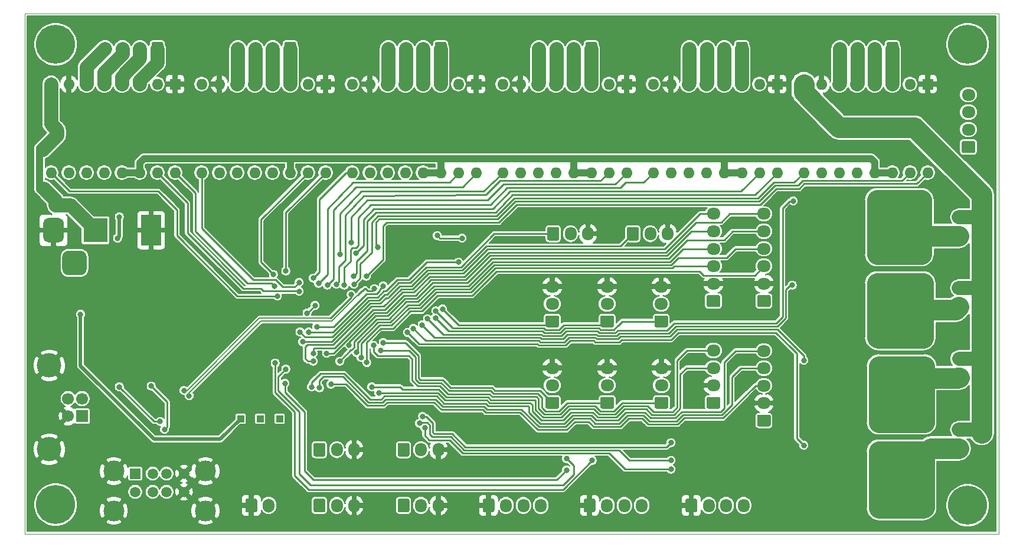
<source format=gbr>
%TF.GenerationSoftware,KiCad,Pcbnew,5.1.7+dfsg1-1~bpo10+1*%
%TF.CreationDate,2020-11-15T21:32:24+00:00*%
%TF.ProjectId,mobo,6d6f626f-2e6b-4696-9361-645f70636258,rev?*%
%TF.SameCoordinates,Original*%
%TF.FileFunction,Copper,L2,Bot*%
%TF.FilePolarity,Positive*%
%FSLAX45Y45*%
G04 Gerber Fmt 4.5, Leading zero omitted, Abs format (unit mm)*
G04 Created by KiCad (PCBNEW 5.1.7+dfsg1-1~bpo10+1) date 2020-11-15 21:32:24*
%MOMM*%
%LPD*%
G01*
G04 APERTURE LIST*
%TA.AperFunction,Profile*%
%ADD10C,0.050000*%
%TD*%
%TA.AperFunction,ComponentPad*%
%ADD11R,3.500000X3.500000*%
%TD*%
%TA.AperFunction,ComponentPad*%
%ADD12O,1.950000X1.700000*%
%TD*%
%TA.AperFunction,ComponentPad*%
%ADD13R,1.000000X1.000000*%
%TD*%
%TA.AperFunction,ComponentPad*%
%ADD14C,5.600000*%
%TD*%
%TA.AperFunction,ComponentPad*%
%ADD15C,3.500000*%
%TD*%
%TA.AperFunction,ComponentPad*%
%ADD16C,1.700000*%
%TD*%
%TA.AperFunction,ComponentPad*%
%ADD17R,1.700000X1.700000*%
%TD*%
%TA.AperFunction,ComponentPad*%
%ADD18C,3.000000*%
%TD*%
%TA.AperFunction,ComponentPad*%
%ADD19R,1.500000X1.500000*%
%TD*%
%TA.AperFunction,ComponentPad*%
%ADD20C,1.500000*%
%TD*%
%TA.AperFunction,ComponentPad*%
%ADD21C,0.600000*%
%TD*%
%TA.AperFunction,SMDPad,CuDef*%
%ADD22R,2.950000X4.500000*%
%TD*%
%TA.AperFunction,ComponentPad*%
%ADD23O,1.700000X1.950000*%
%TD*%
%TA.AperFunction,ComponentPad*%
%ADD24O,2.000000X1.700000*%
%TD*%
%TA.AperFunction,ComponentPad*%
%ADD25R,1.600000X1.600000*%
%TD*%
%TA.AperFunction,ComponentPad*%
%ADD26O,1.600000X1.600000*%
%TD*%
%TA.AperFunction,ComponentPad*%
%ADD27O,1.700000X2.000000*%
%TD*%
%TA.AperFunction,ViaPad*%
%ADD28C,0.800000*%
%TD*%
%TA.AperFunction,Conductor*%
%ADD29C,2.000000*%
%TD*%
%TA.AperFunction,Conductor*%
%ADD30C,0.500000*%
%TD*%
%TA.AperFunction,Conductor*%
%ADD31C,0.250000*%
%TD*%
%TA.AperFunction,Conductor*%
%ADD32C,3.000000*%
%TD*%
%TA.AperFunction,Conductor*%
%ADD33C,1.000000*%
%TD*%
%TA.AperFunction,Conductor*%
%ADD34C,0.200000*%
%TD*%
%TA.AperFunction,Conductor*%
%ADD35C,0.150000*%
%TD*%
%ADD36C,0.350000*%
%ADD37O,3.000000X1.000000*%
%ADD38O,1.000000X3.000000*%
%ADD39C,0.300000*%
G04 APERTURE END LIST*
D10*
X0Y-7467600D02*
X13970000Y-7467600D01*
X13970000Y-7467600D02*
X13970000Y0D01*
X13970000Y0D02*
X0Y0D01*
X0Y0D02*
X0Y-7467600D01*
%TA.AperFunction,ComponentPad*%
G36*
G01*
X541000Y-3669000D02*
X541000Y-3494000D01*
G75*
G02*
X628500Y-3406500I87500J0D01*
G01*
X803500Y-3406500D01*
G75*
G02*
X891000Y-3494000I0J-87500D01*
G01*
X891000Y-3669000D01*
G75*
G02*
X803500Y-3756500I-87500J0D01*
G01*
X628500Y-3756500D01*
G75*
G02*
X541000Y-3669000I0J87500D01*
G01*
G37*
%TD.AperFunction*%
%TA.AperFunction,ComponentPad*%
G36*
G01*
X266000Y-3211500D02*
X266000Y-3011500D01*
G75*
G02*
X341000Y-2936500I75000J0D01*
G01*
X491000Y-2936500D01*
G75*
G02*
X566000Y-3011500I0J-75000D01*
G01*
X566000Y-3211500D01*
G75*
G02*
X491000Y-3286500I-75000J0D01*
G01*
X341000Y-3286500D01*
G75*
G02*
X266000Y-3211500I0J75000D01*
G01*
G37*
%TD.AperFunction*%
D11*
X1016000Y-3111500D03*
D12*
X10604500Y-2877500D03*
X10604500Y-3127500D03*
X10604500Y-3377500D03*
X10604500Y-3627500D03*
X10604500Y-3877500D03*
%TA.AperFunction,ComponentPad*%
G36*
G01*
X10677000Y-4212500D02*
X10532000Y-4212500D01*
G75*
G02*
X10507000Y-4187500I0J25000D01*
G01*
X10507000Y-4067500D01*
G75*
G02*
X10532000Y-4042500I25000J0D01*
G01*
X10677000Y-4042500D01*
G75*
G02*
X10702000Y-4067500I0J-25000D01*
G01*
X10702000Y-4187500D01*
G75*
G02*
X10677000Y-4212500I-25000J0D01*
G01*
G37*
%TD.AperFunction*%
X9880600Y-2877500D03*
X9880600Y-3127500D03*
X9880600Y-3377500D03*
X9880600Y-3627500D03*
X9880600Y-3877500D03*
%TA.AperFunction,ComponentPad*%
G36*
G01*
X9953100Y-4212500D02*
X9808100Y-4212500D01*
G75*
G02*
X9783100Y-4187500I0J25000D01*
G01*
X9783100Y-4067500D01*
G75*
G02*
X9808100Y-4042500I25000J0D01*
G01*
X9953100Y-4042500D01*
G75*
G02*
X9978100Y-4067500I0J-25000D01*
G01*
X9978100Y-4187500D01*
G75*
G02*
X9953100Y-4212500I-25000J0D01*
G01*
G37*
%TD.AperFunction*%
X10604500Y-4842000D03*
X10604500Y-5092000D03*
X10604500Y-5342000D03*
X10604500Y-5592000D03*
%TA.AperFunction,ComponentPad*%
G36*
G01*
X10677000Y-5927000D02*
X10532000Y-5927000D01*
G75*
G02*
X10507000Y-5902000I0J25000D01*
G01*
X10507000Y-5782000D01*
G75*
G02*
X10532000Y-5757000I25000J0D01*
G01*
X10677000Y-5757000D01*
G75*
G02*
X10702000Y-5782000I0J-25000D01*
G01*
X10702000Y-5902000D01*
G75*
G02*
X10677000Y-5927000I-25000J0D01*
G01*
G37*
%TD.AperFunction*%
X9880600Y-4838000D03*
X9880600Y-5088000D03*
X9880600Y-5338000D03*
%TA.AperFunction,ComponentPad*%
G36*
G01*
X9953100Y-5673000D02*
X9808100Y-5673000D01*
G75*
G02*
X9783100Y-5648000I0J25000D01*
G01*
X9783100Y-5528000D01*
G75*
G02*
X9808100Y-5503000I25000J0D01*
G01*
X9953100Y-5503000D01*
G75*
G02*
X9978100Y-5528000I0J-25000D01*
G01*
X9978100Y-5648000D01*
G75*
G02*
X9953100Y-5673000I-25000J0D01*
G01*
G37*
%TD.AperFunction*%
D13*
X3098800Y-5816600D03*
X3378200Y-5816600D03*
X3657600Y-5816600D03*
D14*
X444500Y-444500D03*
X444500Y-7048500D03*
X13525500Y-7058300D03*
X13525500Y-444500D03*
D15*
X354500Y-5051500D03*
X354500Y-6255500D03*
D16*
X625500Y-5778500D03*
X625500Y-5528500D03*
X825500Y-5528500D03*
D17*
X825500Y-5778500D03*
D18*
X2594500Y-6569000D03*
X1280500Y-6569000D03*
D19*
X1587500Y-6604000D03*
D20*
X1837500Y-6604000D03*
X2037500Y-6604000D03*
X2287500Y-6604000D03*
D18*
X1280500Y-7137000D03*
X2594500Y-7137000D03*
D20*
X1587500Y-6866000D03*
X1837500Y-6866000D03*
X2037500Y-6866000D03*
X2287500Y-6866000D03*
D21*
X1876100Y-3291500D03*
X1876100Y-3181500D03*
X1756100Y-3181500D03*
X1756100Y-3291500D03*
X1876100Y-2931500D03*
X1876100Y-3051500D03*
X1756100Y-3051500D03*
X1756100Y-2931500D03*
D22*
X1816100Y-3111500D03*
%TA.AperFunction,ComponentPad*%
G36*
G01*
X6569800Y-7133700D02*
X6569800Y-6988700D01*
G75*
G02*
X6594800Y-6963700I25000J0D01*
G01*
X6714800Y-6963700D01*
G75*
G02*
X6739800Y-6988700I0J-25000D01*
G01*
X6739800Y-7133700D01*
G75*
G02*
X6714800Y-7158700I-25000J0D01*
G01*
X6594800Y-7158700D01*
G75*
G02*
X6569800Y-7133700I0J25000D01*
G01*
G37*
%TD.AperFunction*%
D23*
X6904800Y-7061200D03*
X7154800Y-7061200D03*
X7404800Y-7061200D03*
X8852600Y-7061200D03*
X8602600Y-7061200D03*
X8352600Y-7061200D03*
%TA.AperFunction,ComponentPad*%
G36*
G01*
X8017600Y-7133700D02*
X8017600Y-6988700D01*
G75*
G02*
X8042600Y-6963700I25000J0D01*
G01*
X8162600Y-6963700D01*
G75*
G02*
X8187600Y-6988700I0J-25000D01*
G01*
X8187600Y-7133700D01*
G75*
G02*
X8162600Y-7158700I-25000J0D01*
G01*
X8042600Y-7158700D01*
G75*
G02*
X8017600Y-7133700I0J25000D01*
G01*
G37*
%TD.AperFunction*%
%TA.AperFunction,ComponentPad*%
G36*
G01*
X9478100Y-7133700D02*
X9478100Y-6988700D01*
G75*
G02*
X9503100Y-6963700I25000J0D01*
G01*
X9623100Y-6963700D01*
G75*
G02*
X9648100Y-6988700I0J-25000D01*
G01*
X9648100Y-7133700D01*
G75*
G02*
X9623100Y-7158700I-25000J0D01*
G01*
X9503100Y-7158700D01*
G75*
G02*
X9478100Y-7133700I0J25000D01*
G01*
G37*
%TD.AperFunction*%
X9813100Y-7061200D03*
X10063100Y-7061200D03*
X10313100Y-7061200D03*
X7378000Y-508000D03*
X7628000Y-508000D03*
X7878000Y-508000D03*
%TA.AperFunction,ComponentPad*%
G36*
G01*
X8213000Y-435500D02*
X8213000Y-580500D01*
G75*
G02*
X8188000Y-605500I-25000J0D01*
G01*
X8068000Y-605500D01*
G75*
G02*
X8043000Y-580500I0J25000D01*
G01*
X8043000Y-435500D01*
G75*
G02*
X8068000Y-410500I25000J0D01*
G01*
X8188000Y-410500D01*
G75*
G02*
X8213000Y-435500I0J-25000D01*
G01*
G37*
%TD.AperFunction*%
%TA.AperFunction,ComponentPad*%
G36*
G01*
X12531000Y-435500D02*
X12531000Y-580500D01*
G75*
G02*
X12506000Y-605500I-25000J0D01*
G01*
X12386000Y-605500D01*
G75*
G02*
X12361000Y-580500I0J25000D01*
G01*
X12361000Y-435500D01*
G75*
G02*
X12386000Y-410500I25000J0D01*
G01*
X12506000Y-410500D01*
G75*
G02*
X12531000Y-435500I0J-25000D01*
G01*
G37*
%TD.AperFunction*%
X12196000Y-508000D03*
X11946000Y-508000D03*
X11696000Y-508000D03*
%TA.AperFunction,ComponentPad*%
G36*
G01*
X1990000Y-435500D02*
X1990000Y-580500D01*
G75*
G02*
X1965000Y-605500I-25000J0D01*
G01*
X1845000Y-605500D01*
G75*
G02*
X1820000Y-580500I0J25000D01*
G01*
X1820000Y-435500D01*
G75*
G02*
X1845000Y-410500I25000J0D01*
G01*
X1965000Y-410500D01*
G75*
G02*
X1990000Y-435500I0J-25000D01*
G01*
G37*
%TD.AperFunction*%
X1655000Y-508000D03*
X1405000Y-508000D03*
X1155000Y-508000D03*
%TA.AperFunction,ComponentPad*%
G36*
G01*
X3895000Y-435500D02*
X3895000Y-580500D01*
G75*
G02*
X3870000Y-605500I-25000J0D01*
G01*
X3750000Y-605500D01*
G75*
G02*
X3725000Y-580500I0J25000D01*
G01*
X3725000Y-435500D01*
G75*
G02*
X3750000Y-410500I25000J0D01*
G01*
X3870000Y-410500D01*
G75*
G02*
X3895000Y-435500I0J-25000D01*
G01*
G37*
%TD.AperFunction*%
X3560000Y-508000D03*
X3310000Y-508000D03*
X3060000Y-508000D03*
%TA.AperFunction,ComponentPad*%
G36*
G01*
X4144100Y-7133700D02*
X4144100Y-6988700D01*
G75*
G02*
X4169100Y-6963700I25000J0D01*
G01*
X4289100Y-6963700D01*
G75*
G02*
X4314100Y-6988700I0J-25000D01*
G01*
X4314100Y-7133700D01*
G75*
G02*
X4289100Y-7158700I-25000J0D01*
G01*
X4169100Y-7158700D01*
G75*
G02*
X4144100Y-7133700I0J25000D01*
G01*
G37*
%TD.AperFunction*%
X4479100Y-7061200D03*
X4729100Y-7061200D03*
%TA.AperFunction,ComponentPad*%
G36*
G01*
X4144100Y-6333600D02*
X4144100Y-6188600D01*
G75*
G02*
X4169100Y-6163600I25000J0D01*
G01*
X4289100Y-6163600D01*
G75*
G02*
X4314100Y-6188600I0J-25000D01*
G01*
X4314100Y-6333600D01*
G75*
G02*
X4289100Y-6358600I-25000J0D01*
G01*
X4169100Y-6358600D01*
G75*
G02*
X4144100Y-6333600I0J25000D01*
G01*
G37*
%TD.AperFunction*%
X4479100Y-6261100D03*
X4729100Y-6261100D03*
D24*
X13398500Y-2925000D03*
%TA.AperFunction,ComponentPad*%
G36*
G01*
X13473500Y-3260000D02*
X13323500Y-3260000D01*
G75*
G02*
X13298500Y-3235000I0J25000D01*
G01*
X13298500Y-3115000D01*
G75*
G02*
X13323500Y-3090000I25000J0D01*
G01*
X13473500Y-3090000D01*
G75*
G02*
X13498500Y-3115000I0J-25000D01*
G01*
X13498500Y-3235000D01*
G75*
G02*
X13473500Y-3260000I-25000J0D01*
G01*
G37*
%TD.AperFunction*%
%TA.AperFunction,ComponentPad*%
G36*
G01*
X13473500Y-4276000D02*
X13323500Y-4276000D01*
G75*
G02*
X13298500Y-4251000I0J25000D01*
G01*
X13298500Y-4131000D01*
G75*
G02*
X13323500Y-4106000I25000J0D01*
G01*
X13473500Y-4106000D01*
G75*
G02*
X13498500Y-4131000I0J-25000D01*
G01*
X13498500Y-4251000D01*
G75*
G02*
X13473500Y-4276000I-25000J0D01*
G01*
G37*
%TD.AperFunction*%
X13398500Y-3941000D03*
X13402500Y-4957000D03*
%TA.AperFunction,ComponentPad*%
G36*
G01*
X13477500Y-5292000D02*
X13327500Y-5292000D01*
G75*
G02*
X13302500Y-5267000I0J25000D01*
G01*
X13302500Y-5147000D01*
G75*
G02*
X13327500Y-5122000I25000J0D01*
G01*
X13477500Y-5122000D01*
G75*
G02*
X13502500Y-5147000I0J-25000D01*
G01*
X13502500Y-5267000D01*
G75*
G02*
X13477500Y-5292000I-25000J0D01*
G01*
G37*
%TD.AperFunction*%
%TA.AperFunction,ComponentPad*%
G36*
G01*
X13473500Y-6308000D02*
X13323500Y-6308000D01*
G75*
G02*
X13298500Y-6283000I0J25000D01*
G01*
X13298500Y-6163000D01*
G75*
G02*
X13323500Y-6138000I25000J0D01*
G01*
X13473500Y-6138000D01*
G75*
G02*
X13498500Y-6163000I0J-25000D01*
G01*
X13498500Y-6283000D01*
G75*
G02*
X13473500Y-6308000I-25000J0D01*
G01*
G37*
%TD.AperFunction*%
X13398500Y-5973000D03*
%TA.AperFunction,ComponentPad*%
G36*
G01*
X5350600Y-7133700D02*
X5350600Y-6988700D01*
G75*
G02*
X5375600Y-6963700I25000J0D01*
G01*
X5495600Y-6963700D01*
G75*
G02*
X5520600Y-6988700I0J-25000D01*
G01*
X5520600Y-7133700D01*
G75*
G02*
X5495600Y-7158700I-25000J0D01*
G01*
X5375600Y-7158700D01*
G75*
G02*
X5350600Y-7133700I0J25000D01*
G01*
G37*
%TD.AperFunction*%
D23*
X5685600Y-7061200D03*
X5935600Y-7061200D03*
X5935600Y-6261100D03*
X5685600Y-6261100D03*
%TA.AperFunction,ComponentPad*%
G36*
G01*
X5350600Y-6333600D02*
X5350600Y-6188600D01*
G75*
G02*
X5375600Y-6163600I25000J0D01*
G01*
X5495600Y-6163600D01*
G75*
G02*
X5520600Y-6188600I0J-25000D01*
G01*
X5520600Y-6333600D01*
G75*
G02*
X5495600Y-6358600I-25000J0D01*
G01*
X5375600Y-6358600D01*
G75*
G02*
X5350600Y-6333600I0J25000D01*
G01*
G37*
%TD.AperFunction*%
%TA.AperFunction,ComponentPad*%
G36*
G01*
X8429100Y-4504600D02*
X8284100Y-4504600D01*
G75*
G02*
X8259100Y-4479600I0J25000D01*
G01*
X8259100Y-4359600D01*
G75*
G02*
X8284100Y-4334600I25000J0D01*
G01*
X8429100Y-4334600D01*
G75*
G02*
X8454100Y-4359600I0J-25000D01*
G01*
X8454100Y-4479600D01*
G75*
G02*
X8429100Y-4504600I-25000J0D01*
G01*
G37*
%TD.AperFunction*%
D12*
X8356600Y-4169600D03*
X8356600Y-3919600D03*
X9131300Y-3919600D03*
X9131300Y-4169600D03*
%TA.AperFunction,ComponentPad*%
G36*
G01*
X9203800Y-4504600D02*
X9058800Y-4504600D01*
G75*
G02*
X9033800Y-4479600I0J25000D01*
G01*
X9033800Y-4359600D01*
G75*
G02*
X9058800Y-4334600I25000J0D01*
G01*
X9203800Y-4334600D01*
G75*
G02*
X9228800Y-4359600I0J-25000D01*
G01*
X9228800Y-4479600D01*
G75*
G02*
X9203800Y-4504600I-25000J0D01*
G01*
G37*
%TD.AperFunction*%
X8356600Y-5088000D03*
X8356600Y-5338000D03*
%TA.AperFunction,ComponentPad*%
G36*
G01*
X8429100Y-5673000D02*
X8284100Y-5673000D01*
G75*
G02*
X8259100Y-5648000I0J25000D01*
G01*
X8259100Y-5528000D01*
G75*
G02*
X8284100Y-5503000I25000J0D01*
G01*
X8429100Y-5503000D01*
G75*
G02*
X8454100Y-5528000I0J-25000D01*
G01*
X8454100Y-5648000D01*
G75*
G02*
X8429100Y-5673000I-25000J0D01*
G01*
G37*
%TD.AperFunction*%
D23*
X5219000Y-508000D03*
X5469000Y-508000D03*
X5719000Y-508000D03*
%TA.AperFunction,ComponentPad*%
G36*
G01*
X6054000Y-435500D02*
X6054000Y-580500D01*
G75*
G02*
X6029000Y-605500I-25000J0D01*
G01*
X5909000Y-605500D01*
G75*
G02*
X5884000Y-580500I0J25000D01*
G01*
X5884000Y-435500D01*
G75*
G02*
X5909000Y-410500I25000J0D01*
G01*
X6029000Y-410500D01*
G75*
G02*
X6054000Y-435500I0J-25000D01*
G01*
G37*
%TD.AperFunction*%
X9537000Y-508000D03*
X9787000Y-508000D03*
X10037000Y-508000D03*
%TA.AperFunction,ComponentPad*%
G36*
G01*
X10372000Y-435500D02*
X10372000Y-580500D01*
G75*
G02*
X10347000Y-605500I-25000J0D01*
G01*
X10227000Y-605500D01*
G75*
G02*
X10202000Y-580500I0J25000D01*
G01*
X10202000Y-435500D01*
G75*
G02*
X10227000Y-410500I25000J0D01*
G01*
X10347000Y-410500D01*
G75*
G02*
X10372000Y-435500I0J-25000D01*
G01*
G37*
%TD.AperFunction*%
%TA.AperFunction,ComponentPad*%
G36*
G01*
X13610700Y-2002700D02*
X13465700Y-2002700D01*
G75*
G02*
X13440700Y-1977700I0J25000D01*
G01*
X13440700Y-1857700D01*
G75*
G02*
X13465700Y-1832700I25000J0D01*
G01*
X13610700Y-1832700D01*
G75*
G02*
X13635700Y-1857700I0J-25000D01*
G01*
X13635700Y-1977700D01*
G75*
G02*
X13610700Y-2002700I-25000J0D01*
G01*
G37*
%TD.AperFunction*%
D12*
X13538200Y-1667700D03*
X13538200Y-1417700D03*
X13538200Y-1167700D03*
X7569200Y-5088000D03*
X7569200Y-5338000D03*
%TA.AperFunction,ComponentPad*%
G36*
G01*
X7641700Y-5673000D02*
X7496700Y-5673000D01*
G75*
G02*
X7471700Y-5648000I0J25000D01*
G01*
X7471700Y-5528000D01*
G75*
G02*
X7496700Y-5503000I25000J0D01*
G01*
X7641700Y-5503000D01*
G75*
G02*
X7666700Y-5528000I0J-25000D01*
G01*
X7666700Y-5648000D01*
G75*
G02*
X7641700Y-5673000I-25000J0D01*
G01*
G37*
%TD.AperFunction*%
%TA.AperFunction,ComponentPad*%
G36*
G01*
X9207800Y-5673000D02*
X9062800Y-5673000D01*
G75*
G02*
X9037800Y-5648000I0J25000D01*
G01*
X9037800Y-5528000D01*
G75*
G02*
X9062800Y-5503000I25000J0D01*
G01*
X9207800Y-5503000D01*
G75*
G02*
X9232800Y-5528000I0J-25000D01*
G01*
X9232800Y-5648000D01*
G75*
G02*
X9207800Y-5673000I-25000J0D01*
G01*
G37*
%TD.AperFunction*%
X9135300Y-5338000D03*
X9135300Y-5088000D03*
X7569200Y-3919600D03*
X7569200Y-4169600D03*
%TA.AperFunction,ComponentPad*%
G36*
G01*
X7641700Y-4504600D02*
X7496700Y-4504600D01*
G75*
G02*
X7471700Y-4479600I0J25000D01*
G01*
X7471700Y-4359600D01*
G75*
G02*
X7496700Y-4334600I25000J0D01*
G01*
X7641700Y-4334600D01*
G75*
G02*
X7666700Y-4359600I0J-25000D01*
G01*
X7666700Y-4479600D01*
G75*
G02*
X7641700Y-4504600I-25000J0D01*
G01*
G37*
%TD.AperFunction*%
D23*
X8081900Y-3162300D03*
X7831900Y-3162300D03*
%TA.AperFunction,ComponentPad*%
G36*
G01*
X7496900Y-3234800D02*
X7496900Y-3089800D01*
G75*
G02*
X7521900Y-3064800I25000J0D01*
G01*
X7641900Y-3064800D01*
G75*
G02*
X7666900Y-3089800I0J-25000D01*
G01*
X7666900Y-3234800D01*
G75*
G02*
X7641900Y-3259800I-25000J0D01*
G01*
X7521900Y-3259800D01*
G75*
G02*
X7496900Y-3234800I0J25000D01*
G01*
G37*
%TD.AperFunction*%
%TA.AperFunction,ComponentPad*%
G36*
G01*
X8639900Y-3234800D02*
X8639900Y-3089800D01*
G75*
G02*
X8664900Y-3064800I25000J0D01*
G01*
X8784900Y-3064800D01*
G75*
G02*
X8809900Y-3089800I0J-25000D01*
G01*
X8809900Y-3234800D01*
G75*
G02*
X8784900Y-3259800I-25000J0D01*
G01*
X8664900Y-3259800D01*
G75*
G02*
X8639900Y-3234800I0J25000D01*
G01*
G37*
%TD.AperFunction*%
X8974900Y-3162300D03*
X9224900Y-3162300D03*
D25*
X8636000Y-1016000D03*
D26*
X6858000Y-2286000D03*
X8382000Y-1016000D03*
X7112000Y-2286000D03*
X8128000Y-1016000D03*
X7366000Y-2286000D03*
X7874000Y-1016000D03*
X7620000Y-2286000D03*
X7620000Y-1016000D03*
X7874000Y-2286000D03*
X7366000Y-1016000D03*
X8128000Y-2286000D03*
X7112000Y-1016000D03*
X8382000Y-2286000D03*
X6858000Y-1016000D03*
X8636000Y-2286000D03*
X12954000Y-2286000D03*
X11176000Y-1016000D03*
X12700000Y-2286000D03*
X11430000Y-1016000D03*
X12446000Y-2286000D03*
X11684000Y-1016000D03*
X12192000Y-2286000D03*
X11938000Y-1016000D03*
X11938000Y-2286000D03*
X12192000Y-1016000D03*
X11684000Y-2286000D03*
X12446000Y-1016000D03*
X11430000Y-2286000D03*
X12700000Y-1016000D03*
X11176000Y-2286000D03*
D25*
X12954000Y-1016000D03*
D26*
X2159000Y-2286000D03*
X381000Y-1016000D03*
X1905000Y-2286000D03*
X635000Y-1016000D03*
X1651000Y-2286000D03*
X889000Y-1016000D03*
X1397000Y-2286000D03*
X1143000Y-1016000D03*
X1143000Y-2286000D03*
X1397000Y-1016000D03*
X889000Y-2286000D03*
X1651000Y-1016000D03*
X635000Y-2286000D03*
X1905000Y-1016000D03*
X381000Y-2286000D03*
D25*
X2159000Y-1016000D03*
X4318000Y-1016000D03*
D26*
X2540000Y-2286000D03*
X4064000Y-1016000D03*
X2794000Y-2286000D03*
X3810000Y-1016000D03*
X3048000Y-2286000D03*
X3556000Y-1016000D03*
X3302000Y-2286000D03*
X3302000Y-1016000D03*
X3556000Y-2286000D03*
X3048000Y-1016000D03*
X3810000Y-2286000D03*
X2794000Y-1016000D03*
X4064000Y-2286000D03*
X2540000Y-1016000D03*
X4318000Y-2286000D03*
X6477000Y-2286000D03*
X4699000Y-1016000D03*
X6223000Y-2286000D03*
X4953000Y-1016000D03*
X5969000Y-2286000D03*
X5207000Y-1016000D03*
X5715000Y-2286000D03*
X5461000Y-1016000D03*
X5461000Y-2286000D03*
X5715000Y-1016000D03*
X5207000Y-2286000D03*
X5969000Y-1016000D03*
X4953000Y-2286000D03*
X6223000Y-1016000D03*
X4699000Y-2286000D03*
D25*
X6477000Y-1016000D03*
X10795000Y-1016000D03*
D26*
X9017000Y-2286000D03*
X10541000Y-1016000D03*
X9271000Y-2286000D03*
X10287000Y-1016000D03*
X9525000Y-2286000D03*
X10033000Y-1016000D03*
X9779000Y-2286000D03*
X9779000Y-1016000D03*
X10033000Y-2286000D03*
X9525000Y-1016000D03*
X10287000Y-2286000D03*
X9271000Y-1016000D03*
X10541000Y-2286000D03*
X9017000Y-1016000D03*
X10795000Y-2286000D03*
%TA.AperFunction,ComponentPad*%
G36*
G01*
X3166200Y-7136200D02*
X3166200Y-6986200D01*
G75*
G02*
X3191200Y-6961200I25000J0D01*
G01*
X3311200Y-6961200D01*
G75*
G02*
X3336200Y-6986200I0J-25000D01*
G01*
X3336200Y-7136200D01*
G75*
G02*
X3311200Y-7161200I-25000J0D01*
G01*
X3191200Y-7161200D01*
G75*
G02*
X3166200Y-7136200I0J25000D01*
G01*
G37*
%TD.AperFunction*%
D27*
X3501200Y-7061200D03*
D28*
X381000Y-4318000D03*
X165100Y-4318000D03*
X11430000Y-1943100D03*
X11430000Y-1803400D03*
X914400Y-1651000D03*
X1130300Y-1651000D03*
X3302000Y-1651000D03*
X3086100Y-1651000D03*
X5448300Y-1651000D03*
X5245100Y-1651000D03*
X7620000Y-1651000D03*
X7404100Y-1651000D03*
X9779000Y-1651000D03*
X9575800Y-1651000D03*
X4114800Y-3467100D03*
X3454400Y-4254500D03*
X3949700Y-4191000D03*
X2400300Y-4953000D03*
X1498600Y-4787900D03*
X2781300Y-4724400D03*
X3124200Y-4864100D03*
X5600700Y-3479800D03*
X5270500Y-3378200D03*
X13144500Y-1028700D03*
X88900Y-1854200D03*
X88900Y-1993900D03*
X88900Y-2120900D03*
X88900Y-2273300D03*
X88900Y-2413000D03*
X88900Y-2565400D03*
X11201400Y-1841500D03*
X11201400Y-1663700D03*
X11366500Y-1663700D03*
X9664700Y-1828800D03*
X9398000Y-1651000D03*
X7226300Y-1651000D03*
X7505700Y-1841500D03*
X5346700Y-1828800D03*
X5080000Y-1651000D03*
X3187700Y-1828800D03*
X2921000Y-1651000D03*
X762000Y-1651000D03*
X1028700Y-1828800D03*
X266700Y-4089400D03*
X266700Y-4546600D03*
X5461000Y-3746500D03*
X4292600Y-4267200D03*
X3619500Y-4876800D03*
X6477000Y-3136900D03*
X7112000Y-2997200D03*
X11480800Y-5854700D03*
X11823700Y-5854700D03*
X11468100Y-7086600D03*
X11836400Y-7099300D03*
X11455400Y-4648200D03*
X11772900Y-4648200D03*
X11455400Y-3441700D03*
X11772900Y-3441700D03*
X6946900Y-5003800D03*
X6108700Y-5029200D03*
X6451600Y-4216400D03*
X7099300Y-4140200D03*
X1358900Y-2921000D03*
X1333500Y-3225800D03*
X4114800Y-5359400D03*
X5080000Y-5448300D03*
X4051300Y-4301700D03*
X4165600Y-4191000D03*
X6273800Y-3225800D03*
X5918200Y-3187700D03*
X2006600Y-5969000D03*
X1816100Y-5346700D03*
X1945750Y-5854700D03*
X1358900Y-5359400D03*
X4521200Y-3454400D03*
X4470400Y-3886200D03*
X4687668Y-3290668D03*
X4724400Y-3886200D03*
X5067300Y-3352800D03*
X4902200Y-3771900D03*
X3626315Y-4057185D03*
X3937000Y-3987800D03*
X3581400Y-3912185D03*
X3746500Y-3695700D03*
X3568700Y-3746500D03*
X3937000Y-3860800D03*
X4343400Y-3898900D03*
X4216400Y-3873500D03*
X4140200Y-3797300D03*
X4716300Y-3771900D03*
X4749800Y-3441700D03*
X4584700Y-3898900D03*
X5143500Y-4724400D03*
X5003800Y-4762500D03*
X5994400Y-4241800D03*
X4076700Y-4572000D03*
X6223000Y-3568700D03*
X3949700Y-4572000D03*
X3987800Y-4711700D03*
X11176000Y-6197600D03*
X5493215Y-4577885D03*
X11023600Y-2692400D03*
X5778500Y-4381500D03*
X11010900Y-3898900D03*
X5702300Y-4470400D03*
X11176000Y-4978400D03*
X5575502Y-4521061D03*
X803400Y-4318000D03*
X13360400Y-2235200D03*
X13468350Y-2343150D03*
X13576300Y-2451100D03*
X13684250Y-2559050D03*
X215900Y-2032000D03*
X215900Y-2159000D03*
X215900Y-2311400D03*
X215900Y-2463800D03*
X304800Y-2540000D03*
X292100Y-1930400D03*
X5143500Y-3911600D03*
X4191000Y-4495800D03*
X3594100Y-5016500D03*
X8140700Y-6413500D03*
X3746500Y-5105400D03*
X7772400Y-6388100D03*
X7772400Y-6553200D03*
X3733800Y-5308600D03*
X4229100Y-5372100D03*
X4394200Y-5321300D03*
X4978400Y-5359400D03*
X9271000Y-6159500D03*
X5708650Y-5784850D03*
X9271000Y-6540500D03*
X5740400Y-5946198D03*
X9271000Y-6413500D03*
X5664200Y-5880100D03*
X2286977Y-5411177D03*
X4684463Y-4036762D03*
X2361223Y-5485423D03*
X5016500Y-3949700D03*
X5898154Y-4268943D03*
X5892800Y-4368800D03*
X5105400Y-4838700D03*
X12560300Y-3073400D03*
X12865100Y-2679700D03*
X12230100Y-2679700D03*
X12230100Y-3454400D03*
X12865100Y-3454400D03*
X12230100Y-3873500D03*
X12890500Y-3873500D03*
X12230100Y-4648200D03*
X12890500Y-4660900D03*
X12560300Y-4254500D03*
X12560300Y-5461000D03*
X12903200Y-5067300D03*
X12255500Y-5067300D03*
X12255500Y-5867400D03*
X12903200Y-5867400D03*
X12255500Y-6286500D03*
X12903200Y-6286500D03*
X12890500Y-7099300D03*
X12255500Y-7099300D03*
X12547600Y-6692900D03*
X4140200Y-4991100D03*
X4331165Y-4876335D03*
X4521200Y-4991100D03*
X4826000Y-4938115D03*
X4140200Y-4876800D03*
X4654973Y-4757504D03*
X4760244Y-4862775D03*
X4908085Y-5010615D03*
D29*
X8128000Y-508000D02*
X8128000Y-1016000D01*
X7878000Y-1012000D02*
X7874000Y-1016000D01*
X7878000Y-508000D02*
X7878000Y-1012000D01*
X7628000Y-1008000D02*
X7620000Y-1016000D01*
X7628000Y-508000D02*
X7628000Y-1008000D01*
X7378000Y-1004000D02*
X7366000Y-1016000D01*
X7378000Y-508000D02*
X7378000Y-1004000D01*
X12446000Y-508000D02*
X12446000Y-1016000D01*
X12196000Y-1012000D02*
X12192000Y-1016000D01*
X12196000Y-508000D02*
X12196000Y-1012000D01*
X11946000Y-1008000D02*
X11938000Y-1016000D01*
X11946000Y-508000D02*
X11946000Y-1008000D01*
X11696000Y-1004000D02*
X11684000Y-1016000D01*
X11696000Y-508000D02*
X11696000Y-1004000D01*
X1651000Y-1016000D02*
X1651000Y-965200D01*
X1905000Y-711200D02*
X1905000Y-508000D01*
X1651000Y-965200D02*
X1905000Y-711200D01*
X1397000Y-1016000D02*
X1397000Y-914400D01*
X1655000Y-650072D02*
X1655000Y-508000D01*
X1430999Y-874073D02*
X1655000Y-650072D01*
X1430999Y-880401D02*
X1430999Y-874073D01*
X1397000Y-914400D02*
X1430999Y-880401D01*
X1405000Y-588943D02*
X1405000Y-508000D01*
X1143000Y-850943D02*
X1405000Y-588943D01*
X1143000Y-1016000D02*
X1143000Y-850943D01*
X889000Y-774000D02*
X1155000Y-508000D01*
X889000Y-1016000D02*
X889000Y-774000D01*
X3060000Y-1004000D02*
X3048000Y-1016000D01*
X3060000Y-508000D02*
X3060000Y-1004000D01*
X3310000Y-1008000D02*
X3302000Y-1016000D01*
X3310000Y-508000D02*
X3310000Y-1008000D01*
X3560000Y-1012000D02*
X3556000Y-1016000D01*
X3560000Y-508000D02*
X3560000Y-1012000D01*
X3810000Y-508000D02*
X3810000Y-1016000D01*
X5219000Y-1004000D02*
X5207000Y-1016000D01*
X5219000Y-508000D02*
X5219000Y-1004000D01*
X5469000Y-1008000D02*
X5461000Y-1016000D01*
X5469000Y-508000D02*
X5469000Y-1008000D01*
X5719000Y-1012000D02*
X5715000Y-1016000D01*
X5719000Y-508000D02*
X5719000Y-1012000D01*
X5969000Y-508000D02*
X5969000Y-1016000D01*
X9537000Y-1004000D02*
X9525000Y-1016000D01*
X9537000Y-508000D02*
X9537000Y-1004000D01*
X9787000Y-1008000D02*
X9779000Y-1016000D01*
X9787000Y-508000D02*
X9787000Y-1008000D01*
X10037000Y-1012000D02*
X10033000Y-1016000D01*
X10037000Y-508000D02*
X10037000Y-1012000D01*
X10287000Y-508000D02*
X10287000Y-1016000D01*
D30*
X1358900Y-3200400D02*
X1333500Y-3225800D01*
X1358900Y-2921000D02*
X1358900Y-3200400D01*
D31*
X10033000Y-5664200D02*
X10033000Y-5003800D01*
X9423682Y-5715000D02*
X9982200Y-5715000D01*
X8897721Y-5723003D02*
X8979720Y-5805002D01*
X9982200Y-5715000D02*
X10033000Y-5664200D01*
X7236796Y-5649296D02*
X7236797Y-5726060D01*
X8626339Y-5723003D02*
X8897721Y-5723003D01*
X4953000Y-5537200D02*
X5118100Y-5537200D01*
X8508838Y-5840504D02*
X8626339Y-5723003D01*
X7396241Y-5885505D02*
X7740078Y-5885505D01*
X7236797Y-5726060D02*
X7396241Y-5885505D01*
X6015500Y-5597105D02*
X6612400Y-5597105D01*
X9333680Y-5805002D02*
X9423682Y-5715000D01*
X5161999Y-5493301D02*
X5911696Y-5493301D01*
X6650500Y-5635205D02*
X7222705Y-5635205D01*
X7857579Y-5768004D02*
X8129781Y-5768004D01*
X8202281Y-5840504D02*
X8508838Y-5840504D01*
X4241800Y-5168900D02*
X4584700Y-5168900D01*
X8129781Y-5768004D02*
X8202281Y-5840504D01*
X6612400Y-5597105D02*
X6650500Y-5635205D01*
X7222705Y-5635205D02*
X7236796Y-5649296D01*
X4114800Y-5295900D02*
X4241800Y-5168900D01*
X7740078Y-5885505D02*
X7857579Y-5768004D01*
X10194800Y-4842000D02*
X10604500Y-4842000D01*
X4114800Y-5359400D02*
X4114800Y-5295900D01*
X8979720Y-5805002D02*
X9333680Y-5805002D01*
X5118100Y-5537200D02*
X5161999Y-5493301D01*
X10033000Y-5003800D02*
X10194800Y-4842000D01*
X5911696Y-5493301D02*
X6015500Y-5597105D01*
X4584700Y-5168900D02*
X4953000Y-5537200D01*
X9491600Y-5088000D02*
X9880600Y-5088000D01*
X9404901Y-5174699D02*
X9491600Y-5088000D01*
X9404901Y-5670140D02*
X9404901Y-5174699D01*
X8998360Y-5760001D02*
X9315040Y-5760001D01*
X8607699Y-5678002D02*
X8916361Y-5678002D01*
X8490198Y-5795503D02*
X8607699Y-5678002D01*
X9315040Y-5760001D02*
X9321871Y-5753170D01*
X8220921Y-5795503D02*
X8490198Y-5795503D01*
X7721438Y-5840504D02*
X7838939Y-5723003D01*
X8148421Y-5723003D02*
X8220921Y-5795503D01*
X7414881Y-5840504D02*
X7721438Y-5840504D01*
X7281797Y-5707420D02*
X7414881Y-5840504D01*
X7253904Y-5590204D02*
X7281797Y-5618097D01*
X7838939Y-5723003D02*
X8148421Y-5723003D01*
X5930336Y-5448300D02*
X6034140Y-5552104D01*
X7281797Y-5618097D02*
X7281797Y-5707420D01*
X5080000Y-5448300D02*
X5930336Y-5448300D01*
X6669140Y-5590204D02*
X7253904Y-5590204D01*
X6631040Y-5552104D02*
X6669140Y-5590204D01*
X8916361Y-5678002D02*
X8998360Y-5760001D01*
X9321871Y-5753170D02*
X9404901Y-5670140D01*
X6034140Y-5552104D02*
X6631040Y-5552104D01*
X4054900Y-4301700D02*
X4165600Y-4191000D01*
X4051300Y-4301700D02*
X4054900Y-4301700D01*
X6273800Y-3225800D02*
X5956300Y-3225800D01*
X5956300Y-3225800D02*
X5918200Y-3187700D01*
X2046600Y-5577200D02*
X1816100Y-5346700D01*
X2046600Y-5929000D02*
X2046600Y-5577200D01*
X2006600Y-5969000D02*
X2046600Y-5929000D01*
X1854200Y-5854700D02*
X1358900Y-5359400D01*
X1945750Y-5854700D02*
X1854200Y-5854700D01*
X6578600Y-2552700D02*
X6858000Y-2286000D01*
X4826000Y-2552700D02*
X6578600Y-2552700D01*
X4521200Y-2870200D02*
X4826000Y-2552700D01*
X4521200Y-3454400D02*
X4521200Y-2870200D01*
X8255000Y-2400300D02*
X8382000Y-2286000D01*
X6819900Y-2400300D02*
X8255000Y-2400300D01*
X6616700Y-2603500D02*
X6819900Y-2400300D01*
X4864100Y-2616200D02*
X6616700Y-2603500D01*
X4597400Y-2895600D02*
X4864100Y-2616200D01*
X4597400Y-3543300D02*
X4597400Y-2895600D01*
X4508500Y-3632200D02*
X4597400Y-3543300D01*
X4508500Y-3848100D02*
X4508500Y-3632200D01*
X4470400Y-3886200D02*
X4508500Y-3848100D01*
X8470900Y-2451100D02*
X8636000Y-2286000D01*
X6870700Y-2451100D02*
X8470900Y-2451100D01*
X6642100Y-2679700D02*
X6870700Y-2451100D01*
X4914900Y-2679700D02*
X6642100Y-2679700D01*
X4686300Y-2921000D02*
X4914900Y-2679700D01*
X4687668Y-3290668D02*
X4686300Y-2921000D01*
X5067300Y-2908300D02*
X6769241Y-2908300D01*
X11036300Y-2425700D02*
X11176000Y-2286000D01*
X4978400Y-3429000D02*
X4978400Y-2997200D01*
X4813300Y-3594100D02*
X4978400Y-3429000D01*
X10744200Y-2425700D02*
X11036300Y-2425700D01*
X10515600Y-2654441D02*
X10744200Y-2425700D01*
X7023100Y-2654441D02*
X10515600Y-2654441D01*
X4978400Y-2997200D02*
X5067300Y-2908300D01*
X6769241Y-2908300D02*
X7023100Y-2654441D01*
X4813300Y-3797300D02*
X4813300Y-3594100D01*
X4724400Y-3886200D02*
X4813300Y-3797300D01*
X11163300Y-2400300D02*
X12585700Y-2400300D01*
X11092899Y-2470701D02*
X11163300Y-2400300D01*
X10762989Y-2470701D02*
X11092899Y-2470701D01*
X10534248Y-2699442D02*
X10762989Y-2470701D01*
X5041900Y-2997341D02*
X5085940Y-2953301D01*
X5041900Y-3327400D02*
X5041900Y-2997341D01*
X6787881Y-2953301D02*
X7041740Y-2699442D01*
X12585700Y-2400300D02*
X12700000Y-2286000D01*
X7041740Y-2699442D02*
X10534248Y-2699442D01*
X5085940Y-2953301D02*
X6787881Y-2953301D01*
X5067300Y-3352800D02*
X5041900Y-3327400D01*
X11181940Y-2445301D02*
X12794699Y-2445301D01*
X11111539Y-2515702D02*
X11181940Y-2445301D01*
X12794699Y-2445301D02*
X12954000Y-2286000D01*
X10552888Y-2744443D02*
X10781629Y-2515702D01*
X5139800Y-3051700D02*
X5193198Y-2998302D01*
X6806521Y-2998302D02*
X7060380Y-2744443D01*
X10781629Y-2515702D02*
X11111539Y-2515702D01*
X4902200Y-3771900D02*
X5139800Y-3534300D01*
X5193198Y-2998302D02*
X6806521Y-2998302D01*
X7060380Y-2744443D02*
X10552888Y-2744443D01*
X5139800Y-3534300D02*
X5139800Y-3051700D01*
X3626315Y-4057185D02*
X3053885Y-4057185D01*
X3053885Y-4057185D02*
X2184400Y-3187700D01*
X2184400Y-3187700D02*
X2184400Y-2819400D01*
X2184400Y-2819400D02*
X2057400Y-2692400D01*
X2057400Y-2692400D02*
X1917700Y-2552700D01*
X381000Y-2286000D02*
X647700Y-2552700D01*
X1917700Y-2552700D02*
X647700Y-2552700D01*
X2336800Y-2717800D02*
X1905000Y-2286000D01*
X3135000Y-3947800D02*
X2336800Y-3149600D01*
X2336800Y-3149600D02*
X2336800Y-2717800D01*
X3392800Y-3947800D02*
X3392800Y-3951600D01*
X3392800Y-3947800D02*
X3135000Y-3947800D01*
X3933885Y-3984685D02*
X3937000Y-3987800D01*
X3425885Y-3984685D02*
X3933885Y-3984685D01*
X3392800Y-3951600D02*
X3425885Y-3984685D01*
X3541400Y-3872185D02*
X3199085Y-3872185D01*
X3581400Y-3912185D02*
X3541400Y-3872185D01*
X3199085Y-3872185D02*
X2451100Y-3124200D01*
X2451100Y-2578100D02*
X2159000Y-2286000D01*
X2451100Y-3124200D02*
X2451100Y-2578100D01*
X3746500Y-2857500D02*
X4318000Y-2286000D01*
X3746500Y-3695700D02*
X3746500Y-2857500D01*
X3568700Y-3746500D02*
X3390900Y-3568700D01*
X3390900Y-2959100D02*
X4064000Y-2286000D01*
X3390900Y-3568700D02*
X3390900Y-2959100D01*
X3937000Y-3860800D02*
X3873500Y-3924300D01*
X3873500Y-3924300D02*
X3700816Y-3924300D01*
X3700816Y-3924300D02*
X3599216Y-3822700D01*
X3599216Y-3822700D02*
X3276600Y-3822700D01*
X2540000Y-3086100D02*
X2540000Y-2286000D01*
X3276600Y-3822700D02*
X2540000Y-3086100D01*
X6286500Y-2489200D02*
X6477000Y-2286000D01*
X4432300Y-2819400D02*
X4749800Y-2489200D01*
X4749800Y-2489200D02*
X6286500Y-2489200D01*
X4432300Y-3810000D02*
X4432300Y-2819400D01*
X4343400Y-3898900D02*
X4432300Y-3810000D01*
X6096000Y-2425700D02*
X6223000Y-2286000D01*
X4711068Y-2425700D02*
X6096000Y-2425700D01*
X4343400Y-2808100D02*
X4711068Y-2425700D01*
X4343400Y-3746500D02*
X4343400Y-2808100D01*
X4216400Y-3873500D02*
X4343400Y-3746500D01*
X4140200Y-3797300D02*
X4229100Y-3708400D01*
X4229100Y-3708400D02*
X4229100Y-2667000D01*
X4610100Y-2286000D02*
X4699000Y-2286000D01*
X4229100Y-2667000D02*
X4610100Y-2286000D01*
X6997700Y-2603500D02*
X10477500Y-2603500D01*
X6756400Y-2857500D02*
X6997700Y-2603500D01*
X5041900Y-2857500D02*
X6756400Y-2857500D01*
X4914900Y-3403600D02*
X4914900Y-2984500D01*
X4762500Y-3556000D02*
X4914900Y-3403600D01*
X4914900Y-2984500D02*
X5041900Y-2857500D01*
X10477500Y-2603500D02*
X10795000Y-2286000D01*
X4762500Y-3725700D02*
X4762500Y-3556000D01*
X4716300Y-3771900D02*
X4762500Y-3725700D01*
X10274300Y-2552700D02*
X10541000Y-2286000D01*
X6718300Y-2806700D02*
X6959600Y-2552700D01*
X4864100Y-2959100D02*
X5003800Y-2806700D01*
X6959600Y-2552700D02*
X10274300Y-2552700D01*
X5003800Y-2806700D02*
X6718300Y-2806700D01*
X4864100Y-3327400D02*
X4864100Y-2959100D01*
X4749800Y-3441700D02*
X4864100Y-3327400D01*
X8877300Y-2425700D02*
X9017000Y-2286000D01*
X8623300Y-2425700D02*
X8877300Y-2425700D01*
X8547100Y-2501900D02*
X8623300Y-2425700D01*
X4787900Y-2933700D02*
X4965700Y-2743200D01*
X6680200Y-2743200D02*
X6921500Y-2501900D01*
X4584700Y-3898900D02*
X4584700Y-3644900D01*
X4699000Y-3365500D02*
X4749800Y-3365500D01*
X4965700Y-2743200D02*
X6680200Y-2743200D01*
X4584700Y-3644900D02*
X4673600Y-3556000D01*
X6921500Y-2501900D02*
X8547100Y-2501900D01*
X4673600Y-3556000D02*
X4673600Y-3390900D01*
X4749800Y-3365500D02*
X4787900Y-3327400D01*
X4673600Y-3390900D02*
X4699000Y-3365500D01*
X4787900Y-3327400D02*
X4787900Y-2933700D01*
X7391400Y-5410200D02*
X7569200Y-5588000D01*
X6705600Y-5372100D02*
X6743700Y-5410200D01*
X5461000Y-4724400D02*
X5651500Y-4914900D01*
X5676900Y-5257800D02*
X5994400Y-5257800D01*
X6108700Y-5372100D02*
X6705600Y-5372100D01*
X5651500Y-5232400D02*
X5676900Y-5257800D01*
X6743700Y-5410200D02*
X7391400Y-5410200D01*
X5651500Y-4914900D02*
X5651500Y-5232400D01*
X5994400Y-5257800D02*
X6108700Y-5372100D01*
X5143500Y-4724400D02*
X5461000Y-4724400D01*
X8570419Y-5588000D02*
X9135300Y-5588000D01*
X8452918Y-5705501D02*
X8570419Y-5588000D01*
X8258201Y-5705501D02*
X8452918Y-5705501D01*
X7801659Y-5633001D02*
X8185701Y-5633001D01*
X7684158Y-5750502D02*
X7801659Y-5633001D01*
X7452161Y-5750502D02*
X7684158Y-5750502D01*
X7371799Y-5670140D02*
X7452161Y-5750502D01*
X8185701Y-5633001D02*
X8258201Y-5705501D01*
X7371799Y-5530440D02*
X7371799Y-5670140D01*
X7341561Y-5500202D02*
X7371799Y-5530440D01*
X5074300Y-4914900D02*
X5511800Y-4914900D01*
X5511800Y-4914900D02*
X5561498Y-4964598D01*
X5561498Y-4964598D02*
X5561498Y-5269680D01*
X6668320Y-5462102D02*
X6706420Y-5500202D01*
X5561498Y-5269680D02*
X5639620Y-5347802D01*
X5639620Y-5347802D02*
X5957120Y-5347802D01*
X5957120Y-5347802D02*
X6071420Y-5462102D01*
X6071420Y-5462102D02*
X6668320Y-5462102D01*
X6706420Y-5500202D02*
X7341561Y-5500202D01*
X5074300Y-4914900D02*
X5067300Y-4914900D01*
X5067300Y-4914900D02*
X5003800Y-4851400D01*
X5003800Y-4851400D02*
X5003800Y-4762500D01*
X7518400Y-4470400D02*
X7569200Y-4419600D01*
X6223000Y-4470400D02*
X7518400Y-4470400D01*
X5994400Y-4241800D02*
X6223000Y-4470400D01*
X5185300Y-3984100D02*
X5346700Y-3822700D01*
X4419741Y-4572000D02*
X4920219Y-4071522D01*
X4076700Y-4572000D02*
X4419741Y-4572000D01*
X4920219Y-4071522D02*
X5065619Y-4071522D01*
X5065619Y-4071522D02*
X5153041Y-3984100D01*
X5153041Y-3984100D02*
X5185300Y-3984100D01*
X5346700Y-3822700D02*
X5511800Y-3822700D01*
X5511800Y-3822700D02*
X5765800Y-3568700D01*
X5765800Y-3568700D02*
X6223000Y-3568700D01*
X6736700Y-3162300D02*
X7581900Y-3162300D01*
X5084259Y-4116523D02*
X5171681Y-4029101D01*
X4938859Y-4116523D02*
X5084259Y-4116523D01*
X3949700Y-4572000D02*
X4022200Y-4644500D01*
X4410882Y-4644500D02*
X4938859Y-4116523D01*
X5365340Y-3867701D02*
X5530440Y-3867701D01*
X4022200Y-4644500D02*
X4410882Y-4644500D01*
X5756941Y-3641200D02*
X6257800Y-3641200D01*
X5171681Y-4029101D02*
X5203940Y-4029101D01*
X5530440Y-3867701D02*
X5756941Y-3641200D01*
X5203940Y-4029101D02*
X5365340Y-3867701D01*
X6257800Y-3641200D02*
X6736700Y-3162300D01*
X4407323Y-4711700D02*
X4957499Y-4161524D01*
X4957499Y-4161524D02*
X5102899Y-4161524D01*
X3987800Y-4711700D02*
X4407323Y-4711700D01*
X5102899Y-4161524D02*
X5184023Y-4080400D01*
X5216282Y-4080400D02*
X5222580Y-4074102D01*
X5184023Y-4080400D02*
X5216282Y-4080400D01*
X5383980Y-3912702D02*
X5549080Y-3912702D01*
X5222580Y-4074102D02*
X5383980Y-3912702D01*
X5549080Y-3912702D02*
X5775581Y-3686201D01*
X5775581Y-3686201D02*
X6276440Y-3686201D01*
X6276440Y-3686201D02*
X6622541Y-3340100D01*
X8547100Y-3340100D02*
X8724900Y-3162300D01*
X6622541Y-3340100D02*
X8547100Y-3340100D01*
X7355902Y-4740406D02*
X7377601Y-4762106D01*
X7175500Y-4740406D02*
X7355902Y-4740406D01*
X7377601Y-4762106D02*
X7758718Y-4762106D01*
X7758718Y-4762106D02*
X7825419Y-4695405D01*
X8164022Y-4695405D02*
X8185722Y-4717105D01*
X7825419Y-4695405D02*
X8164022Y-4695405D01*
X8529559Y-4717105D02*
X8565061Y-4681603D01*
X8185722Y-4717105D02*
X8529559Y-4717105D01*
X8565061Y-4681603D02*
X9118600Y-4681603D01*
X9118600Y-4681603D02*
X9274039Y-4681603D01*
X9274039Y-4681603D02*
X9375639Y-4580003D01*
X9375639Y-4580003D02*
X10777462Y-4580003D01*
X10777462Y-4580003D02*
X10985430Y-4787971D01*
X10985430Y-4787971D02*
X11074400Y-4876941D01*
X11074400Y-6096000D02*
X11176000Y-6197600D01*
X11074400Y-4876941D02*
X11074400Y-6096000D01*
X6538040Y-4740406D02*
X6562594Y-4740406D01*
X5655737Y-4740406D02*
X6562594Y-4740406D01*
X5493215Y-4577885D02*
X5655737Y-4740406D01*
X6562594Y-4740406D02*
X7175500Y-4740406D01*
X10871200Y-2794000D02*
X10972800Y-2692400D01*
X10871200Y-4356100D02*
X10871200Y-2794000D01*
X10782300Y-4445000D02*
X10871200Y-4356100D01*
X9319719Y-4445000D02*
X10782300Y-4445000D01*
X7433521Y-4627103D02*
X7702798Y-4627103D01*
X8241642Y-4582102D02*
X8473639Y-4582102D01*
X7411821Y-4605403D02*
X7433521Y-4627103D01*
X5778500Y-4381500D02*
X6002403Y-4605403D01*
X6002403Y-4605403D02*
X7411821Y-4605403D01*
X10972800Y-2692400D02*
X11023600Y-2692400D01*
X7702798Y-4627103D02*
X7769499Y-4560402D01*
X8509141Y-4546600D02*
X9218119Y-4546600D01*
X8219942Y-4560402D02*
X8241642Y-4582102D01*
X8473639Y-4582102D02*
X8509141Y-4546600D01*
X7769499Y-4560402D02*
X8219942Y-4560402D01*
X9218119Y-4546600D02*
X9319719Y-4445000D01*
X10985500Y-3898900D02*
X11010900Y-3898900D01*
X10916201Y-3968199D02*
X10985500Y-3898900D01*
X10916201Y-4374740D02*
X10916201Y-3968199D01*
X10800940Y-4490001D02*
X10916201Y-4374740D01*
X9338359Y-4490001D02*
X10800940Y-4490001D01*
X7721438Y-4672104D02*
X7788139Y-4605403D01*
X7414881Y-4672104D02*
X7721438Y-4672104D01*
X7788139Y-4605403D02*
X8201302Y-4605403D01*
X8201302Y-4605403D02*
X8223002Y-4627103D01*
X7393181Y-4650404D02*
X7414881Y-4672104D01*
X5702300Y-4470400D02*
X5882304Y-4650404D01*
X5882304Y-4650404D02*
X7393181Y-4650404D01*
X8492279Y-4627103D02*
X8527781Y-4591601D01*
X8527781Y-4591601D02*
X9236759Y-4591601D01*
X8223002Y-4627103D02*
X8492279Y-4627103D01*
X9236759Y-4591601D02*
X9338359Y-4490001D01*
X11176000Y-4914900D02*
X11176000Y-4978400D01*
X9255399Y-4636602D02*
X9356999Y-4535002D01*
X9219098Y-4636602D02*
X9255399Y-4636602D01*
X7806779Y-4650404D02*
X8182662Y-4650404D01*
X9356999Y-4535002D02*
X10796102Y-4535002D01*
X7396241Y-4717105D02*
X7740078Y-4717105D01*
X7374541Y-4695405D02*
X7396241Y-4717105D01*
X10796102Y-4535002D02*
X11176000Y-4914900D01*
X5749846Y-4695405D02*
X7374541Y-4695405D01*
X8182662Y-4650404D02*
X8204362Y-4672104D01*
X8204362Y-4672104D02*
X8510919Y-4672104D01*
X7740078Y-4717105D02*
X7806779Y-4650404D01*
X5575502Y-4521061D02*
X5749846Y-4695405D01*
X8510919Y-4672104D02*
X8546421Y-4636602D01*
X8546421Y-4636602D02*
X9219098Y-4636602D01*
X9219098Y-4636602D02*
X9219098Y-4636602D01*
D32*
X12763500Y-1638300D02*
X13728700Y-2603500D01*
X11682300Y-1638300D02*
X12763500Y-1638300D01*
X11176000Y-1016000D02*
X11176000Y-1132000D01*
D29*
X13716000Y-5207000D02*
X13728700Y-5219700D01*
D32*
X11352950Y-1308950D02*
X11682300Y-1638300D01*
X11352100Y-1308100D02*
X11352950Y-1308950D01*
X11176000Y-1132000D02*
X11352950Y-1308950D01*
D29*
X1016000Y-3111500D02*
X660400Y-2755900D01*
X660400Y-2755900D02*
X444500Y-2755900D01*
X381000Y-1587500D02*
X381000Y-1308100D01*
X469900Y-1676400D02*
X381000Y-1587500D01*
X381000Y-1016000D02*
X381000Y-1308100D01*
D30*
X803400Y-4318000D02*
X803400Y-5057900D01*
X803400Y-5057900D02*
X1854200Y-6108700D01*
X2806700Y-6108700D02*
X3098800Y-5816600D01*
X1854200Y-6108700D02*
X2806700Y-6108700D01*
D29*
X13398500Y-5973000D02*
X13681900Y-5973000D01*
D32*
X13728700Y-5219700D02*
X13728700Y-6019800D01*
D29*
X13712000Y-4957000D02*
X13728700Y-4940300D01*
X13402500Y-4957000D02*
X13712000Y-4957000D01*
D32*
X13728700Y-4940300D02*
X13728700Y-5219700D01*
X13728700Y-4191000D02*
X13728700Y-4940300D01*
D29*
X13398500Y-3941000D02*
X13681900Y-3941000D01*
D32*
X13728700Y-3987800D02*
X13728700Y-4191000D01*
D29*
X13681900Y-3941000D02*
X13728700Y-3987800D01*
D32*
X13728700Y-3124200D02*
X13728700Y-3987800D01*
D29*
X13669200Y-2925000D02*
X13728700Y-2984500D01*
X13398500Y-2925000D02*
X13669200Y-2925000D01*
D32*
X13728700Y-2984500D02*
X13728700Y-3124200D01*
X13728700Y-2603500D02*
X13728700Y-2984500D01*
D33*
X444500Y-2755900D02*
X215900Y-2527300D01*
X215900Y-2527300D02*
X215900Y-2463800D01*
X215900Y-1930400D02*
X469900Y-1676400D01*
D29*
X469900Y-1676400D02*
X469900Y-1752600D01*
X469900Y-1752600D02*
X292100Y-1930400D01*
X444500Y-2755900D02*
X444500Y-2679700D01*
X444500Y-2679700D02*
X304800Y-2540000D01*
D33*
X215900Y-2032000D02*
X215900Y-1930400D01*
X215900Y-2159000D02*
X215900Y-2032000D01*
X215900Y-2311400D02*
X215900Y-2159000D01*
X215900Y-2463800D02*
X215900Y-2311400D01*
D29*
X304800Y-2540000D02*
X279400Y-2514600D01*
X292100Y-1930400D02*
X266700Y-1955800D01*
D33*
X3810000Y-2286000D02*
X3810000Y-2082800D01*
X10033000Y-2095500D02*
X10020300Y-2082800D01*
X10020300Y-2082800D02*
X10274300Y-2082800D01*
X10033000Y-2286000D02*
X10033000Y-2095500D01*
X8153400Y-2082800D02*
X10020300Y-2082800D01*
X7874000Y-2108200D02*
X7899400Y-2082800D01*
X7874000Y-2286000D02*
X7874000Y-2108200D01*
X7899400Y-2082800D02*
X8153400Y-2082800D01*
X5969000Y-2095500D02*
X5956300Y-2082800D01*
X5956300Y-2082800D02*
X7899400Y-2082800D01*
X5969000Y-2286000D02*
X5969000Y-2095500D01*
X5753100Y-2082800D02*
X5956300Y-2082800D01*
X3810000Y-2082800D02*
X5753100Y-2082800D01*
X3810000Y-2082800D02*
X3517900Y-2082800D01*
X1765300Y-2082800D02*
X1714500Y-2082800D01*
X3517900Y-2082800D02*
X1765300Y-2082800D01*
X1651000Y-2146300D02*
X1651000Y-2286000D01*
X1714500Y-2082800D02*
X1651000Y-2146300D01*
X1397000Y-2286000D02*
X1651000Y-2286000D01*
X12115800Y-2082800D02*
X12141200Y-2082800D01*
X10274300Y-2082800D02*
X12115800Y-2082800D01*
X12192000Y-2133600D02*
X12192000Y-2286000D01*
X12141200Y-2082800D02*
X12192000Y-2133600D01*
X12192000Y-2286000D02*
X12446000Y-2286000D01*
X10033000Y-2286000D02*
X10287000Y-2286000D01*
X7874000Y-2286000D02*
X8128000Y-2286000D01*
X5715000Y-2286000D02*
X5969000Y-2286000D01*
D31*
X3657600Y-5815800D02*
X3657600Y-5816600D01*
X7552500Y-5321300D02*
X7569200Y-5338000D01*
X7539826Y-5308626D02*
X7569200Y-5338000D01*
X5092700Y-3962400D02*
X5143500Y-3911600D01*
X5092700Y-3980800D02*
X5092700Y-3962400D01*
X5051300Y-4022200D02*
X5092700Y-3980800D01*
X5045600Y-4022200D02*
X5051300Y-4022200D01*
X4191000Y-4495800D02*
X4432300Y-4495800D01*
X4432300Y-4495800D02*
X4902060Y-4026040D01*
X4902060Y-4026040D02*
X4902540Y-4026521D01*
X4902540Y-4026521D02*
X5041279Y-4026521D01*
X5041279Y-4026521D02*
X5045600Y-4022200D01*
X7721741Y-6832600D02*
X8140700Y-6413641D01*
X3594100Y-5016500D02*
X3594100Y-5435600D01*
X4076700Y-6832600D02*
X7721741Y-6832600D01*
X3873500Y-5715000D02*
X3873500Y-6629400D01*
X8140700Y-6413641D02*
X8140700Y-6413500D01*
X3594100Y-5435600D02*
X3873500Y-5715000D01*
X3873500Y-6629400D02*
X4076700Y-6832600D01*
X4102100Y-6769100D02*
X7721600Y-6769100D01*
X7874000Y-6489700D02*
X7772400Y-6388100D01*
X3937000Y-6604000D02*
X4102100Y-6769100D01*
X3918501Y-5696501D02*
X3937000Y-5715000D01*
X3918501Y-5696360D02*
X3918501Y-5696501D01*
X3639101Y-5416960D02*
X3918501Y-5696360D01*
X7721600Y-6769100D02*
X7874000Y-6616700D01*
X3937000Y-5715000D02*
X3937000Y-6604000D01*
X3639101Y-5212799D02*
X3639101Y-5416960D01*
X7874000Y-6616700D02*
X7874000Y-6489700D01*
X3746500Y-5105400D02*
X3639101Y-5212799D01*
X7632700Y-6692900D02*
X7772400Y-6553200D01*
X3733800Y-5435600D02*
X4013200Y-5715000D01*
X4013200Y-5715000D02*
X4013200Y-6565900D01*
X4140200Y-6692900D02*
X7632700Y-6692900D01*
X4013200Y-6565900D02*
X4140200Y-6692900D01*
X3733800Y-5308600D02*
X3733800Y-5435600D01*
X10275000Y-5092000D02*
X10604500Y-5092000D01*
X10147300Y-5219700D02*
X10275000Y-5092000D01*
X10083800Y-5677041D02*
X10083800Y-5676900D01*
X10000840Y-5760001D02*
X10083800Y-5677041D01*
X8644979Y-5768004D02*
X8879081Y-5768004D01*
X8527478Y-5885505D02*
X8644979Y-5768004D01*
X8183641Y-5885505D02*
X8527478Y-5885505D01*
X5996860Y-5642106D02*
X6593760Y-5642106D01*
X8961080Y-5850003D02*
X9352320Y-5850003D01*
X7876219Y-5813005D02*
X8111141Y-5813005D01*
X7758718Y-5930505D02*
X7876219Y-5813005D01*
X10147300Y-5613400D02*
X10147300Y-5219700D01*
X4229100Y-5270500D02*
X4285699Y-5213901D01*
X4566060Y-5213901D02*
X4934360Y-5582201D01*
X8111141Y-5813005D02*
X8183641Y-5885505D01*
X5136740Y-5582201D02*
X5180639Y-5538302D01*
X5180639Y-5538302D02*
X5893056Y-5538302D01*
X6593760Y-5642106D02*
X6631860Y-5680206D01*
X8879081Y-5768004D02*
X8961080Y-5850003D01*
X4934360Y-5582201D02*
X5136740Y-5582201D01*
X7377601Y-5930506D02*
X7758718Y-5930505D01*
X7127301Y-5680206D02*
X7377601Y-5930506D01*
X9442322Y-5760001D02*
X10000840Y-5760001D01*
X9352320Y-5850003D02*
X9442322Y-5760001D01*
X10083800Y-5676900D02*
X10147300Y-5613400D01*
X6631860Y-5680206D02*
X7127301Y-5680206D01*
X5893056Y-5538302D02*
X5996860Y-5642106D01*
X4285699Y-5213901D02*
X4566060Y-5213901D01*
X4229100Y-5372100D02*
X4229100Y-5270500D01*
X10019480Y-5805002D02*
X10482482Y-5342000D01*
X9460962Y-5805002D02*
X10019480Y-5805002D01*
X8942440Y-5895004D02*
X9370960Y-5895004D01*
X8663619Y-5813005D02*
X8860441Y-5813005D01*
X8860441Y-5813005D02*
X8942440Y-5895004D01*
X8092501Y-5858006D02*
X8165001Y-5930506D01*
X9370960Y-5895004D02*
X9460962Y-5805002D01*
X7777359Y-5975506D02*
X7894859Y-5858006D01*
X7108662Y-5725207D02*
X7358961Y-5975506D01*
X8546119Y-5930505D02*
X8663619Y-5813005D01*
X7358961Y-5975506D02*
X7777359Y-5975506D01*
X8165001Y-5930506D02*
X8546119Y-5930505D01*
X4394200Y-5321300D02*
X4609818Y-5321300D01*
X5199279Y-5583303D02*
X5874416Y-5583303D01*
X6613220Y-5725207D02*
X7108662Y-5725207D01*
X10482482Y-5342000D02*
X10604500Y-5342000D01*
X6575120Y-5687107D02*
X6613220Y-5725207D01*
X7894859Y-5858006D02*
X8092501Y-5858006D01*
X4609818Y-5321300D02*
X4915720Y-5627202D01*
X4915720Y-5627202D02*
X5155380Y-5627202D01*
X5978220Y-5687107D02*
X6575120Y-5687107D01*
X5874416Y-5583303D02*
X5978220Y-5687107D01*
X5155380Y-5627202D02*
X5199279Y-5583303D01*
X9359900Y-5651500D02*
X9359900Y-4978400D01*
X9500300Y-4838000D02*
X9880600Y-4838000D01*
X9359900Y-4978400D02*
X9500300Y-4838000D01*
X9017000Y-5715000D02*
X9296400Y-5715000D01*
X8239561Y-5750502D02*
X8471558Y-5750502D01*
X8167061Y-5678002D02*
X8239561Y-5750502D01*
X7820299Y-5678002D02*
X8167061Y-5678002D01*
X7702798Y-5795503D02*
X7820299Y-5678002D01*
X7433521Y-5795503D02*
X7702798Y-5795503D01*
X7326798Y-5688780D02*
X7433521Y-5795503D01*
X7322921Y-5545203D02*
X7326798Y-5549080D01*
X8935001Y-5633001D02*
X9017000Y-5715000D01*
X6687780Y-5545203D02*
X7322921Y-5545203D01*
X6649680Y-5507103D02*
X6687780Y-5545203D01*
X6052780Y-5507103D02*
X6649680Y-5507103D01*
X5938480Y-5392803D02*
X6052780Y-5507103D01*
X4978400Y-5359400D02*
X5384800Y-5359400D01*
X5384800Y-5359400D02*
X5418203Y-5392803D01*
X8471558Y-5750502D02*
X8589059Y-5633001D01*
X7326798Y-5549080D02*
X7326798Y-5688780D01*
X9296400Y-5715000D02*
X9359900Y-5651500D01*
X8589059Y-5633001D02*
X8935001Y-5633001D01*
X5418203Y-5392803D02*
X5938480Y-5392803D01*
X5857901Y-6010301D02*
X5878998Y-6031398D01*
X5708650Y-5784850D02*
X5765218Y-5784850D01*
X5857901Y-5877533D02*
X5857901Y-6010301D01*
X5765218Y-5784850D02*
X5857901Y-5877533D01*
X5878998Y-6031398D02*
X6133280Y-6031398D01*
X6133280Y-6031398D02*
X6323780Y-6221898D01*
X8546139Y-6221898D02*
X8547241Y-6223000D01*
X6323780Y-6221898D02*
X8546139Y-6221898D01*
X9207500Y-6223000D02*
X9271000Y-6159500D01*
X8547241Y-6223000D02*
X9207500Y-6223000D01*
X8610600Y-6540500D02*
X9271000Y-6540500D01*
X8407400Y-6337300D02*
X8610600Y-6540500D01*
X5740400Y-6057900D02*
X5803900Y-6121400D01*
X5740400Y-5946198D02*
X5740400Y-6057900D01*
X6083300Y-6121400D02*
X6096000Y-6121400D01*
X5803900Y-6121400D02*
X6083300Y-6121400D01*
X6096000Y-6121400D02*
X6286500Y-6311900D01*
X8382000Y-6311900D02*
X8407400Y-6337300D01*
X6286500Y-6311900D02*
X8382000Y-6311900D01*
X8674100Y-6413500D02*
X9271000Y-6413500D01*
X5775200Y-5873698D02*
X5812900Y-5911398D01*
X5705600Y-5873698D02*
X5775200Y-5873698D01*
X5699198Y-5880100D02*
X5705600Y-5873698D01*
X5664200Y-5880100D02*
X5699198Y-5880100D01*
X5812900Y-5911398D02*
X5812900Y-6041500D01*
X5812900Y-6041500D02*
X5847799Y-6076399D01*
X6114640Y-6076399D02*
X6305140Y-6266899D01*
X5847799Y-6076399D02*
X6114640Y-6076399D01*
X8527499Y-6266899D02*
X8534400Y-6273800D01*
X6305140Y-6266899D02*
X8527499Y-6266899D01*
X8534400Y-6273800D02*
X8674100Y-6413500D01*
D34*
X2329403Y-5411177D02*
X3368880Y-4371700D01*
X2286977Y-5411177D02*
X2329403Y-5411177D01*
X3368880Y-4371700D02*
X4384880Y-4371700D01*
D31*
X4384880Y-4371700D02*
X4388415Y-4371700D01*
X4684463Y-4075652D02*
X4684463Y-4036762D01*
X4388415Y-4371700D02*
X4684463Y-4075652D01*
X4778410Y-4041810D02*
X4838700Y-3981520D01*
X4984680Y-3981520D02*
X5016500Y-3949700D01*
X4838700Y-3981520D02*
X4844980Y-3981520D01*
X4844980Y-3981520D02*
X4876800Y-3949700D01*
X4889360Y-3949700D02*
X4921180Y-3981520D01*
X4876800Y-3949700D02*
X4889360Y-3949700D01*
X4921180Y-3981520D02*
X4984680Y-3981520D01*
D34*
X4700285Y-4119935D02*
X4778410Y-4041810D01*
X4403520Y-4416700D02*
X4700285Y-4119935D01*
X3387520Y-4416700D02*
X4403520Y-4416700D01*
X2361223Y-5442997D02*
X3387520Y-4416700D01*
X2361223Y-5485423D02*
X2361223Y-5442997D01*
D31*
X8305800Y-4470400D02*
X8356600Y-4419600D01*
X7732219Y-4470400D02*
X8305800Y-4470400D01*
X6144612Y-4515401D02*
X7449101Y-4515401D01*
X7470801Y-4537101D02*
X7665518Y-4537101D01*
X5898154Y-4268943D02*
X6144612Y-4515401D01*
X7449101Y-4515401D02*
X7470801Y-4537101D01*
X7665518Y-4537101D02*
X7732219Y-4470400D01*
X8572500Y-4419600D02*
X9131300Y-4419600D01*
X8509000Y-4483100D02*
X8572500Y-4419600D01*
X6084402Y-4560402D02*
X7430461Y-4560402D01*
X7452161Y-4582102D02*
X7684158Y-4582102D01*
X8260282Y-4537101D02*
X8452918Y-4537101D01*
X7430461Y-4560402D02*
X7452161Y-4582102D01*
X8238582Y-4515401D02*
X8260282Y-4537101D01*
X7750859Y-4515401D02*
X8238582Y-4515401D01*
X7684158Y-4582102D02*
X7750859Y-4515401D01*
X8452918Y-4537101D02*
X8506919Y-4483100D01*
X8506919Y-4483100D02*
X8509000Y-4483100D01*
X5892800Y-4368800D02*
X6084402Y-4560402D01*
X7360201Y-5455201D02*
X7416800Y-5511800D01*
X6090060Y-5417101D02*
X6686960Y-5417101D01*
X6686960Y-5417101D02*
X6725060Y-5455201D01*
X5511659Y-4838700D02*
X5606499Y-4933540D01*
X6725060Y-5455201D02*
X7360201Y-5455201D01*
X5975760Y-5302801D02*
X6090060Y-5417101D01*
X5658260Y-5302801D02*
X5975760Y-5302801D01*
X5606499Y-5251040D02*
X5658260Y-5302801D01*
X5606499Y-4933540D02*
X5606499Y-5251040D01*
X5105400Y-4838700D02*
X5511659Y-4838700D01*
X7437118Y-5671818D02*
X7416800Y-5651500D01*
X7472882Y-5705501D02*
X7439199Y-5671818D01*
X7783019Y-5588000D02*
X7665518Y-5705501D01*
X7439199Y-5671818D02*
X7437118Y-5671818D01*
X7665518Y-5705501D02*
X7472882Y-5705501D01*
X8356600Y-5588000D02*
X7783019Y-5588000D01*
X7416800Y-5511800D02*
X7416800Y-5651500D01*
D32*
X12681901Y-3195001D02*
X13398500Y-3195001D01*
X12560300Y-3073400D02*
X12681901Y-3195001D01*
X12230100Y-2679700D02*
X12230100Y-3454400D01*
X12230100Y-3454400D02*
X12865100Y-3454400D01*
X12865100Y-3454400D02*
X12865100Y-2679700D01*
X12865100Y-2679700D02*
X12230100Y-2679700D01*
X12865100Y-2819400D02*
X12230100Y-3454400D01*
X12865100Y-2679700D02*
X12865100Y-2819400D01*
X12230100Y-2679700D02*
X12230100Y-2819400D01*
X12788900Y-2679700D02*
X12439650Y-3028950D01*
X12439650Y-3028950D02*
X12865100Y-3454400D01*
X12865100Y-2679700D02*
X12788900Y-2679700D01*
X12230100Y-2819400D02*
X12439650Y-3028950D01*
X13355001Y-4254500D02*
X13398500Y-4211001D01*
X12560300Y-4254500D02*
X13355001Y-4254500D01*
X12230100Y-3873500D02*
X12230100Y-4648200D01*
X12242800Y-4660900D02*
X12230100Y-4648200D01*
X12890500Y-4660900D02*
X12242800Y-4660900D01*
X12890500Y-4660900D02*
X12890500Y-3873500D01*
X12890500Y-3873500D02*
X12230100Y-3873500D01*
X12890500Y-4013200D02*
X12242800Y-4660900D01*
X12890500Y-3873500D02*
X12890500Y-4013200D01*
X12230100Y-4000500D02*
X12890500Y-4660900D01*
X12230100Y-3873500D02*
X12230100Y-4000500D01*
X12890500Y-3873500D02*
X12750800Y-3873500D01*
X12750800Y-3873500D02*
X12547600Y-4076700D01*
X13382499Y-5227001D02*
X13402500Y-5227001D01*
X13377100Y-5232400D02*
X13382499Y-5227001D01*
X12788900Y-5232400D02*
X13377100Y-5232400D01*
X12560300Y-5461000D02*
X12788900Y-5232400D01*
X12255500Y-5067300D02*
X12255500Y-5867400D01*
X12255500Y-5867400D02*
X12903200Y-5867400D01*
X12903200Y-5867400D02*
X12903200Y-5067300D01*
X12903200Y-5067300D02*
X12255500Y-5067300D01*
X12560300Y-5372100D02*
X12255500Y-5067300D01*
X12560300Y-5461000D02*
X12560300Y-5372100D01*
X12560300Y-5562600D02*
X12255500Y-5867400D01*
X12560300Y-5461000D02*
X12560300Y-5562600D01*
X12903200Y-5803900D02*
X12560300Y-5461000D01*
X12903200Y-5867400D02*
X12903200Y-5803900D01*
X12255500Y-5156200D02*
X12560300Y-5461000D01*
X12255500Y-5067300D02*
X12255500Y-5156200D01*
X12997499Y-6243001D02*
X13398500Y-6243001D01*
X12547600Y-6692900D02*
X12997499Y-6243001D01*
X12255500Y-6286500D02*
X12255500Y-7099300D01*
X12903200Y-7086600D02*
X12890500Y-7099300D01*
X12903200Y-6286500D02*
X12903200Y-7086600D01*
X12255500Y-6286500D02*
X12903200Y-6286500D01*
X12255500Y-6286500D02*
X12255500Y-6400800D01*
X12255500Y-6985000D02*
X12547600Y-6692900D01*
X12255500Y-7099300D02*
X12255500Y-6985000D01*
X12890500Y-7035800D02*
X12547600Y-6692900D01*
X12890500Y-7099300D02*
X12890500Y-7035800D01*
X12700000Y-6286500D02*
X12420600Y-6565900D01*
X12420600Y-6565900D02*
X12547600Y-6692900D01*
X12903200Y-6286500D02*
X12700000Y-6286500D01*
X12255500Y-6400800D02*
X12420600Y-6565900D01*
X12547600Y-6997700D02*
X12446000Y-7099300D01*
X12547600Y-6692900D02*
X12547600Y-6997700D01*
X12446000Y-7099300D02*
X12255500Y-7099300D01*
X12890500Y-7099300D02*
X12446000Y-7099300D01*
D31*
X9688372Y-2877500D02*
X9880600Y-2877500D01*
X4425963Y-4756701D02*
X4976139Y-4206525D01*
X9180771Y-3385101D02*
X9688372Y-2877500D01*
X4374599Y-4756701D02*
X4425963Y-4756701D01*
X5153798Y-4206525D02*
X5402620Y-3957703D01*
X4976139Y-4206525D02*
X5153798Y-4206525D01*
X5567720Y-3957703D02*
X5794221Y-3731202D01*
X5794221Y-3731202D02*
X6295080Y-3731202D01*
X5402620Y-3957703D02*
X5567720Y-3957703D01*
X6295080Y-3731202D02*
X6641181Y-3385101D01*
X6641181Y-3385101D02*
X9180771Y-3385101D01*
X4374599Y-4756701D02*
X4057099Y-4756701D01*
X4057099Y-4756701D02*
X4025900Y-4787900D01*
X4025900Y-4787900D02*
X4025900Y-4953000D01*
X4064000Y-4991100D02*
X4140200Y-4991100D01*
X4025900Y-4953000D02*
X4064000Y-4991100D01*
X9565654Y-3127500D02*
X9880600Y-3127500D01*
X9218051Y-3475103D02*
X9565654Y-3127500D01*
X6678461Y-3475103D02*
X9218051Y-3475103D01*
X6332360Y-3821204D02*
X6678461Y-3475103D01*
X5831501Y-3821204D02*
X6332360Y-3821204D01*
X5605000Y-4047704D02*
X5831501Y-3821204D01*
X4433611Y-4876335D02*
X5013420Y-4296527D01*
X5013420Y-4296527D02*
X5191079Y-4296527D01*
X5191079Y-4296527D02*
X5439900Y-4047705D01*
X4331165Y-4876335D02*
X4433611Y-4876335D01*
X5439900Y-4047705D02*
X5605000Y-4047704D01*
X9442936Y-3377500D02*
X9880600Y-3377500D01*
X6715742Y-3565105D02*
X9255331Y-3565105D01*
X6369641Y-3911205D02*
X6715742Y-3565105D01*
X4681366Y-4830004D02*
X4689773Y-4830004D01*
X5477181Y-4137706D02*
X5642281Y-4137706D01*
X4727473Y-4792304D02*
X4727473Y-4709755D01*
X4521200Y-4991100D02*
X4681366Y-4830934D01*
X4689773Y-4830004D02*
X4727473Y-4792304D01*
X9255331Y-3565105D02*
X9442936Y-3377500D01*
X5642281Y-4137706D02*
X5868781Y-3911205D01*
X5228359Y-4386528D02*
X5477181Y-4137706D01*
X4681366Y-4830934D02*
X4681366Y-4830004D01*
X4727473Y-4709755D02*
X5050700Y-4386528D01*
X5050700Y-4386528D02*
X5228359Y-4386528D01*
X5868781Y-3911205D02*
X6369641Y-3911205D01*
X9292611Y-3655106D02*
X9320218Y-3627500D01*
X4832744Y-4731766D02*
X5087980Y-4476530D01*
X4832744Y-4933556D02*
X4832744Y-4731766D01*
X9320218Y-3627500D02*
X9880600Y-3627500D01*
X5514461Y-4227708D02*
X5679561Y-4227708D01*
X4826000Y-4938115D02*
X4828185Y-4938115D01*
X5906062Y-4001207D02*
X6406921Y-4001207D01*
X6406921Y-4001207D02*
X6753022Y-3655106D01*
X5087980Y-4476530D02*
X5265639Y-4476530D01*
X4828185Y-4938115D02*
X4832744Y-4933556D01*
X5265639Y-4476530D02*
X5514461Y-4227708D01*
X5679561Y-4227708D02*
X5906062Y-4001207D01*
X6753022Y-3655106D02*
X9292611Y-3655106D01*
X4140200Y-4876800D02*
X4140200Y-4813300D01*
X4140200Y-4813300D02*
X4151798Y-4801702D01*
X4405798Y-4801702D02*
X4444603Y-4801702D01*
X4151798Y-4801702D02*
X4405798Y-4801702D01*
X4405798Y-4801702D02*
X4405798Y-4801702D01*
X4994779Y-4251526D02*
X5172438Y-4251526D01*
X4444603Y-4801702D02*
X4994779Y-4251526D01*
X5172438Y-4251526D02*
X5421260Y-4002704D01*
X5421260Y-4002704D02*
X5586360Y-4002704D01*
X5812861Y-3776203D02*
X6313720Y-3776203D01*
X5586360Y-4002704D02*
X5812861Y-3776203D01*
X6313720Y-3776203D02*
X6659821Y-3430102D01*
X6659821Y-3430102D02*
X9199411Y-3430102D01*
X9199411Y-3430102D02*
X9632313Y-2997200D01*
X9632313Y-2997200D02*
X9994900Y-2997200D01*
X10114600Y-2877500D02*
X10604500Y-2877500D01*
X9994900Y-2997200D02*
X10114600Y-2877500D01*
X10156700Y-3127500D02*
X10604500Y-3127500D01*
X10033000Y-3251200D02*
X10156700Y-3127500D01*
X5209719Y-4341527D02*
X5458541Y-4092705D01*
X4654973Y-4718614D02*
X5032060Y-4341528D01*
X6697101Y-3520104D02*
X9236691Y-3520104D01*
X5458541Y-4092705D02*
X5623641Y-4092705D01*
X9236691Y-3520104D02*
X9505595Y-3251200D01*
X4654973Y-4757504D02*
X4654973Y-4718614D01*
X5850141Y-3866205D02*
X6351001Y-3866205D01*
X5623641Y-4092705D02*
X5850141Y-3866205D01*
X6351001Y-3866205D02*
X6697101Y-3520104D01*
X5032060Y-4341528D02*
X5209719Y-4341527D01*
X9505595Y-3251200D02*
X10033000Y-3251200D01*
X4760244Y-4862775D02*
X4775200Y-4847819D01*
X4775200Y-4847819D02*
X4775200Y-4725669D01*
X4775200Y-4725669D02*
X4782185Y-4718685D01*
X10198800Y-3377500D02*
X10604500Y-3377500D01*
X5495821Y-4182707D02*
X5660921Y-4182707D01*
X5660921Y-4182707D02*
X5887421Y-3956206D01*
X4775200Y-4725669D02*
X5069340Y-4431529D01*
X9378877Y-3505200D02*
X10071100Y-3505200D01*
X5246999Y-4431529D02*
X5495821Y-4182707D01*
X9273971Y-3610105D02*
X9378877Y-3505200D01*
X6734382Y-3610106D02*
X9273971Y-3610105D01*
X5069340Y-4431529D02*
X5246999Y-4431529D01*
X5887421Y-3956206D02*
X6388281Y-3956206D01*
X6388281Y-3956206D02*
X6734382Y-3610106D01*
X10071100Y-3505200D02*
X10198800Y-3377500D01*
X10472800Y-3759200D02*
X10604500Y-3627500D01*
X5533101Y-4272709D02*
X5698201Y-4272709D01*
X5924702Y-4046208D02*
X6425561Y-4046208D01*
X5284279Y-4521531D02*
X5533101Y-4272709D01*
X5106620Y-4521531D02*
X5284279Y-4521531D01*
X6771662Y-3700107D02*
X9681807Y-3700107D01*
X6425561Y-4046208D02*
X6771662Y-3700107D01*
X4908085Y-5010615D02*
X4908085Y-4720066D01*
X4908085Y-4720066D02*
X5106620Y-4521531D01*
X5698201Y-4272709D02*
X5924702Y-4046208D01*
X9681807Y-3700107D02*
X9740900Y-3759200D01*
X9740900Y-3759200D02*
X10472800Y-3759200D01*
D35*
X13935000Y-7432600D02*
X35000Y-7432600D01*
X35000Y-7017721D01*
X132000Y-7017721D01*
X132000Y-7079279D01*
X144009Y-7139653D01*
X167566Y-7196524D01*
X201765Y-7247707D01*
X245293Y-7291235D01*
X296476Y-7325434D01*
X353347Y-7348991D01*
X413721Y-7361000D01*
X475279Y-7361000D01*
X535653Y-7348991D01*
X592524Y-7325434D01*
X641058Y-7293005D01*
X1163952Y-7293005D01*
X1181141Y-7321222D01*
X1218990Y-7337066D01*
X1259203Y-7345222D01*
X1300235Y-7345375D01*
X1340507Y-7337522D01*
X1378474Y-7321962D01*
X1379859Y-7321222D01*
X1397048Y-7293005D01*
X2477952Y-7293005D01*
X2495141Y-7321222D01*
X2532990Y-7337066D01*
X2573203Y-7345222D01*
X2614235Y-7345375D01*
X2654507Y-7337522D01*
X2692474Y-7321962D01*
X2693859Y-7321222D01*
X2711048Y-7293005D01*
X2594500Y-7176457D01*
X2477952Y-7293005D01*
X1397048Y-7293005D01*
X1280500Y-7176457D01*
X1163952Y-7293005D01*
X641058Y-7293005D01*
X643707Y-7291235D01*
X687235Y-7247707D01*
X721434Y-7196524D01*
X737915Y-7156734D01*
X1072125Y-7156734D01*
X1079978Y-7197007D01*
X1095538Y-7234974D01*
X1096278Y-7236359D01*
X1124495Y-7253548D01*
X1241043Y-7137000D01*
X1319957Y-7137000D01*
X1436505Y-7253548D01*
X1464722Y-7236359D01*
X1480566Y-7198510D01*
X1488722Y-7158297D01*
X1488727Y-7156734D01*
X2386125Y-7156734D01*
X2393978Y-7197007D01*
X2409538Y-7234974D01*
X2410278Y-7236359D01*
X2438495Y-7253548D01*
X2555043Y-7137000D01*
X2633957Y-7137000D01*
X2750505Y-7253548D01*
X2778722Y-7236359D01*
X2794566Y-7198510D01*
X2802133Y-7161200D01*
X3107618Y-7161200D01*
X3108743Y-7172629D01*
X3112077Y-7183618D01*
X3117491Y-7193746D01*
X3124776Y-7202624D01*
X3133653Y-7209909D01*
X3143782Y-7215323D01*
X3154771Y-7218656D01*
X3166200Y-7219782D01*
X3208725Y-7219500D01*
X3223300Y-7204925D01*
X3223300Y-7089100D01*
X3122475Y-7089100D01*
X3107900Y-7103675D01*
X3107618Y-7161200D01*
X2802133Y-7161200D01*
X2802722Y-7158297D01*
X2802875Y-7117265D01*
X2795022Y-7076993D01*
X2779462Y-7039026D01*
X2778722Y-7037641D01*
X2750505Y-7020452D01*
X2633957Y-7137000D01*
X2555043Y-7137000D01*
X2438495Y-7020452D01*
X2410278Y-7037641D01*
X2394434Y-7075490D01*
X2386278Y-7115703D01*
X2386125Y-7156734D01*
X1488727Y-7156734D01*
X1488875Y-7117265D01*
X1481022Y-7076993D01*
X1465462Y-7039026D01*
X1464722Y-7037641D01*
X1436505Y-7020452D01*
X1319957Y-7137000D01*
X1241043Y-7137000D01*
X1124495Y-7020452D01*
X1096278Y-7037641D01*
X1080434Y-7075490D01*
X1072278Y-7115703D01*
X1072125Y-7156734D01*
X737915Y-7156734D01*
X744991Y-7139653D01*
X757000Y-7079279D01*
X757000Y-7017721D01*
X749695Y-6980995D01*
X1163952Y-6980995D01*
X1280500Y-7097543D01*
X1397048Y-6980995D01*
X1379859Y-6952778D01*
X1342010Y-6936934D01*
X1301797Y-6928778D01*
X1260766Y-6928624D01*
X1220493Y-6936478D01*
X1182526Y-6952038D01*
X1181141Y-6952778D01*
X1163952Y-6980995D01*
X749695Y-6980995D01*
X744991Y-6957347D01*
X721434Y-6900476D01*
X691324Y-6855412D01*
X1480000Y-6855412D01*
X1480000Y-6876588D01*
X1484131Y-6897357D01*
X1492235Y-6916920D01*
X1503999Y-6934527D01*
X1518973Y-6949501D01*
X1536580Y-6961265D01*
X1556143Y-6969369D01*
X1576912Y-6973500D01*
X1598088Y-6973500D01*
X1618857Y-6969369D01*
X1638420Y-6961265D01*
X1656027Y-6949501D01*
X1671001Y-6934527D01*
X1682765Y-6916920D01*
X1690869Y-6897357D01*
X1695000Y-6876588D01*
X1695000Y-6855412D01*
X1730000Y-6855412D01*
X1730000Y-6876588D01*
X1734131Y-6897357D01*
X1742235Y-6916920D01*
X1753999Y-6934527D01*
X1768973Y-6949501D01*
X1786580Y-6961265D01*
X1806143Y-6969369D01*
X1826912Y-6973500D01*
X1848088Y-6973500D01*
X1868857Y-6969369D01*
X1888420Y-6961265D01*
X1906027Y-6949501D01*
X1921001Y-6934527D01*
X1932765Y-6916920D01*
X1937500Y-6905490D01*
X1942235Y-6916920D01*
X1953999Y-6934527D01*
X1968973Y-6949501D01*
X1986580Y-6961265D01*
X2006143Y-6969369D01*
X2026912Y-6973500D01*
X2048088Y-6973500D01*
X2068857Y-6969369D01*
X2072649Y-6967798D01*
X2225159Y-6967798D01*
X2233068Y-6988386D01*
X2257990Y-6996654D01*
X2284046Y-6999901D01*
X2310235Y-6998002D01*
X2335551Y-6991030D01*
X2341933Y-6988386D01*
X2344772Y-6980995D01*
X2477952Y-6980995D01*
X2594500Y-7097543D01*
X2711048Y-6980995D01*
X2698989Y-6961200D01*
X3107618Y-6961200D01*
X3107900Y-7018725D01*
X3122475Y-7033300D01*
X3223300Y-7033300D01*
X3223300Y-6917475D01*
X3279100Y-6917475D01*
X3279100Y-7033300D01*
X3281100Y-7033300D01*
X3281100Y-7089100D01*
X3279100Y-7089100D01*
X3279100Y-7204925D01*
X3293675Y-7219500D01*
X3336200Y-7219782D01*
X3347629Y-7218656D01*
X3358618Y-7215323D01*
X3368746Y-7209909D01*
X3377624Y-7202624D01*
X3384909Y-7193746D01*
X3390323Y-7183618D01*
X3393656Y-7172629D01*
X3394782Y-7161200D01*
X3394610Y-7126043D01*
X3403030Y-7141795D01*
X3417713Y-7159687D01*
X3435605Y-7174370D01*
X3456017Y-7185281D01*
X3478166Y-7192000D01*
X3501200Y-7194268D01*
X3524234Y-7192000D01*
X3546383Y-7185281D01*
X3566795Y-7174370D01*
X3584687Y-7159687D01*
X3599370Y-7141795D01*
X3610281Y-7121383D01*
X3617000Y-7099234D01*
X3618700Y-7081972D01*
X3618700Y-7040428D01*
X3617000Y-7023166D01*
X3610281Y-7001017D01*
X3603697Y-6988700D01*
X4111443Y-6988700D01*
X4111443Y-7133700D01*
X4112551Y-7144948D01*
X4115832Y-7155764D01*
X4121160Y-7165733D01*
X4128330Y-7174470D01*
X4137067Y-7181640D01*
X4147035Y-7186968D01*
X4157852Y-7190249D01*
X4169100Y-7191357D01*
X4289100Y-7191357D01*
X4300348Y-7190249D01*
X4311165Y-7186968D01*
X4321133Y-7181640D01*
X4329870Y-7174470D01*
X4337040Y-7165733D01*
X4342368Y-7155764D01*
X4345649Y-7144948D01*
X4346757Y-7133700D01*
X4346757Y-7042928D01*
X4361600Y-7042928D01*
X4361600Y-7079472D01*
X4363300Y-7096734D01*
X4370019Y-7118883D01*
X4380930Y-7139295D01*
X4395613Y-7157187D01*
X4413505Y-7171870D01*
X4433917Y-7182781D01*
X4456066Y-7189500D01*
X4479100Y-7191768D01*
X4502134Y-7189500D01*
X4524283Y-7182781D01*
X4544695Y-7171870D01*
X4562587Y-7157187D01*
X4577270Y-7139295D01*
X4588181Y-7118883D01*
X4594900Y-7096734D01*
X4595652Y-7089100D01*
X4601881Y-7089100D01*
X4591461Y-7111092D01*
X4601401Y-7137225D01*
X4616248Y-7160918D01*
X4635431Y-7181258D01*
X4658215Y-7197465D01*
X4679555Y-7208163D01*
X4701200Y-7199365D01*
X4701200Y-7089100D01*
X4757000Y-7089100D01*
X4757000Y-7199365D01*
X4778645Y-7208163D01*
X4799985Y-7197465D01*
X4822769Y-7181258D01*
X4841952Y-7160918D01*
X4856799Y-7137225D01*
X4866739Y-7111092D01*
X4856319Y-7089100D01*
X4757000Y-7089100D01*
X4701200Y-7089100D01*
X4699200Y-7089100D01*
X4699200Y-7033300D01*
X4701200Y-7033300D01*
X4701200Y-6923035D01*
X4757000Y-6923035D01*
X4757000Y-7033300D01*
X4856319Y-7033300D01*
X4866739Y-7011308D01*
X4858140Y-6988700D01*
X5317943Y-6988700D01*
X5317943Y-7133700D01*
X5319051Y-7144948D01*
X5322332Y-7155764D01*
X5327660Y-7165733D01*
X5334830Y-7174470D01*
X5343567Y-7181640D01*
X5353536Y-7186968D01*
X5364352Y-7190249D01*
X5375600Y-7191357D01*
X5495600Y-7191357D01*
X5506848Y-7190249D01*
X5517665Y-7186968D01*
X5527633Y-7181640D01*
X5536370Y-7174470D01*
X5543540Y-7165733D01*
X5548868Y-7155764D01*
X5552149Y-7144948D01*
X5553257Y-7133700D01*
X5553257Y-7042928D01*
X5568100Y-7042928D01*
X5568100Y-7079472D01*
X5569800Y-7096734D01*
X5576519Y-7118883D01*
X5587430Y-7139295D01*
X5602113Y-7157187D01*
X5620005Y-7171870D01*
X5640417Y-7182781D01*
X5662566Y-7189500D01*
X5685600Y-7191768D01*
X5708634Y-7189500D01*
X5730783Y-7182781D01*
X5751195Y-7171870D01*
X5769087Y-7157187D01*
X5783770Y-7139295D01*
X5794681Y-7118883D01*
X5801400Y-7096734D01*
X5802152Y-7089100D01*
X5808381Y-7089100D01*
X5797961Y-7111092D01*
X5807901Y-7137225D01*
X5822748Y-7160918D01*
X5841931Y-7181258D01*
X5864715Y-7197465D01*
X5886055Y-7208163D01*
X5907700Y-7199365D01*
X5907700Y-7089100D01*
X5963500Y-7089100D01*
X5963500Y-7199365D01*
X5985145Y-7208163D01*
X6006485Y-7197465D01*
X6029269Y-7181258D01*
X6048452Y-7160918D01*
X6049842Y-7158700D01*
X6511218Y-7158700D01*
X6512343Y-7170129D01*
X6515677Y-7181118D01*
X6521091Y-7191246D01*
X6528376Y-7200124D01*
X6537253Y-7207409D01*
X6547382Y-7212823D01*
X6558371Y-7216156D01*
X6569800Y-7217282D01*
X6612325Y-7217000D01*
X6626900Y-7202425D01*
X6626900Y-7089100D01*
X6526075Y-7089100D01*
X6511500Y-7103675D01*
X6511218Y-7158700D01*
X6049842Y-7158700D01*
X6063299Y-7137225D01*
X6073239Y-7111092D01*
X6062818Y-7089100D01*
X5963500Y-7089100D01*
X5907700Y-7089100D01*
X5905700Y-7089100D01*
X5905700Y-7033300D01*
X5907700Y-7033300D01*
X5907700Y-6923035D01*
X5963500Y-6923035D01*
X5963500Y-7033300D01*
X6062818Y-7033300D01*
X6073239Y-7011308D01*
X6063299Y-6985175D01*
X6049842Y-6963700D01*
X6511218Y-6963700D01*
X6511500Y-7018725D01*
X6526075Y-7033300D01*
X6626900Y-7033300D01*
X6626900Y-6919975D01*
X6682700Y-6919975D01*
X6682700Y-7033300D01*
X6684700Y-7033300D01*
X6684700Y-7089100D01*
X6682700Y-7089100D01*
X6682700Y-7202425D01*
X6697275Y-7217000D01*
X6739800Y-7217282D01*
X6751229Y-7216156D01*
X6762218Y-7212823D01*
X6772346Y-7207409D01*
X6781224Y-7200124D01*
X6788509Y-7191246D01*
X6793923Y-7181118D01*
X6797256Y-7170129D01*
X6798382Y-7158700D01*
X6798202Y-7123528D01*
X6806630Y-7139295D01*
X6821313Y-7157187D01*
X6839205Y-7171870D01*
X6859617Y-7182781D01*
X6881766Y-7189500D01*
X6904800Y-7191768D01*
X6927834Y-7189500D01*
X6949983Y-7182781D01*
X6970395Y-7171870D01*
X6988287Y-7157187D01*
X7002970Y-7139295D01*
X7013881Y-7118883D01*
X7020600Y-7096734D01*
X7022300Y-7079472D01*
X7022300Y-7042928D01*
X7037300Y-7042928D01*
X7037300Y-7079472D01*
X7039000Y-7096734D01*
X7045719Y-7118883D01*
X7056630Y-7139295D01*
X7071313Y-7157187D01*
X7089205Y-7171870D01*
X7109617Y-7182781D01*
X7131766Y-7189500D01*
X7154800Y-7191768D01*
X7177834Y-7189500D01*
X7199983Y-7182781D01*
X7220395Y-7171870D01*
X7238287Y-7157187D01*
X7252970Y-7139295D01*
X7263881Y-7118883D01*
X7270600Y-7096734D01*
X7272300Y-7079472D01*
X7272300Y-7042928D01*
X7287300Y-7042928D01*
X7287300Y-7079472D01*
X7289000Y-7096734D01*
X7295719Y-7118883D01*
X7306630Y-7139295D01*
X7321313Y-7157187D01*
X7339205Y-7171870D01*
X7359617Y-7182781D01*
X7381766Y-7189500D01*
X7404800Y-7191768D01*
X7427834Y-7189500D01*
X7449983Y-7182781D01*
X7470395Y-7171870D01*
X7486443Y-7158700D01*
X7959018Y-7158700D01*
X7960143Y-7170129D01*
X7963477Y-7181118D01*
X7968891Y-7191246D01*
X7976176Y-7200124D01*
X7985053Y-7207409D01*
X7995182Y-7212823D01*
X8006171Y-7216156D01*
X8017600Y-7217282D01*
X8060125Y-7217000D01*
X8074700Y-7202425D01*
X8074700Y-7089100D01*
X7973875Y-7089100D01*
X7959300Y-7103675D01*
X7959018Y-7158700D01*
X7486443Y-7158700D01*
X7488287Y-7157187D01*
X7502970Y-7139295D01*
X7513881Y-7118883D01*
X7520600Y-7096734D01*
X7522300Y-7079472D01*
X7522300Y-7042928D01*
X7520600Y-7025666D01*
X7513881Y-7003517D01*
X7502970Y-6983105D01*
X7488287Y-6965213D01*
X7486443Y-6963700D01*
X7959018Y-6963700D01*
X7959300Y-7018725D01*
X7973875Y-7033300D01*
X8074700Y-7033300D01*
X8074700Y-6919975D01*
X8130500Y-6919975D01*
X8130500Y-7033300D01*
X8132500Y-7033300D01*
X8132500Y-7089100D01*
X8130500Y-7089100D01*
X8130500Y-7202425D01*
X8145075Y-7217000D01*
X8187600Y-7217282D01*
X8199029Y-7216156D01*
X8210018Y-7212823D01*
X8220146Y-7207409D01*
X8229024Y-7200124D01*
X8236309Y-7191246D01*
X8241723Y-7181118D01*
X8245056Y-7170129D01*
X8246182Y-7158700D01*
X8246002Y-7123528D01*
X8254430Y-7139295D01*
X8269113Y-7157187D01*
X8287005Y-7171870D01*
X8307417Y-7182781D01*
X8329566Y-7189500D01*
X8352600Y-7191768D01*
X8375634Y-7189500D01*
X8397783Y-7182781D01*
X8418195Y-7171870D01*
X8436087Y-7157187D01*
X8450770Y-7139295D01*
X8461681Y-7118883D01*
X8468400Y-7096734D01*
X8470100Y-7079472D01*
X8470100Y-7042928D01*
X8485100Y-7042928D01*
X8485100Y-7079472D01*
X8486800Y-7096734D01*
X8493519Y-7118883D01*
X8504430Y-7139295D01*
X8519113Y-7157187D01*
X8537005Y-7171870D01*
X8557417Y-7182781D01*
X8579566Y-7189500D01*
X8602600Y-7191768D01*
X8625634Y-7189500D01*
X8647783Y-7182781D01*
X8668195Y-7171870D01*
X8686087Y-7157187D01*
X8700770Y-7139295D01*
X8711681Y-7118883D01*
X8718400Y-7096734D01*
X8720100Y-7079472D01*
X8720100Y-7042928D01*
X8735100Y-7042928D01*
X8735100Y-7079472D01*
X8736800Y-7096734D01*
X8743519Y-7118883D01*
X8754430Y-7139295D01*
X8769113Y-7157187D01*
X8787005Y-7171870D01*
X8807417Y-7182781D01*
X8829566Y-7189500D01*
X8852600Y-7191768D01*
X8875634Y-7189500D01*
X8897783Y-7182781D01*
X8918195Y-7171870D01*
X8934243Y-7158700D01*
X9419518Y-7158700D01*
X9420644Y-7170129D01*
X9423977Y-7181118D01*
X9429391Y-7191246D01*
X9436676Y-7200124D01*
X9445554Y-7207409D01*
X9455682Y-7212823D01*
X9466671Y-7216156D01*
X9478100Y-7217282D01*
X9520625Y-7217000D01*
X9535200Y-7202425D01*
X9535200Y-7089100D01*
X9434375Y-7089100D01*
X9419800Y-7103675D01*
X9419518Y-7158700D01*
X8934243Y-7158700D01*
X8936087Y-7157187D01*
X8950770Y-7139295D01*
X8961681Y-7118883D01*
X8968400Y-7096734D01*
X8970100Y-7079472D01*
X8970100Y-7042928D01*
X8968400Y-7025666D01*
X8961681Y-7003517D01*
X8950770Y-6983105D01*
X8936087Y-6965213D01*
X8934244Y-6963700D01*
X9419518Y-6963700D01*
X9419800Y-7018725D01*
X9434375Y-7033300D01*
X9535200Y-7033300D01*
X9535200Y-6919975D01*
X9591000Y-6919975D01*
X9591000Y-7033300D01*
X9593000Y-7033300D01*
X9593000Y-7089100D01*
X9591000Y-7089100D01*
X9591000Y-7202425D01*
X9605575Y-7217000D01*
X9648100Y-7217282D01*
X9659529Y-7216156D01*
X9670518Y-7212823D01*
X9680647Y-7207409D01*
X9689524Y-7200124D01*
X9696809Y-7191246D01*
X9702223Y-7181118D01*
X9705557Y-7170129D01*
X9706682Y-7158700D01*
X9706502Y-7123528D01*
X9714930Y-7139295D01*
X9729613Y-7157187D01*
X9747505Y-7171870D01*
X9767917Y-7182781D01*
X9790066Y-7189500D01*
X9813100Y-7191768D01*
X9836134Y-7189500D01*
X9858283Y-7182781D01*
X9878695Y-7171870D01*
X9896587Y-7157187D01*
X9911270Y-7139295D01*
X9922181Y-7118883D01*
X9928900Y-7096734D01*
X9930600Y-7079472D01*
X9930600Y-7042928D01*
X9945600Y-7042928D01*
X9945600Y-7079472D01*
X9947300Y-7096734D01*
X9954019Y-7118883D01*
X9964930Y-7139295D01*
X9979613Y-7157187D01*
X9997505Y-7171870D01*
X10017917Y-7182781D01*
X10040066Y-7189500D01*
X10063100Y-7191768D01*
X10086134Y-7189500D01*
X10108283Y-7182781D01*
X10128695Y-7171870D01*
X10146587Y-7157187D01*
X10161270Y-7139295D01*
X10172181Y-7118883D01*
X10178900Y-7096734D01*
X10180600Y-7079472D01*
X10180600Y-7042928D01*
X10195600Y-7042928D01*
X10195600Y-7079472D01*
X10197300Y-7096734D01*
X10204019Y-7118883D01*
X10214930Y-7139295D01*
X10229613Y-7157187D01*
X10247505Y-7171870D01*
X10267917Y-7182781D01*
X10290066Y-7189500D01*
X10313100Y-7191768D01*
X10336134Y-7189500D01*
X10358283Y-7182781D01*
X10378695Y-7171870D01*
X10396587Y-7157187D01*
X10411270Y-7139295D01*
X10422181Y-7118883D01*
X10428900Y-7096734D01*
X10430600Y-7079472D01*
X10430600Y-7042928D01*
X10428900Y-7025666D01*
X10422181Y-7003517D01*
X10411270Y-6983105D01*
X10396587Y-6965213D01*
X10378695Y-6950530D01*
X10358283Y-6939619D01*
X10336134Y-6932900D01*
X10313100Y-6930631D01*
X10290066Y-6932900D01*
X10267917Y-6939619D01*
X10247505Y-6950530D01*
X10229613Y-6965213D01*
X10214930Y-6983105D01*
X10204019Y-7003517D01*
X10197300Y-7025666D01*
X10195600Y-7042928D01*
X10180600Y-7042928D01*
X10180600Y-7042928D01*
X10178900Y-7025666D01*
X10172181Y-7003517D01*
X10161270Y-6983105D01*
X10146587Y-6965213D01*
X10128695Y-6950530D01*
X10108283Y-6939619D01*
X10086134Y-6932900D01*
X10063100Y-6930631D01*
X10040066Y-6932900D01*
X10017917Y-6939619D01*
X9997505Y-6950530D01*
X9979613Y-6965213D01*
X9964930Y-6983105D01*
X9954019Y-7003517D01*
X9947300Y-7025666D01*
X9945600Y-7042928D01*
X9930600Y-7042928D01*
X9930600Y-7042928D01*
X9928900Y-7025666D01*
X9922181Y-7003517D01*
X9911270Y-6983105D01*
X9896587Y-6965213D01*
X9878695Y-6950530D01*
X9858283Y-6939619D01*
X9836134Y-6932900D01*
X9813100Y-6930631D01*
X9790066Y-6932900D01*
X9767917Y-6939619D01*
X9747505Y-6950530D01*
X9729613Y-6965213D01*
X9714930Y-6983105D01*
X9706502Y-6998872D01*
X9706682Y-6963700D01*
X9705557Y-6952271D01*
X9702223Y-6941282D01*
X9696809Y-6931153D01*
X9689524Y-6922276D01*
X9680647Y-6914991D01*
X9670518Y-6909577D01*
X9659529Y-6906243D01*
X9648100Y-6905118D01*
X9605575Y-6905400D01*
X9591000Y-6919975D01*
X9535200Y-6919975D01*
X9520625Y-6905400D01*
X9478100Y-6905118D01*
X9466671Y-6906243D01*
X9455682Y-6909577D01*
X9445554Y-6914991D01*
X9436676Y-6922276D01*
X9429391Y-6931153D01*
X9423977Y-6941282D01*
X9420644Y-6952271D01*
X9419518Y-6963700D01*
X8934244Y-6963700D01*
X8918195Y-6950530D01*
X8897783Y-6939619D01*
X8875634Y-6932900D01*
X8852600Y-6930631D01*
X8829566Y-6932900D01*
X8807417Y-6939619D01*
X8787005Y-6950530D01*
X8769113Y-6965213D01*
X8754430Y-6983105D01*
X8743519Y-7003517D01*
X8736800Y-7025666D01*
X8735100Y-7042928D01*
X8720100Y-7042928D01*
X8720100Y-7042928D01*
X8718400Y-7025666D01*
X8711681Y-7003517D01*
X8700770Y-6983105D01*
X8686087Y-6965213D01*
X8668195Y-6950530D01*
X8647783Y-6939619D01*
X8625634Y-6932900D01*
X8602600Y-6930631D01*
X8579566Y-6932900D01*
X8557417Y-6939619D01*
X8537005Y-6950530D01*
X8519113Y-6965213D01*
X8504430Y-6983105D01*
X8493519Y-7003517D01*
X8486800Y-7025666D01*
X8485100Y-7042928D01*
X8470100Y-7042928D01*
X8470100Y-7042928D01*
X8468400Y-7025666D01*
X8461681Y-7003517D01*
X8450770Y-6983105D01*
X8436087Y-6965213D01*
X8418195Y-6950530D01*
X8397783Y-6939619D01*
X8375634Y-6932900D01*
X8352600Y-6930631D01*
X8329566Y-6932900D01*
X8307417Y-6939619D01*
X8287005Y-6950530D01*
X8269113Y-6965213D01*
X8254430Y-6983105D01*
X8246002Y-6998872D01*
X8246182Y-6963700D01*
X8245056Y-6952271D01*
X8241723Y-6941282D01*
X8236309Y-6931153D01*
X8229024Y-6922276D01*
X8220146Y-6914991D01*
X8210018Y-6909577D01*
X8199029Y-6906243D01*
X8187600Y-6905118D01*
X8145075Y-6905400D01*
X8130500Y-6919975D01*
X8074700Y-6919975D01*
X8060125Y-6905400D01*
X8017600Y-6905118D01*
X8006171Y-6906243D01*
X7995182Y-6909577D01*
X7985053Y-6914991D01*
X7976176Y-6922276D01*
X7968891Y-6931153D01*
X7963477Y-6941282D01*
X7960143Y-6952271D01*
X7959018Y-6963700D01*
X7486443Y-6963700D01*
X7470395Y-6950530D01*
X7449983Y-6939619D01*
X7427834Y-6932900D01*
X7404800Y-6930631D01*
X7381766Y-6932900D01*
X7359617Y-6939619D01*
X7339205Y-6950530D01*
X7321313Y-6965213D01*
X7306630Y-6983105D01*
X7295719Y-7003517D01*
X7289000Y-7025666D01*
X7287300Y-7042928D01*
X7272300Y-7042928D01*
X7272300Y-7042928D01*
X7270600Y-7025666D01*
X7263881Y-7003517D01*
X7252970Y-6983105D01*
X7238287Y-6965213D01*
X7220395Y-6950530D01*
X7199983Y-6939619D01*
X7177834Y-6932900D01*
X7154800Y-6930631D01*
X7131766Y-6932900D01*
X7109617Y-6939619D01*
X7089205Y-6950530D01*
X7071313Y-6965213D01*
X7056630Y-6983105D01*
X7045719Y-7003517D01*
X7039000Y-7025666D01*
X7037300Y-7042928D01*
X7022300Y-7042928D01*
X7022300Y-7042928D01*
X7020600Y-7025666D01*
X7013881Y-7003517D01*
X7002970Y-6983105D01*
X6988287Y-6965213D01*
X6970395Y-6950530D01*
X6949983Y-6939619D01*
X6927834Y-6932900D01*
X6904800Y-6930631D01*
X6881766Y-6932900D01*
X6859617Y-6939619D01*
X6839205Y-6950530D01*
X6821313Y-6965213D01*
X6806630Y-6983105D01*
X6798202Y-6998872D01*
X6798382Y-6963700D01*
X6797256Y-6952271D01*
X6793923Y-6941282D01*
X6788509Y-6931153D01*
X6781224Y-6922276D01*
X6772346Y-6914991D01*
X6762218Y-6909577D01*
X6751229Y-6906243D01*
X6739800Y-6905118D01*
X6697275Y-6905400D01*
X6682700Y-6919975D01*
X6626900Y-6919975D01*
X6612325Y-6905400D01*
X6569800Y-6905118D01*
X6558371Y-6906243D01*
X6547382Y-6909577D01*
X6537253Y-6914991D01*
X6528376Y-6922276D01*
X6521091Y-6931153D01*
X6515677Y-6941282D01*
X6512343Y-6952271D01*
X6511218Y-6963700D01*
X6049842Y-6963700D01*
X6048452Y-6961482D01*
X6029269Y-6941142D01*
X6006485Y-6924935D01*
X5985145Y-6914237D01*
X5963500Y-6923035D01*
X5907700Y-6923035D01*
X5886055Y-6914237D01*
X5864715Y-6924935D01*
X5841931Y-6941142D01*
X5822748Y-6961482D01*
X5807901Y-6985175D01*
X5797961Y-7011308D01*
X5808381Y-7033300D01*
X5802152Y-7033300D01*
X5801400Y-7025666D01*
X5794681Y-7003517D01*
X5783770Y-6983105D01*
X5769087Y-6965213D01*
X5751195Y-6950530D01*
X5730783Y-6939619D01*
X5708634Y-6932900D01*
X5685600Y-6930631D01*
X5662566Y-6932900D01*
X5640417Y-6939619D01*
X5620005Y-6950530D01*
X5602113Y-6965213D01*
X5587430Y-6983105D01*
X5576519Y-7003517D01*
X5569800Y-7025666D01*
X5568100Y-7042928D01*
X5553257Y-7042928D01*
X5553257Y-6988700D01*
X5552149Y-6977452D01*
X5548868Y-6966635D01*
X5543540Y-6956667D01*
X5536370Y-6947930D01*
X5527633Y-6940760D01*
X5517665Y-6935432D01*
X5506848Y-6932151D01*
X5495600Y-6931043D01*
X5375600Y-6931043D01*
X5364352Y-6932151D01*
X5353536Y-6935432D01*
X5343567Y-6940760D01*
X5334830Y-6947930D01*
X5327660Y-6956667D01*
X5322332Y-6966635D01*
X5319051Y-6977452D01*
X5317943Y-6988700D01*
X4858140Y-6988700D01*
X4856799Y-6985175D01*
X4841952Y-6961482D01*
X4822769Y-6941142D01*
X4799985Y-6924935D01*
X4778645Y-6914237D01*
X4757000Y-6923035D01*
X4701200Y-6923035D01*
X4679555Y-6914237D01*
X4658215Y-6924935D01*
X4635431Y-6941142D01*
X4616248Y-6961482D01*
X4601401Y-6985175D01*
X4591461Y-7011308D01*
X4601881Y-7033300D01*
X4595652Y-7033300D01*
X4594900Y-7025666D01*
X4588181Y-7003517D01*
X4577270Y-6983105D01*
X4562587Y-6965213D01*
X4544695Y-6950530D01*
X4524283Y-6939619D01*
X4502134Y-6932900D01*
X4479100Y-6930631D01*
X4456066Y-6932900D01*
X4433917Y-6939619D01*
X4413505Y-6950530D01*
X4395613Y-6965213D01*
X4380930Y-6983105D01*
X4370019Y-7003517D01*
X4363300Y-7025666D01*
X4361600Y-7042928D01*
X4346757Y-7042928D01*
X4346757Y-6988700D01*
X4345649Y-6977452D01*
X4342368Y-6966635D01*
X4337040Y-6956667D01*
X4329870Y-6947930D01*
X4321133Y-6940760D01*
X4311165Y-6935432D01*
X4300348Y-6932151D01*
X4289100Y-6931043D01*
X4169100Y-6931043D01*
X4157852Y-6932151D01*
X4147035Y-6935432D01*
X4137067Y-6940760D01*
X4128330Y-6947930D01*
X4121160Y-6956667D01*
X4115832Y-6966635D01*
X4112551Y-6977452D01*
X4111443Y-6988700D01*
X3603697Y-6988700D01*
X3599370Y-6980605D01*
X3584687Y-6962713D01*
X3566795Y-6948030D01*
X3546383Y-6937119D01*
X3524234Y-6930400D01*
X3501200Y-6928131D01*
X3478166Y-6930400D01*
X3456017Y-6937119D01*
X3435605Y-6948030D01*
X3417713Y-6962713D01*
X3403030Y-6980605D01*
X3394610Y-6996357D01*
X3394782Y-6961200D01*
X3393656Y-6949771D01*
X3390323Y-6938782D01*
X3384909Y-6928653D01*
X3377624Y-6919776D01*
X3368746Y-6912491D01*
X3358618Y-6907077D01*
X3347629Y-6903743D01*
X3336200Y-6902618D01*
X3293675Y-6902900D01*
X3279100Y-6917475D01*
X3223300Y-6917475D01*
X3208725Y-6902900D01*
X3166200Y-6902618D01*
X3154771Y-6903743D01*
X3143782Y-6907077D01*
X3133653Y-6912491D01*
X3124776Y-6919776D01*
X3117491Y-6928653D01*
X3112077Y-6938782D01*
X3108743Y-6949771D01*
X3107618Y-6961200D01*
X2698989Y-6961200D01*
X2693859Y-6952778D01*
X2656010Y-6936934D01*
X2615797Y-6928778D01*
X2574766Y-6928624D01*
X2534493Y-6936478D01*
X2496526Y-6952038D01*
X2495141Y-6952778D01*
X2477952Y-6980995D01*
X2344772Y-6980995D01*
X2349841Y-6967798D01*
X2287500Y-6905457D01*
X2225159Y-6967798D01*
X2072649Y-6967798D01*
X2088420Y-6961265D01*
X2106027Y-6949501D01*
X2121001Y-6934527D01*
X2132765Y-6916920D01*
X2140869Y-6897357D01*
X2145000Y-6876588D01*
X2145000Y-6862546D01*
X2153599Y-6862546D01*
X2155498Y-6888735D01*
X2162470Y-6914051D01*
X2165114Y-6920432D01*
X2185702Y-6928341D01*
X2248043Y-6866000D01*
X2326957Y-6866000D01*
X2389298Y-6928341D01*
X2409886Y-6920432D01*
X2418154Y-6895510D01*
X2421401Y-6869454D01*
X2419502Y-6843265D01*
X2412530Y-6817949D01*
X2409886Y-6811567D01*
X2389298Y-6803659D01*
X2326957Y-6866000D01*
X2248043Y-6866000D01*
X2185702Y-6803659D01*
X2165114Y-6811567D01*
X2156846Y-6836490D01*
X2153599Y-6862546D01*
X2145000Y-6862546D01*
X2145000Y-6855412D01*
X2140869Y-6834643D01*
X2132765Y-6815080D01*
X2121001Y-6797473D01*
X2106027Y-6782499D01*
X2088420Y-6770735D01*
X2068857Y-6762631D01*
X2048088Y-6758500D01*
X2026912Y-6758500D01*
X2006143Y-6762631D01*
X1986580Y-6770735D01*
X1968973Y-6782499D01*
X1953999Y-6797473D01*
X1942235Y-6815080D01*
X1937500Y-6826510D01*
X1932765Y-6815080D01*
X1921001Y-6797473D01*
X1906027Y-6782499D01*
X1888420Y-6770735D01*
X1868857Y-6762631D01*
X1848088Y-6758500D01*
X1826912Y-6758500D01*
X1806143Y-6762631D01*
X1786580Y-6770735D01*
X1768973Y-6782499D01*
X1753999Y-6797473D01*
X1742235Y-6815080D01*
X1734131Y-6834643D01*
X1730000Y-6855412D01*
X1695000Y-6855412D01*
X1690869Y-6834643D01*
X1682765Y-6815080D01*
X1671001Y-6797473D01*
X1656027Y-6782499D01*
X1638420Y-6770735D01*
X1618857Y-6762631D01*
X1598088Y-6758500D01*
X1576912Y-6758500D01*
X1556143Y-6762631D01*
X1536580Y-6770735D01*
X1518973Y-6782499D01*
X1503999Y-6797473D01*
X1492235Y-6815080D01*
X1484131Y-6834643D01*
X1480000Y-6855412D01*
X691324Y-6855412D01*
X687235Y-6849293D01*
X643707Y-6805765D01*
X592524Y-6771566D01*
X535653Y-6748009D01*
X475279Y-6736000D01*
X413721Y-6736000D01*
X353347Y-6748009D01*
X296476Y-6771566D01*
X245293Y-6805765D01*
X201765Y-6849293D01*
X167566Y-6900476D01*
X144009Y-6957347D01*
X132000Y-7017721D01*
X35000Y-7017721D01*
X35000Y-6725005D01*
X1163952Y-6725005D01*
X1181141Y-6753222D01*
X1218990Y-6769066D01*
X1259203Y-6777222D01*
X1300235Y-6777375D01*
X1340507Y-6769522D01*
X1378474Y-6753962D01*
X1379859Y-6753222D01*
X1397048Y-6725005D01*
X1280500Y-6608457D01*
X1163952Y-6725005D01*
X35000Y-6725005D01*
X35000Y-6588734D01*
X1072125Y-6588734D01*
X1079978Y-6629007D01*
X1095538Y-6666974D01*
X1096278Y-6668359D01*
X1124495Y-6685548D01*
X1241043Y-6569000D01*
X1319957Y-6569000D01*
X1436505Y-6685548D01*
X1464722Y-6668359D01*
X1479843Y-6632237D01*
X1479843Y-6679000D01*
X1480470Y-6685371D01*
X1482329Y-6691497D01*
X1485346Y-6697143D01*
X1489408Y-6702092D01*
X1494357Y-6706153D01*
X1500003Y-6709171D01*
X1506129Y-6711030D01*
X1512500Y-6711657D01*
X1662500Y-6711657D01*
X1668871Y-6711030D01*
X1674997Y-6709171D01*
X1680643Y-6706153D01*
X1685592Y-6702092D01*
X1689653Y-6697143D01*
X1692671Y-6691497D01*
X1694530Y-6685371D01*
X1695157Y-6679000D01*
X1695157Y-6593412D01*
X1730000Y-6593412D01*
X1730000Y-6614588D01*
X1734131Y-6635357D01*
X1742235Y-6654920D01*
X1753999Y-6672527D01*
X1768973Y-6687501D01*
X1786580Y-6699265D01*
X1806143Y-6707369D01*
X1826912Y-6711500D01*
X1848088Y-6711500D01*
X1868857Y-6707369D01*
X1888420Y-6699265D01*
X1906027Y-6687501D01*
X1921001Y-6672527D01*
X1932765Y-6654920D01*
X1937500Y-6643490D01*
X1942235Y-6654920D01*
X1953999Y-6672527D01*
X1968973Y-6687501D01*
X1986580Y-6699265D01*
X2006143Y-6707369D01*
X2026912Y-6711500D01*
X2048088Y-6711500D01*
X2068857Y-6707369D01*
X2072649Y-6705798D01*
X2225159Y-6705798D01*
X2233068Y-6726386D01*
X2257990Y-6734654D01*
X2261016Y-6735031D01*
X2239449Y-6740970D01*
X2233068Y-6743614D01*
X2225159Y-6764202D01*
X2287500Y-6826543D01*
X2349841Y-6764202D01*
X2341933Y-6743614D01*
X2317010Y-6735346D01*
X2313984Y-6734969D01*
X2335551Y-6729030D01*
X2341933Y-6726386D01*
X2342463Y-6725005D01*
X2477952Y-6725005D01*
X2495141Y-6753222D01*
X2532990Y-6769066D01*
X2573203Y-6777222D01*
X2614235Y-6777375D01*
X2654507Y-6769522D01*
X2692474Y-6753962D01*
X2693859Y-6753222D01*
X2711048Y-6725005D01*
X2594500Y-6608457D01*
X2477952Y-6725005D01*
X2342463Y-6725005D01*
X2349841Y-6705798D01*
X2287500Y-6643457D01*
X2225159Y-6705798D01*
X2072649Y-6705798D01*
X2088420Y-6699265D01*
X2106027Y-6687501D01*
X2121001Y-6672527D01*
X2132765Y-6654920D01*
X2140869Y-6635357D01*
X2145000Y-6614588D01*
X2145000Y-6600546D01*
X2153599Y-6600546D01*
X2155498Y-6626735D01*
X2162470Y-6652051D01*
X2165114Y-6658432D01*
X2185702Y-6666341D01*
X2248043Y-6604000D01*
X2326957Y-6604000D01*
X2389298Y-6666341D01*
X2406561Y-6659710D01*
X2409538Y-6666974D01*
X2410278Y-6668359D01*
X2438495Y-6685548D01*
X2555043Y-6569000D01*
X2633957Y-6569000D01*
X2750505Y-6685548D01*
X2778722Y-6668359D01*
X2794566Y-6630510D01*
X2802722Y-6590297D01*
X2802875Y-6549265D01*
X2795022Y-6508993D01*
X2779462Y-6471026D01*
X2778722Y-6469641D01*
X2750505Y-6452452D01*
X2633957Y-6569000D01*
X2555043Y-6569000D01*
X2438495Y-6452452D01*
X2410278Y-6469641D01*
X2394434Y-6507490D01*
X2387048Y-6543908D01*
X2326957Y-6604000D01*
X2248043Y-6604000D01*
X2185702Y-6541659D01*
X2165114Y-6549567D01*
X2156846Y-6574490D01*
X2153599Y-6600546D01*
X2145000Y-6600546D01*
X2145000Y-6593412D01*
X2140869Y-6572643D01*
X2132765Y-6553080D01*
X2121001Y-6535473D01*
X2106027Y-6520499D01*
X2088420Y-6508735D01*
X2072650Y-6502202D01*
X2225159Y-6502202D01*
X2287500Y-6564543D01*
X2349841Y-6502202D01*
X2341933Y-6481614D01*
X2317010Y-6473346D01*
X2290954Y-6470099D01*
X2264765Y-6471998D01*
X2239449Y-6478970D01*
X2233068Y-6481614D01*
X2225159Y-6502202D01*
X2072650Y-6502202D01*
X2068857Y-6500631D01*
X2048088Y-6496500D01*
X2026912Y-6496500D01*
X2006143Y-6500631D01*
X1986580Y-6508735D01*
X1968973Y-6520499D01*
X1953999Y-6535473D01*
X1942235Y-6553080D01*
X1937500Y-6564510D01*
X1932765Y-6553080D01*
X1921001Y-6535473D01*
X1906027Y-6520499D01*
X1888420Y-6508735D01*
X1868857Y-6500631D01*
X1848088Y-6496500D01*
X1826912Y-6496500D01*
X1806143Y-6500631D01*
X1786580Y-6508735D01*
X1768973Y-6520499D01*
X1753999Y-6535473D01*
X1742235Y-6553080D01*
X1734131Y-6572643D01*
X1730000Y-6593412D01*
X1695157Y-6593412D01*
X1695157Y-6529000D01*
X1694530Y-6522629D01*
X1692671Y-6516503D01*
X1689653Y-6510857D01*
X1685592Y-6505908D01*
X1680643Y-6501846D01*
X1674997Y-6498829D01*
X1668871Y-6496970D01*
X1662500Y-6496343D01*
X1512500Y-6496343D01*
X1506129Y-6496970D01*
X1500003Y-6498829D01*
X1494357Y-6501846D01*
X1489408Y-6505908D01*
X1485346Y-6510857D01*
X1482444Y-6516287D01*
X1481022Y-6508993D01*
X1465462Y-6471026D01*
X1464722Y-6469641D01*
X1436505Y-6452452D01*
X1319957Y-6569000D01*
X1241043Y-6569000D01*
X1124495Y-6452452D01*
X1096278Y-6469641D01*
X1080434Y-6507490D01*
X1072278Y-6547703D01*
X1072125Y-6588734D01*
X35000Y-6588734D01*
X35000Y-6429431D01*
X220025Y-6429431D01*
X240257Y-6460208D01*
X282389Y-6478562D01*
X327292Y-6488345D01*
X373240Y-6489179D01*
X418469Y-6481032D01*
X461239Y-6464219D01*
X468743Y-6460208D01*
X488975Y-6429431D01*
X472539Y-6412995D01*
X1163952Y-6412995D01*
X1280500Y-6529543D01*
X1397048Y-6412995D01*
X2477952Y-6412995D01*
X2594500Y-6529543D01*
X2711048Y-6412995D01*
X2693859Y-6384778D01*
X2656010Y-6368934D01*
X2615797Y-6360778D01*
X2574766Y-6360624D01*
X2534493Y-6368478D01*
X2496526Y-6384038D01*
X2495141Y-6384778D01*
X2477952Y-6412995D01*
X1397048Y-6412995D01*
X1379859Y-6384778D01*
X1342010Y-6368934D01*
X1301797Y-6360778D01*
X1260766Y-6360624D01*
X1220493Y-6368478D01*
X1182526Y-6384038D01*
X1181141Y-6384778D01*
X1163952Y-6412995D01*
X472539Y-6412995D01*
X354500Y-6294957D01*
X220025Y-6429431D01*
X35000Y-6429431D01*
X35000Y-6274240D01*
X120821Y-6274240D01*
X128967Y-6319469D01*
X145781Y-6362239D01*
X149792Y-6369743D01*
X180568Y-6389975D01*
X315043Y-6255500D01*
X393957Y-6255500D01*
X528432Y-6389975D01*
X559208Y-6369743D01*
X577563Y-6327611D01*
X587345Y-6282708D01*
X588179Y-6236760D01*
X580033Y-6191531D01*
X563219Y-6148761D01*
X559208Y-6141257D01*
X528432Y-6121025D01*
X393957Y-6255500D01*
X315043Y-6255500D01*
X180568Y-6121025D01*
X149792Y-6141257D01*
X131438Y-6183389D01*
X121655Y-6228292D01*
X120821Y-6274240D01*
X35000Y-6274240D01*
X35000Y-6081568D01*
X220025Y-6081568D01*
X354500Y-6216043D01*
X488975Y-6081568D01*
X468743Y-6050792D01*
X426611Y-6032437D01*
X381708Y-6022655D01*
X335760Y-6021821D01*
X290531Y-6029967D01*
X247761Y-6046781D01*
X240257Y-6050792D01*
X220025Y-6081568D01*
X35000Y-6081568D01*
X35000Y-5772652D01*
X481625Y-5772652D01*
X483249Y-5800832D01*
X490339Y-5828155D01*
X494815Y-5838962D01*
X516411Y-5848133D01*
X586043Y-5778500D01*
X516411Y-5708867D01*
X494815Y-5718038D01*
X485531Y-5744695D01*
X481625Y-5772652D01*
X35000Y-5772652D01*
X35000Y-5516927D01*
X508000Y-5516927D01*
X508000Y-5540073D01*
X512515Y-5562774D01*
X521373Y-5584157D01*
X534232Y-5603402D01*
X550598Y-5619768D01*
X569843Y-5632627D01*
X588055Y-5640171D01*
X575845Y-5643339D01*
X565038Y-5647815D01*
X555867Y-5669411D01*
X625500Y-5739043D01*
X626914Y-5737629D01*
X666371Y-5777086D01*
X664957Y-5778500D01*
X666371Y-5779914D01*
X626914Y-5819371D01*
X625500Y-5817957D01*
X555867Y-5887589D01*
X565038Y-5909185D01*
X591695Y-5918469D01*
X619652Y-5922375D01*
X647833Y-5920751D01*
X675155Y-5913661D01*
X685962Y-5909185D01*
X695133Y-5887589D01*
X707565Y-5900021D01*
X719377Y-5888209D01*
X722357Y-5890653D01*
X728003Y-5893671D01*
X734129Y-5895530D01*
X740500Y-5896157D01*
X910500Y-5896157D01*
X916871Y-5895530D01*
X922997Y-5893671D01*
X928643Y-5890653D01*
X933592Y-5886592D01*
X937653Y-5881643D01*
X940671Y-5875997D01*
X942530Y-5869871D01*
X943157Y-5863500D01*
X943157Y-5693500D01*
X942530Y-5687129D01*
X940671Y-5681003D01*
X937653Y-5675357D01*
X933592Y-5670408D01*
X928643Y-5666346D01*
X922997Y-5663329D01*
X916871Y-5661470D01*
X910500Y-5660843D01*
X740500Y-5660843D01*
X734129Y-5661470D01*
X728003Y-5663329D01*
X722357Y-5666346D01*
X719377Y-5668791D01*
X707565Y-5656978D01*
X695133Y-5669411D01*
X685962Y-5647815D01*
X663433Y-5639969D01*
X681157Y-5632627D01*
X700402Y-5619768D01*
X716768Y-5603402D01*
X725500Y-5590334D01*
X734232Y-5603402D01*
X750598Y-5619768D01*
X769843Y-5632627D01*
X791226Y-5641484D01*
X813927Y-5646000D01*
X837073Y-5646000D01*
X859773Y-5641484D01*
X881157Y-5632627D01*
X900402Y-5619768D01*
X916768Y-5603402D01*
X929627Y-5584157D01*
X938484Y-5562774D01*
X943000Y-5540073D01*
X943000Y-5516927D01*
X938484Y-5494227D01*
X929627Y-5472843D01*
X916768Y-5453598D01*
X900402Y-5437232D01*
X881157Y-5424373D01*
X859773Y-5415516D01*
X837073Y-5411000D01*
X813927Y-5411000D01*
X791226Y-5415516D01*
X769843Y-5424373D01*
X750598Y-5437232D01*
X734232Y-5453598D01*
X725500Y-5466666D01*
X716768Y-5453598D01*
X700402Y-5437232D01*
X681157Y-5424373D01*
X659774Y-5415516D01*
X637073Y-5411000D01*
X613927Y-5411000D01*
X591227Y-5415516D01*
X569843Y-5424373D01*
X550598Y-5437232D01*
X534232Y-5453598D01*
X521373Y-5472843D01*
X512515Y-5494227D01*
X508000Y-5516927D01*
X35000Y-5516927D01*
X35000Y-5225432D01*
X220025Y-5225432D01*
X240257Y-5256208D01*
X282389Y-5274563D01*
X327292Y-5284345D01*
X373240Y-5285179D01*
X418469Y-5277033D01*
X461239Y-5260219D01*
X468743Y-5256208D01*
X488975Y-5225432D01*
X354500Y-5090957D01*
X220025Y-5225432D01*
X35000Y-5225432D01*
X35000Y-5070240D01*
X120821Y-5070240D01*
X128967Y-5115469D01*
X145781Y-5158239D01*
X149792Y-5165743D01*
X180568Y-5185975D01*
X315043Y-5051500D01*
X393957Y-5051500D01*
X528432Y-5185975D01*
X559208Y-5165743D01*
X577563Y-5123611D01*
X587345Y-5078708D01*
X588179Y-5032760D01*
X580033Y-4987531D01*
X563219Y-4944761D01*
X559208Y-4937257D01*
X528432Y-4917025D01*
X393957Y-5051500D01*
X315043Y-5051500D01*
X180568Y-4917025D01*
X149792Y-4937257D01*
X131438Y-4979389D01*
X121655Y-5024292D01*
X120821Y-5070240D01*
X35000Y-5070240D01*
X35000Y-4877569D01*
X220025Y-4877569D01*
X354500Y-5012043D01*
X488975Y-4877569D01*
X468743Y-4846792D01*
X426611Y-4828438D01*
X381708Y-4818655D01*
X335760Y-4817821D01*
X290531Y-4825968D01*
X247761Y-4842781D01*
X240257Y-4846792D01*
X220025Y-4877569D01*
X35000Y-4877569D01*
X35000Y-4310859D01*
X730900Y-4310859D01*
X730900Y-4325141D01*
X733686Y-4339148D01*
X739151Y-4352342D01*
X745900Y-4362442D01*
X745900Y-5055075D01*
X745622Y-5057900D01*
X746732Y-5069172D01*
X750020Y-5080011D01*
X755359Y-5090000D01*
X758422Y-5093732D01*
X762545Y-5098755D01*
X764739Y-5100556D01*
X1811544Y-6147361D01*
X1813345Y-6149555D01*
X1817515Y-6152978D01*
X1822100Y-6156741D01*
X1827262Y-6159500D01*
X1832089Y-6162080D01*
X1842928Y-6165368D01*
X1851375Y-6166200D01*
X1851376Y-6166200D01*
X1854200Y-6166478D01*
X1857024Y-6166200D01*
X2803876Y-6166200D01*
X2806700Y-6166478D01*
X2809524Y-6166200D01*
X2809525Y-6166200D01*
X2817972Y-6165368D01*
X2828811Y-6162080D01*
X2838800Y-6156741D01*
X2847555Y-6149555D01*
X2849356Y-6147361D01*
X3097460Y-5899257D01*
X3148800Y-5899257D01*
X3155171Y-5898630D01*
X3161297Y-5896771D01*
X3166943Y-5893753D01*
X3171892Y-5889692D01*
X3175953Y-5884743D01*
X3178971Y-5879097D01*
X3180830Y-5872971D01*
X3181457Y-5866600D01*
X3181457Y-5766600D01*
X3295543Y-5766600D01*
X3295543Y-5866600D01*
X3296170Y-5872971D01*
X3298029Y-5879097D01*
X3301046Y-5884743D01*
X3305108Y-5889692D01*
X3310057Y-5893753D01*
X3315703Y-5896771D01*
X3321829Y-5898630D01*
X3328200Y-5899257D01*
X3428200Y-5899257D01*
X3434571Y-5898630D01*
X3440697Y-5896771D01*
X3446343Y-5893753D01*
X3451292Y-5889692D01*
X3455353Y-5884743D01*
X3458371Y-5879097D01*
X3460230Y-5872971D01*
X3460857Y-5866600D01*
X3460857Y-5766600D01*
X3574943Y-5766600D01*
X3574943Y-5866600D01*
X3575570Y-5872971D01*
X3577429Y-5879097D01*
X3580446Y-5884743D01*
X3584508Y-5889692D01*
X3589457Y-5893753D01*
X3595103Y-5896771D01*
X3601229Y-5898630D01*
X3607600Y-5899257D01*
X3707600Y-5899257D01*
X3713971Y-5898630D01*
X3720097Y-5896771D01*
X3725743Y-5893753D01*
X3730692Y-5889692D01*
X3734753Y-5884743D01*
X3737771Y-5879097D01*
X3739630Y-5872971D01*
X3740257Y-5866600D01*
X3740257Y-5766600D01*
X3739630Y-5760229D01*
X3737771Y-5754103D01*
X3734753Y-5748457D01*
X3730692Y-5743508D01*
X3725743Y-5739446D01*
X3720097Y-5736429D01*
X3713971Y-5734570D01*
X3707600Y-5733943D01*
X3607600Y-5733943D01*
X3601229Y-5734570D01*
X3595103Y-5736429D01*
X3589457Y-5739446D01*
X3584508Y-5743508D01*
X3580446Y-5748457D01*
X3577429Y-5754103D01*
X3575570Y-5760229D01*
X3574943Y-5766600D01*
X3460857Y-5766600D01*
X3460230Y-5760229D01*
X3458371Y-5754103D01*
X3455353Y-5748457D01*
X3451292Y-5743508D01*
X3446343Y-5739446D01*
X3440697Y-5736429D01*
X3434571Y-5734570D01*
X3428200Y-5733943D01*
X3328200Y-5733943D01*
X3321829Y-5734570D01*
X3315703Y-5736429D01*
X3310057Y-5739446D01*
X3305108Y-5743508D01*
X3301046Y-5748457D01*
X3298029Y-5754103D01*
X3296170Y-5760229D01*
X3295543Y-5766600D01*
X3181457Y-5766600D01*
X3180830Y-5760229D01*
X3178971Y-5754103D01*
X3175953Y-5748457D01*
X3171892Y-5743508D01*
X3166943Y-5739446D01*
X3161297Y-5736429D01*
X3155171Y-5734570D01*
X3148800Y-5733943D01*
X3048800Y-5733943D01*
X3042429Y-5734570D01*
X3036303Y-5736429D01*
X3030657Y-5739446D01*
X3025708Y-5743508D01*
X3021646Y-5748457D01*
X3018629Y-5754103D01*
X3016770Y-5760229D01*
X3016143Y-5766600D01*
X3016143Y-5817940D01*
X2782883Y-6051200D01*
X1878017Y-6051200D01*
X1179077Y-5352259D01*
X1286400Y-5352259D01*
X1286400Y-5366541D01*
X1289186Y-5380548D01*
X1294651Y-5393742D01*
X1302586Y-5405616D01*
X1312684Y-5415714D01*
X1324558Y-5423649D01*
X1337753Y-5429114D01*
X1351759Y-5431900D01*
X1366041Y-5431900D01*
X1367475Y-5431615D01*
X1820818Y-5884957D01*
X1822226Y-5886674D01*
X1823943Y-5888082D01*
X1823943Y-5888083D01*
X1829078Y-5892297D01*
X1836300Y-5896157D01*
X1836896Y-5896476D01*
X1845378Y-5899049D01*
X1851989Y-5899700D01*
X1851991Y-5899700D01*
X1854200Y-5899918D01*
X1856409Y-5899700D01*
X1888623Y-5899700D01*
X1889436Y-5900916D01*
X1899534Y-5911014D01*
X1911408Y-5918949D01*
X1924602Y-5924414D01*
X1938609Y-5927200D01*
X1947335Y-5927200D01*
X1942351Y-5934658D01*
X1936886Y-5947852D01*
X1934100Y-5961859D01*
X1934100Y-5976141D01*
X1936886Y-5990147D01*
X1942351Y-6003342D01*
X1950286Y-6015216D01*
X1960384Y-6025314D01*
X1972258Y-6033249D01*
X1985452Y-6038714D01*
X1999459Y-6041500D01*
X2013741Y-6041500D01*
X2027747Y-6038714D01*
X2040942Y-6033249D01*
X2052816Y-6025314D01*
X2062914Y-6015216D01*
X2070849Y-6003342D01*
X2076314Y-5990147D01*
X2079100Y-5976141D01*
X2079100Y-5961859D01*
X2078855Y-5960630D01*
X2079982Y-5959257D01*
X2079983Y-5959257D01*
X2084197Y-5954122D01*
X2088376Y-5946304D01*
X2089078Y-5943988D01*
X2090949Y-5937822D01*
X2091600Y-5931211D01*
X2091600Y-5931210D01*
X2091817Y-5929000D01*
X2091600Y-5926791D01*
X2091600Y-5579409D01*
X2091817Y-5577200D01*
X2091600Y-5574991D01*
X2091600Y-5574989D01*
X2090949Y-5568378D01*
X2088376Y-5559896D01*
X2087225Y-5557743D01*
X2084197Y-5552078D01*
X2079983Y-5546943D01*
X2079982Y-5546943D01*
X2078574Y-5545226D01*
X2076857Y-5543818D01*
X1888315Y-5355275D01*
X1888600Y-5353841D01*
X1888600Y-5339559D01*
X1885814Y-5325553D01*
X1880349Y-5312358D01*
X1872414Y-5300484D01*
X1862316Y-5290386D01*
X1850442Y-5282451D01*
X1837247Y-5276986D01*
X1823241Y-5274200D01*
X1808959Y-5274200D01*
X1794952Y-5276986D01*
X1781758Y-5282451D01*
X1769884Y-5290386D01*
X1759786Y-5300484D01*
X1751851Y-5312358D01*
X1746386Y-5325553D01*
X1743600Y-5339559D01*
X1743600Y-5353841D01*
X1746386Y-5367848D01*
X1751851Y-5381042D01*
X1759786Y-5392916D01*
X1769884Y-5403014D01*
X1781758Y-5410949D01*
X1794952Y-5416414D01*
X1808959Y-5419200D01*
X1823241Y-5419200D01*
X1824675Y-5418915D01*
X2001600Y-5595840D01*
X2001600Y-5808019D01*
X1991966Y-5798386D01*
X1980092Y-5790451D01*
X1966897Y-5784986D01*
X1952891Y-5782200D01*
X1938609Y-5782200D01*
X1924602Y-5784986D01*
X1911408Y-5790451D01*
X1899534Y-5798386D01*
X1889436Y-5808484D01*
X1888623Y-5809700D01*
X1872840Y-5809700D01*
X1431115Y-5367975D01*
X1431400Y-5366541D01*
X1431400Y-5352259D01*
X1428614Y-5338253D01*
X1423149Y-5325058D01*
X1415214Y-5313184D01*
X1405116Y-5303086D01*
X1393242Y-5295151D01*
X1380048Y-5289686D01*
X1366041Y-5286900D01*
X1351759Y-5286900D01*
X1337753Y-5289686D01*
X1324558Y-5295151D01*
X1312684Y-5303086D01*
X1302586Y-5313184D01*
X1294651Y-5325058D01*
X1289186Y-5338253D01*
X1286400Y-5352259D01*
X1179077Y-5352259D01*
X860900Y-5034083D01*
X860900Y-4362442D01*
X867649Y-4352342D01*
X873114Y-4339148D01*
X875900Y-4325141D01*
X875900Y-4310859D01*
X873114Y-4296853D01*
X867649Y-4283658D01*
X859714Y-4271784D01*
X849616Y-4261686D01*
X837742Y-4253751D01*
X824547Y-4248286D01*
X810541Y-4245500D01*
X796259Y-4245500D01*
X782252Y-4248286D01*
X769058Y-4253751D01*
X757184Y-4261686D01*
X747086Y-4271784D01*
X739151Y-4283658D01*
X733686Y-4296853D01*
X730900Y-4310859D01*
X35000Y-4310859D01*
X35000Y-3494000D01*
X508343Y-3494000D01*
X508343Y-3669000D01*
X510652Y-3692441D01*
X517489Y-3714982D01*
X528593Y-3735756D01*
X543536Y-3753964D01*
X561744Y-3768907D01*
X582518Y-3780011D01*
X605059Y-3786848D01*
X628500Y-3789157D01*
X803500Y-3789157D01*
X826941Y-3786848D01*
X849482Y-3780011D01*
X870256Y-3768907D01*
X888464Y-3753964D01*
X903407Y-3735756D01*
X914511Y-3714982D01*
X921348Y-3692441D01*
X923657Y-3669000D01*
X923657Y-3494000D01*
X921348Y-3470558D01*
X914511Y-3448018D01*
X903407Y-3427244D01*
X888464Y-3409036D01*
X870256Y-3394093D01*
X849482Y-3382989D01*
X826941Y-3376152D01*
X803500Y-3373843D01*
X628500Y-3373843D01*
X605059Y-3376152D01*
X582518Y-3382989D01*
X561744Y-3394093D01*
X543536Y-3409036D01*
X528593Y-3427244D01*
X517489Y-3448018D01*
X510652Y-3470558D01*
X508343Y-3494000D01*
X35000Y-3494000D01*
X35000Y-3286500D01*
X207418Y-3286500D01*
X208543Y-3297929D01*
X211877Y-3308918D01*
X217291Y-3319046D01*
X224576Y-3327924D01*
X233453Y-3335209D01*
X243582Y-3340623D01*
X254571Y-3343956D01*
X266000Y-3345082D01*
X373525Y-3344800D01*
X388100Y-3330225D01*
X388100Y-3139400D01*
X443900Y-3139400D01*
X443900Y-3330225D01*
X458475Y-3344800D01*
X566000Y-3345082D01*
X577429Y-3343956D01*
X588418Y-3340623D01*
X598547Y-3335209D01*
X607424Y-3327924D01*
X614709Y-3319046D01*
X620123Y-3308918D01*
X623457Y-3297929D01*
X624582Y-3286500D01*
X624300Y-3153975D01*
X609725Y-3139400D01*
X443900Y-3139400D01*
X388100Y-3139400D01*
X222275Y-3139400D01*
X207700Y-3153975D01*
X207418Y-3286500D01*
X35000Y-3286500D01*
X35000Y-1930400D01*
X133001Y-1930400D01*
X133400Y-1934452D01*
X133400Y-2036052D01*
X133400Y-2036053D01*
X133400Y-2163052D01*
X133400Y-2163053D01*
X133400Y-2315452D01*
X133400Y-2315453D01*
X133400Y-2459748D01*
X133400Y-2523249D01*
X133001Y-2527300D01*
X133400Y-2531351D01*
X133400Y-2531352D01*
X134333Y-2540823D01*
X134594Y-2543473D01*
X135700Y-2547118D01*
X139311Y-2559024D01*
X146972Y-2573356D01*
X157282Y-2585919D01*
X160430Y-2588502D01*
X312000Y-2740073D01*
X312000Y-2749391D01*
X311359Y-2755900D01*
X313917Y-2781875D01*
X321494Y-2806851D01*
X333797Y-2829869D01*
X349234Y-2848679D01*
X350355Y-2850045D01*
X370531Y-2866603D01*
X392228Y-2878200D01*
X388100Y-2878200D01*
X388100Y-2892775D01*
X373525Y-2878200D01*
X266000Y-2877918D01*
X254571Y-2879043D01*
X243582Y-2882377D01*
X233453Y-2887791D01*
X224576Y-2895076D01*
X217291Y-2903953D01*
X211877Y-2914082D01*
X208543Y-2925071D01*
X207418Y-2936500D01*
X207700Y-3069025D01*
X222275Y-3083600D01*
X388100Y-3083600D01*
X388100Y-3081600D01*
X443900Y-3081600D01*
X443900Y-3083600D01*
X609725Y-3083600D01*
X624300Y-3069025D01*
X624582Y-2936500D01*
X623457Y-2925071D01*
X620123Y-2914082D01*
X614709Y-2903953D01*
X607424Y-2895076D01*
X599289Y-2888400D01*
X605517Y-2888400D01*
X808343Y-3091226D01*
X808343Y-3286500D01*
X808970Y-3292871D01*
X810829Y-3298997D01*
X813846Y-3304643D01*
X817908Y-3309592D01*
X822857Y-3313653D01*
X828503Y-3316671D01*
X834629Y-3318530D01*
X841000Y-3319157D01*
X1191000Y-3319157D01*
X1197371Y-3318530D01*
X1203497Y-3316671D01*
X1209143Y-3313653D01*
X1214092Y-3309592D01*
X1218154Y-3304643D01*
X1221171Y-3298997D01*
X1223030Y-3292871D01*
X1223657Y-3286500D01*
X1223657Y-3218659D01*
X1261000Y-3218659D01*
X1261000Y-3232941D01*
X1263786Y-3246947D01*
X1269251Y-3260142D01*
X1277186Y-3272016D01*
X1287284Y-3282114D01*
X1299158Y-3290049D01*
X1312353Y-3295514D01*
X1326359Y-3298300D01*
X1340641Y-3298300D01*
X1354648Y-3295514D01*
X1367842Y-3290049D01*
X1379716Y-3282114D01*
X1389814Y-3272016D01*
X1397749Y-3260142D01*
X1403214Y-3246947D01*
X1405815Y-3233872D01*
X1406941Y-3232500D01*
X1412280Y-3222511D01*
X1415568Y-3211672D01*
X1416400Y-3203225D01*
X1416400Y-3203224D01*
X1416678Y-3200400D01*
X1416400Y-3197576D01*
X1416400Y-2965442D01*
X1423149Y-2955342D01*
X1428614Y-2942147D01*
X1431400Y-2928141D01*
X1431400Y-2913859D01*
X1428614Y-2899852D01*
X1423149Y-2886658D01*
X1423043Y-2886500D01*
X1610018Y-2886500D01*
X1610300Y-3069025D01*
X1624875Y-3083600D01*
X1673395Y-3083600D01*
X1673439Y-3083745D01*
X1690229Y-3085552D01*
X1692180Y-3083600D01*
X1755820Y-3083600D01*
X1745592Y-3093827D01*
X1736987Y-3094856D01*
X1723855Y-3098839D01*
X1722048Y-3115629D01*
X1722920Y-3116500D01*
X1722048Y-3117371D01*
X1723855Y-3134161D01*
X1740601Y-3138863D01*
X1745677Y-3139257D01*
X1745820Y-3139400D01*
X1624875Y-3139400D01*
X1610300Y-3153975D01*
X1610018Y-3336500D01*
X1611143Y-3347929D01*
X1614477Y-3358918D01*
X1619891Y-3369046D01*
X1627176Y-3377924D01*
X1636053Y-3385209D01*
X1646182Y-3390623D01*
X1657171Y-3393956D01*
X1668600Y-3395082D01*
X1773625Y-3394800D01*
X1788200Y-3380225D01*
X1788200Y-3374205D01*
X1788345Y-3374161D01*
X1790152Y-3357371D01*
X1788200Y-3355420D01*
X1788200Y-3300105D01*
X1789456Y-3310613D01*
X1793439Y-3323745D01*
X1810229Y-3325552D01*
X1816100Y-3319680D01*
X1821971Y-3325552D01*
X1838761Y-3323745D01*
X1843463Y-3306999D01*
X1844000Y-3300077D01*
X1844000Y-3355420D01*
X1842048Y-3357371D01*
X1843855Y-3374161D01*
X1844000Y-3374201D01*
X1844000Y-3380225D01*
X1858575Y-3394800D01*
X1963600Y-3395082D01*
X1975029Y-3393956D01*
X1986018Y-3390623D01*
X1996146Y-3385209D01*
X2005024Y-3377924D01*
X2012309Y-3369046D01*
X2017723Y-3358918D01*
X2021056Y-3347929D01*
X2022182Y-3336500D01*
X2021900Y-3153975D01*
X2007325Y-3139400D01*
X1886380Y-3139400D01*
X1886608Y-3139173D01*
X1895213Y-3138144D01*
X1908345Y-3134161D01*
X1910152Y-3117371D01*
X1909280Y-3116500D01*
X1910152Y-3115629D01*
X1908345Y-3098839D01*
X1891599Y-3094137D01*
X1886523Y-3093743D01*
X1876380Y-3083600D01*
X1940020Y-3083600D01*
X1941971Y-3085552D01*
X1958761Y-3083745D01*
X1958801Y-3083600D01*
X2007325Y-3083600D01*
X2021900Y-3069025D01*
X2022182Y-2886500D01*
X2021056Y-2875071D01*
X2017723Y-2864082D01*
X2012309Y-2853953D01*
X2005024Y-2845076D01*
X1996146Y-2837791D01*
X1986018Y-2832377D01*
X1975029Y-2829043D01*
X1963600Y-2827918D01*
X1858575Y-2828200D01*
X1844000Y-2842775D01*
X1844000Y-2848795D01*
X1843855Y-2848839D01*
X1842048Y-2865629D01*
X1844000Y-2867580D01*
X1844000Y-2922895D01*
X1842744Y-2912387D01*
X1838761Y-2899255D01*
X1821971Y-2897448D01*
X1816100Y-2903320D01*
X1810229Y-2897448D01*
X1793439Y-2899255D01*
X1788737Y-2916001D01*
X1788200Y-2922923D01*
X1788200Y-2867580D01*
X1790152Y-2865629D01*
X1788345Y-2848839D01*
X1788200Y-2848799D01*
X1788200Y-2842775D01*
X1773625Y-2828200D01*
X1668600Y-2827918D01*
X1657171Y-2829043D01*
X1646182Y-2832377D01*
X1636053Y-2837791D01*
X1627176Y-2845076D01*
X1619891Y-2853953D01*
X1614477Y-2864082D01*
X1611143Y-2875071D01*
X1610018Y-2886500D01*
X1423043Y-2886500D01*
X1415214Y-2874784D01*
X1405116Y-2864686D01*
X1393242Y-2856751D01*
X1380048Y-2851286D01*
X1366041Y-2848500D01*
X1351759Y-2848500D01*
X1337753Y-2851286D01*
X1324558Y-2856751D01*
X1312684Y-2864686D01*
X1302586Y-2874784D01*
X1294651Y-2886658D01*
X1289186Y-2899852D01*
X1286400Y-2913859D01*
X1286400Y-2928141D01*
X1289186Y-2942147D01*
X1294651Y-2955342D01*
X1301400Y-2965442D01*
X1301400Y-3160623D01*
X1299158Y-3161551D01*
X1287284Y-3169486D01*
X1277186Y-3179584D01*
X1269251Y-3191458D01*
X1263786Y-3204652D01*
X1261000Y-3218659D01*
X1223657Y-3218659D01*
X1223657Y-2936500D01*
X1223030Y-2930129D01*
X1221171Y-2924003D01*
X1218154Y-2918357D01*
X1214092Y-2913408D01*
X1209143Y-2909346D01*
X1203497Y-2906329D01*
X1197371Y-2904470D01*
X1191000Y-2903843D01*
X995726Y-2903843D01*
X758695Y-2666812D01*
X754545Y-2661755D01*
X734369Y-2645197D01*
X711351Y-2632894D01*
X686375Y-2625317D01*
X666909Y-2623400D01*
X660400Y-2622759D01*
X653891Y-2623400D01*
X564647Y-2623400D01*
X555203Y-2605731D01*
X538645Y-2585555D01*
X533589Y-2581406D01*
X368489Y-2416306D01*
X353369Y-2403897D01*
X330351Y-2391594D01*
X305375Y-2384017D01*
X298400Y-2383330D01*
X298400Y-2362499D01*
X309286Y-2373384D01*
X327711Y-2385696D01*
X348185Y-2394177D01*
X369920Y-2398500D01*
X392080Y-2398500D01*
X413815Y-2394177D01*
X422104Y-2390743D01*
X614318Y-2582957D01*
X615726Y-2584674D01*
X617443Y-2586082D01*
X617443Y-2586083D01*
X622578Y-2590297D01*
X628368Y-2593392D01*
X630396Y-2594476D01*
X638879Y-2597049D01*
X645490Y-2597700D01*
X645491Y-2597700D01*
X647700Y-2597918D01*
X649909Y-2597700D01*
X1899060Y-2597700D01*
X2027143Y-2725783D01*
X2027144Y-2725783D01*
X2139400Y-2838040D01*
X2139400Y-3185491D01*
X2139182Y-3187700D01*
X2139400Y-3189909D01*
X2139400Y-3189910D01*
X2140051Y-3196521D01*
X2141953Y-3202792D01*
X2142624Y-3205004D01*
X2146803Y-3212822D01*
X2149043Y-3215552D01*
X2152426Y-3219674D01*
X2154143Y-3221083D01*
X3020502Y-4087442D01*
X3021911Y-4089158D01*
X3023627Y-4090567D01*
X3023628Y-4090567D01*
X3028763Y-4094782D01*
X3035724Y-4098503D01*
X3036581Y-4098960D01*
X3045063Y-4101534D01*
X3051674Y-4102185D01*
X3051675Y-4102185D01*
X3053885Y-4102402D01*
X3056094Y-4102185D01*
X3569188Y-4102185D01*
X3570001Y-4103401D01*
X3580099Y-4113499D01*
X3591974Y-4121433D01*
X3605168Y-4126899D01*
X3619175Y-4129685D01*
X3633456Y-4129685D01*
X3647463Y-4126899D01*
X3660657Y-4121433D01*
X3672531Y-4113499D01*
X3682630Y-4103401D01*
X3690564Y-4091526D01*
X3696029Y-4078332D01*
X3698815Y-4064325D01*
X3698815Y-4050044D01*
X3696029Y-4036037D01*
X3693398Y-4029685D01*
X3877791Y-4029685D01*
X3880686Y-4034016D01*
X3890784Y-4044114D01*
X3902658Y-4052049D01*
X3915852Y-4057514D01*
X3929859Y-4060300D01*
X3944141Y-4060300D01*
X3958147Y-4057514D01*
X3971342Y-4052049D01*
X3983216Y-4044114D01*
X3993314Y-4034016D01*
X4001249Y-4022142D01*
X4006714Y-4008947D01*
X4009500Y-3994941D01*
X4009500Y-3980659D01*
X4006714Y-3966652D01*
X4001249Y-3953458D01*
X3993314Y-3941584D01*
X3983216Y-3931486D01*
X3972462Y-3924300D01*
X3983216Y-3917114D01*
X3993314Y-3907016D01*
X4001249Y-3895142D01*
X4006714Y-3881947D01*
X4009500Y-3867941D01*
X4009500Y-3853659D01*
X4006714Y-3839652D01*
X4001249Y-3826458D01*
X3993314Y-3814584D01*
X3983216Y-3804486D01*
X3971342Y-3796551D01*
X3958147Y-3791086D01*
X3944141Y-3788300D01*
X3929859Y-3788300D01*
X3915852Y-3791086D01*
X3902658Y-3796551D01*
X3890784Y-3804486D01*
X3880686Y-3814584D01*
X3872751Y-3826458D01*
X3867286Y-3839652D01*
X3864500Y-3853659D01*
X3864500Y-3867941D01*
X3864785Y-3869375D01*
X3854860Y-3879300D01*
X3719455Y-3879300D01*
X3632598Y-3792443D01*
X3631189Y-3790726D01*
X3628060Y-3788158D01*
X3632949Y-3780842D01*
X3638414Y-3767647D01*
X3641200Y-3753641D01*
X3641200Y-3739359D01*
X3638414Y-3725352D01*
X3632949Y-3712158D01*
X3625014Y-3700284D01*
X3614916Y-3690186D01*
X3612482Y-3688559D01*
X3674000Y-3688559D01*
X3674000Y-3702841D01*
X3676786Y-3716847D01*
X3682251Y-3730042D01*
X3690186Y-3741916D01*
X3700284Y-3752014D01*
X3712158Y-3759949D01*
X3725352Y-3765414D01*
X3739359Y-3768200D01*
X3753641Y-3768200D01*
X3767647Y-3765414D01*
X3780842Y-3759949D01*
X3792716Y-3752014D01*
X3802814Y-3741916D01*
X3810749Y-3730042D01*
X3816214Y-3716847D01*
X3819000Y-3702841D01*
X3819000Y-3688559D01*
X3816214Y-3674552D01*
X3810749Y-3661358D01*
X3802814Y-3649484D01*
X3792716Y-3639386D01*
X3791500Y-3638573D01*
X3791500Y-2876139D01*
X4276896Y-2390743D01*
X4285185Y-2394177D01*
X4306920Y-2398500D01*
X4329080Y-2398500D01*
X4350815Y-2394177D01*
X4371289Y-2385696D01*
X4389715Y-2373384D01*
X4405384Y-2357715D01*
X4417696Y-2339289D01*
X4426177Y-2318815D01*
X4430500Y-2297080D01*
X4430500Y-2274920D01*
X4426177Y-2253185D01*
X4417696Y-2232711D01*
X4405384Y-2214286D01*
X4389715Y-2198616D01*
X4371289Y-2186304D01*
X4350815Y-2177823D01*
X4329080Y-2173500D01*
X4306920Y-2173500D01*
X4285185Y-2177823D01*
X4264711Y-2186304D01*
X4246286Y-2198616D01*
X4230616Y-2214286D01*
X4218304Y-2232711D01*
X4209823Y-2253185D01*
X4205500Y-2274920D01*
X4205500Y-2297080D01*
X4209823Y-2318815D01*
X4213257Y-2327104D01*
X3716243Y-2824118D01*
X3714526Y-2825526D01*
X3713118Y-2827243D01*
X3713117Y-2827243D01*
X3708903Y-2832378D01*
X3704724Y-2840196D01*
X3703009Y-2845851D01*
X3702151Y-2848678D01*
X3701511Y-2855176D01*
X3701282Y-2857500D01*
X3701500Y-2859710D01*
X3701500Y-3638573D01*
X3700284Y-3639386D01*
X3690186Y-3649484D01*
X3682251Y-3661358D01*
X3676786Y-3674552D01*
X3674000Y-3688559D01*
X3612482Y-3688559D01*
X3603042Y-3682251D01*
X3589847Y-3676786D01*
X3575841Y-3674000D01*
X3561559Y-3674000D01*
X3560125Y-3674285D01*
X3435900Y-3550060D01*
X3435900Y-2977739D01*
X4022896Y-2390743D01*
X4031185Y-2394177D01*
X4052920Y-2398500D01*
X4075080Y-2398500D01*
X4096815Y-2394177D01*
X4117289Y-2385696D01*
X4135714Y-2373384D01*
X4151384Y-2357715D01*
X4163696Y-2339289D01*
X4172177Y-2318815D01*
X4176500Y-2297080D01*
X4176500Y-2274920D01*
X4172177Y-2253185D01*
X4163696Y-2232711D01*
X4151384Y-2214286D01*
X4135714Y-2198616D01*
X4117289Y-2186304D01*
X4096815Y-2177823D01*
X4075080Y-2173500D01*
X4052920Y-2173500D01*
X4031185Y-2177823D01*
X4010711Y-2186304D01*
X3992285Y-2198616D01*
X3976616Y-2214286D01*
X3964304Y-2232711D01*
X3955823Y-2253185D01*
X3951500Y-2274920D01*
X3951500Y-2297080D01*
X3955823Y-2318815D01*
X3959257Y-2327104D01*
X3360643Y-2925718D01*
X3358926Y-2927126D01*
X3357518Y-2928843D01*
X3357517Y-2928843D01*
X3353303Y-2933978D01*
X3349124Y-2941796D01*
X3348310Y-2944479D01*
X3346551Y-2950278D01*
X3346053Y-2955342D01*
X3345682Y-2959100D01*
X3345900Y-2961310D01*
X3345900Y-3566491D01*
X3345682Y-3568700D01*
X3345900Y-3570909D01*
X3345900Y-3570910D01*
X3346551Y-3577521D01*
X3348815Y-3584984D01*
X3349124Y-3586004D01*
X3353303Y-3593822D01*
X3356548Y-3597776D01*
X3358926Y-3600674D01*
X3360643Y-3602083D01*
X3496485Y-3737925D01*
X3496200Y-3739359D01*
X3496200Y-3753641D01*
X3498986Y-3767647D01*
X3503150Y-3777700D01*
X3295240Y-3777700D01*
X2585000Y-3067460D01*
X2585000Y-2389130D01*
X2593289Y-2385696D01*
X2611715Y-2373384D01*
X2627384Y-2357715D01*
X2639696Y-2339289D01*
X2648177Y-2318815D01*
X2652500Y-2297080D01*
X2652500Y-2274920D01*
X2681500Y-2274920D01*
X2681500Y-2297080D01*
X2685823Y-2318815D01*
X2694304Y-2339289D01*
X2706616Y-2357715D01*
X2722286Y-2373384D01*
X2740711Y-2385696D01*
X2761185Y-2394177D01*
X2782920Y-2398500D01*
X2805080Y-2398500D01*
X2826815Y-2394177D01*
X2847289Y-2385696D01*
X2865714Y-2373384D01*
X2881384Y-2357715D01*
X2893696Y-2339289D01*
X2902177Y-2318815D01*
X2906500Y-2297080D01*
X2906500Y-2274920D01*
X2935500Y-2274920D01*
X2935500Y-2297080D01*
X2939823Y-2318815D01*
X2948304Y-2339289D01*
X2960616Y-2357715D01*
X2976285Y-2373384D01*
X2994711Y-2385696D01*
X3015185Y-2394177D01*
X3036920Y-2398500D01*
X3059080Y-2398500D01*
X3080815Y-2394177D01*
X3101289Y-2385696D01*
X3119714Y-2373384D01*
X3135384Y-2357715D01*
X3147696Y-2339289D01*
X3156177Y-2318815D01*
X3160500Y-2297080D01*
X3160500Y-2274920D01*
X3189500Y-2274920D01*
X3189500Y-2297080D01*
X3193823Y-2318815D01*
X3202304Y-2339289D01*
X3214616Y-2357715D01*
X3230285Y-2373384D01*
X3248711Y-2385696D01*
X3269185Y-2394177D01*
X3290920Y-2398500D01*
X3313080Y-2398500D01*
X3334815Y-2394177D01*
X3355289Y-2385696D01*
X3373714Y-2373384D01*
X3389384Y-2357715D01*
X3401696Y-2339289D01*
X3410177Y-2318815D01*
X3414500Y-2297080D01*
X3414500Y-2274920D01*
X3443500Y-2274920D01*
X3443500Y-2297080D01*
X3447823Y-2318815D01*
X3456304Y-2339289D01*
X3468616Y-2357715D01*
X3484285Y-2373384D01*
X3502711Y-2385696D01*
X3523185Y-2394177D01*
X3544920Y-2398500D01*
X3567080Y-2398500D01*
X3588815Y-2394177D01*
X3609289Y-2385696D01*
X3627714Y-2373384D01*
X3643384Y-2357715D01*
X3655696Y-2339289D01*
X3664177Y-2318815D01*
X3668500Y-2297080D01*
X3668500Y-2274920D01*
X3664177Y-2253185D01*
X3655696Y-2232711D01*
X3643384Y-2214286D01*
X3627714Y-2198616D01*
X3609289Y-2186304D01*
X3588815Y-2177823D01*
X3567080Y-2173500D01*
X3544920Y-2173500D01*
X3523185Y-2177823D01*
X3502711Y-2186304D01*
X3484285Y-2198616D01*
X3468616Y-2214286D01*
X3456304Y-2232711D01*
X3447823Y-2253185D01*
X3443500Y-2274920D01*
X3414500Y-2274920D01*
X3410177Y-2253185D01*
X3401696Y-2232711D01*
X3389384Y-2214286D01*
X3373714Y-2198616D01*
X3355289Y-2186304D01*
X3334815Y-2177823D01*
X3313080Y-2173500D01*
X3290920Y-2173500D01*
X3269185Y-2177823D01*
X3248711Y-2186304D01*
X3230285Y-2198616D01*
X3214616Y-2214286D01*
X3202304Y-2232711D01*
X3193823Y-2253185D01*
X3189500Y-2274920D01*
X3160500Y-2274920D01*
X3156177Y-2253185D01*
X3147696Y-2232711D01*
X3135384Y-2214286D01*
X3119714Y-2198616D01*
X3101289Y-2186304D01*
X3080815Y-2177823D01*
X3059080Y-2173500D01*
X3036920Y-2173500D01*
X3015185Y-2177823D01*
X2994711Y-2186304D01*
X2976285Y-2198616D01*
X2960616Y-2214286D01*
X2948304Y-2232711D01*
X2939823Y-2253185D01*
X2935500Y-2274920D01*
X2906500Y-2274920D01*
X2902177Y-2253185D01*
X2893696Y-2232711D01*
X2881384Y-2214286D01*
X2865714Y-2198616D01*
X2847289Y-2186304D01*
X2826815Y-2177823D01*
X2805080Y-2173500D01*
X2782920Y-2173500D01*
X2761185Y-2177823D01*
X2740711Y-2186304D01*
X2722286Y-2198616D01*
X2706616Y-2214286D01*
X2694304Y-2232711D01*
X2685823Y-2253185D01*
X2681500Y-2274920D01*
X2652500Y-2274920D01*
X2648177Y-2253185D01*
X2639696Y-2232711D01*
X2627384Y-2214286D01*
X2611715Y-2198616D01*
X2593289Y-2186304D01*
X2572815Y-2177823D01*
X2551080Y-2173500D01*
X2528920Y-2173500D01*
X2507185Y-2177823D01*
X2486711Y-2186304D01*
X2468286Y-2198616D01*
X2452616Y-2214286D01*
X2440304Y-2232711D01*
X2431823Y-2253185D01*
X2427500Y-2274920D01*
X2427500Y-2297080D01*
X2431823Y-2318815D01*
X2440304Y-2339289D01*
X2452616Y-2357715D01*
X2468286Y-2373384D01*
X2486711Y-2385696D01*
X2495000Y-2389130D01*
X2495000Y-2567799D01*
X2492876Y-2560796D01*
X2491963Y-2559088D01*
X2488697Y-2552978D01*
X2484483Y-2547843D01*
X2484482Y-2547843D01*
X2483074Y-2546126D01*
X2481357Y-2544718D01*
X2263743Y-2327104D01*
X2267177Y-2318815D01*
X2271500Y-2297080D01*
X2271500Y-2274920D01*
X2267177Y-2253185D01*
X2258696Y-2232711D01*
X2246384Y-2214286D01*
X2230715Y-2198616D01*
X2212289Y-2186304D01*
X2191815Y-2177823D01*
X2170080Y-2173500D01*
X2147920Y-2173500D01*
X2126185Y-2177823D01*
X2105711Y-2186304D01*
X2087285Y-2198616D01*
X2071616Y-2214286D01*
X2059304Y-2232711D01*
X2050823Y-2253185D01*
X2046500Y-2274920D01*
X2046500Y-2297080D01*
X2050823Y-2318815D01*
X2059304Y-2339289D01*
X2071616Y-2357715D01*
X2087285Y-2373384D01*
X2105711Y-2385696D01*
X2126185Y-2394177D01*
X2147920Y-2398500D01*
X2170080Y-2398500D01*
X2191815Y-2394177D01*
X2200104Y-2390743D01*
X2406100Y-2596740D01*
X2406100Y-3121991D01*
X2405882Y-3124200D01*
X2406100Y-3126409D01*
X2406100Y-3126410D01*
X2406751Y-3133021D01*
X2408155Y-3137649D01*
X2409324Y-3141504D01*
X2413503Y-3149322D01*
X2416914Y-3153478D01*
X2419126Y-3156174D01*
X2420843Y-3157583D01*
X3165702Y-3902442D01*
X3165996Y-3902800D01*
X3153640Y-3902800D01*
X2381800Y-3130960D01*
X2381800Y-2720009D01*
X2382018Y-2717800D01*
X2381800Y-2715591D01*
X2381800Y-2715590D01*
X2381149Y-2708979D01*
X2378576Y-2700496D01*
X2378361Y-2700094D01*
X2374397Y-2692678D01*
X2370183Y-2687543D01*
X2370182Y-2687543D01*
X2368774Y-2685826D01*
X2367057Y-2684418D01*
X2009743Y-2327104D01*
X2013177Y-2318815D01*
X2017500Y-2297080D01*
X2017500Y-2274920D01*
X2013177Y-2253185D01*
X2004696Y-2232711D01*
X1992384Y-2214286D01*
X1976714Y-2198616D01*
X1958289Y-2186304D01*
X1937815Y-2177823D01*
X1916080Y-2173500D01*
X1893920Y-2173500D01*
X1872185Y-2177823D01*
X1851711Y-2186304D01*
X1833285Y-2198616D01*
X1817616Y-2214286D01*
X1805304Y-2232711D01*
X1796823Y-2253185D01*
X1792500Y-2274920D01*
X1792500Y-2297080D01*
X1796823Y-2318815D01*
X1805304Y-2339289D01*
X1817616Y-2357715D01*
X1833285Y-2373384D01*
X1851711Y-2385696D01*
X1872185Y-2394177D01*
X1893920Y-2398500D01*
X1916080Y-2398500D01*
X1937815Y-2394177D01*
X1946104Y-2390743D01*
X2291800Y-2736440D01*
X2291800Y-3147391D01*
X2291582Y-3149600D01*
X2291800Y-3151809D01*
X2291800Y-3151810D01*
X2292451Y-3158421D01*
X2294918Y-3166552D01*
X2295024Y-3166904D01*
X2299203Y-3174722D01*
X2302131Y-3178289D01*
X2304826Y-3181574D01*
X2306543Y-3182983D01*
X3101618Y-3978057D01*
X3103026Y-3979774D01*
X3104743Y-3981182D01*
X3104743Y-3981183D01*
X3109878Y-3985397D01*
X3116476Y-3988924D01*
X3117696Y-3989576D01*
X3126179Y-3992149D01*
X3132790Y-3992800D01*
X3132791Y-3992800D01*
X3135000Y-3993018D01*
X3137209Y-3992800D01*
X3370361Y-3992800D01*
X3389745Y-4012185D01*
X3072524Y-4012185D01*
X2229400Y-3169060D01*
X2229400Y-2821609D01*
X2229618Y-2819400D01*
X2229400Y-2817190D01*
X2229400Y-2817189D01*
X2228749Y-2810578D01*
X2226176Y-2802096D01*
X2223921Y-2797878D01*
X2221997Y-2794278D01*
X2217783Y-2789143D01*
X2217782Y-2789143D01*
X2216374Y-2787426D01*
X2214657Y-2786018D01*
X2090783Y-2662144D01*
X2090783Y-2662143D01*
X1951083Y-2522443D01*
X1949674Y-2520726D01*
X1942822Y-2515103D01*
X1935004Y-2510924D01*
X1926521Y-2508351D01*
X1919910Y-2507700D01*
X1919909Y-2507700D01*
X1917700Y-2507482D01*
X1915491Y-2507700D01*
X666340Y-2507700D01*
X485743Y-2327104D01*
X489177Y-2318815D01*
X493500Y-2297080D01*
X493500Y-2274920D01*
X522500Y-2274920D01*
X522500Y-2297080D01*
X526823Y-2318815D01*
X535304Y-2339289D01*
X547616Y-2357715D01*
X563286Y-2373384D01*
X581711Y-2385696D01*
X602185Y-2394177D01*
X623920Y-2398500D01*
X646080Y-2398500D01*
X667815Y-2394177D01*
X688289Y-2385696D01*
X706714Y-2373384D01*
X722384Y-2357715D01*
X734696Y-2339289D01*
X743177Y-2318815D01*
X747500Y-2297080D01*
X747500Y-2274920D01*
X776500Y-2274920D01*
X776500Y-2297080D01*
X780823Y-2318815D01*
X789304Y-2339289D01*
X801616Y-2357715D01*
X817285Y-2373384D01*
X835711Y-2385696D01*
X856185Y-2394177D01*
X877920Y-2398500D01*
X900080Y-2398500D01*
X921815Y-2394177D01*
X942289Y-2385696D01*
X960714Y-2373384D01*
X976384Y-2357715D01*
X988696Y-2339289D01*
X997177Y-2318815D01*
X1001500Y-2297080D01*
X1001500Y-2274920D01*
X1030500Y-2274920D01*
X1030500Y-2297080D01*
X1034823Y-2318815D01*
X1043304Y-2339289D01*
X1055616Y-2357715D01*
X1071286Y-2373384D01*
X1089711Y-2385696D01*
X1110185Y-2394177D01*
X1131920Y-2398500D01*
X1154080Y-2398500D01*
X1175815Y-2394177D01*
X1196289Y-2385696D01*
X1214715Y-2373384D01*
X1230384Y-2357715D01*
X1242696Y-2339289D01*
X1251177Y-2318815D01*
X1255500Y-2297080D01*
X1255500Y-2274920D01*
X1284500Y-2274920D01*
X1284500Y-2297080D01*
X1288823Y-2318815D01*
X1297304Y-2339289D01*
X1309616Y-2357715D01*
X1325286Y-2373384D01*
X1343711Y-2385696D01*
X1364185Y-2394177D01*
X1385920Y-2398500D01*
X1408080Y-2398500D01*
X1429815Y-2394177D01*
X1450289Y-2385696D01*
X1468714Y-2373384D01*
X1473599Y-2368500D01*
X1574401Y-2368500D01*
X1579285Y-2373384D01*
X1597711Y-2385696D01*
X1618185Y-2394177D01*
X1639920Y-2398500D01*
X1662080Y-2398500D01*
X1683815Y-2394177D01*
X1704289Y-2385696D01*
X1722714Y-2373384D01*
X1738384Y-2357715D01*
X1750696Y-2339289D01*
X1759177Y-2318815D01*
X1763500Y-2297080D01*
X1763500Y-2274920D01*
X1759177Y-2253185D01*
X1750696Y-2232711D01*
X1738384Y-2214286D01*
X1733500Y-2209401D01*
X1733500Y-2180473D01*
X1748673Y-2165300D01*
X3727500Y-2165300D01*
X3727500Y-2209401D01*
X3722616Y-2214286D01*
X3710304Y-2232711D01*
X3701823Y-2253185D01*
X3697500Y-2274920D01*
X3697500Y-2297080D01*
X3701823Y-2318815D01*
X3710304Y-2339289D01*
X3722616Y-2357715D01*
X3738285Y-2373384D01*
X3756711Y-2385696D01*
X3777185Y-2394177D01*
X3798920Y-2398500D01*
X3821080Y-2398500D01*
X3842815Y-2394177D01*
X3863289Y-2385696D01*
X3881714Y-2373384D01*
X3897384Y-2357715D01*
X3909696Y-2339289D01*
X3918177Y-2318815D01*
X3922500Y-2297080D01*
X3922500Y-2274920D01*
X3918177Y-2253185D01*
X3909696Y-2232711D01*
X3897384Y-2214286D01*
X3892500Y-2209401D01*
X3892500Y-2165300D01*
X5886500Y-2165300D01*
X5886500Y-2203500D01*
X5791599Y-2203500D01*
X5786714Y-2198616D01*
X5768289Y-2186304D01*
X5747815Y-2177823D01*
X5726080Y-2173500D01*
X5703920Y-2173500D01*
X5682185Y-2177823D01*
X5661711Y-2186304D01*
X5643285Y-2198616D01*
X5627616Y-2214286D01*
X5615304Y-2232711D01*
X5606823Y-2253185D01*
X5602500Y-2274920D01*
X5602500Y-2297080D01*
X5606823Y-2318815D01*
X5615304Y-2339289D01*
X5627616Y-2357715D01*
X5643285Y-2373384D01*
X5654234Y-2380700D01*
X5521766Y-2380700D01*
X5532715Y-2373384D01*
X5548384Y-2357715D01*
X5560696Y-2339289D01*
X5569177Y-2318815D01*
X5573500Y-2297080D01*
X5573500Y-2274920D01*
X5569177Y-2253185D01*
X5560696Y-2232711D01*
X5548384Y-2214286D01*
X5532715Y-2198616D01*
X5514289Y-2186304D01*
X5493815Y-2177823D01*
X5472080Y-2173500D01*
X5449920Y-2173500D01*
X5428185Y-2177823D01*
X5407711Y-2186304D01*
X5389286Y-2198616D01*
X5373616Y-2214286D01*
X5361304Y-2232711D01*
X5352823Y-2253185D01*
X5348500Y-2274920D01*
X5348500Y-2297080D01*
X5352823Y-2318815D01*
X5361304Y-2339289D01*
X5373616Y-2357715D01*
X5389286Y-2373384D01*
X5400234Y-2380700D01*
X5267766Y-2380700D01*
X5278715Y-2373384D01*
X5294384Y-2357715D01*
X5306696Y-2339289D01*
X5315177Y-2318815D01*
X5319500Y-2297080D01*
X5319500Y-2274920D01*
X5315177Y-2253185D01*
X5306696Y-2232711D01*
X5294384Y-2214286D01*
X5278715Y-2198616D01*
X5260289Y-2186304D01*
X5239815Y-2177823D01*
X5218080Y-2173500D01*
X5195920Y-2173500D01*
X5174185Y-2177823D01*
X5153711Y-2186304D01*
X5135286Y-2198616D01*
X5119616Y-2214286D01*
X5107304Y-2232711D01*
X5098823Y-2253185D01*
X5094500Y-2274920D01*
X5094500Y-2297080D01*
X5098823Y-2318815D01*
X5107304Y-2339289D01*
X5119616Y-2357715D01*
X5135286Y-2373384D01*
X5146234Y-2380700D01*
X5013766Y-2380700D01*
X5024715Y-2373384D01*
X5040384Y-2357715D01*
X5052696Y-2339289D01*
X5061177Y-2318815D01*
X5065500Y-2297080D01*
X5065500Y-2274920D01*
X5061177Y-2253185D01*
X5052696Y-2232711D01*
X5040384Y-2214286D01*
X5024715Y-2198616D01*
X5006289Y-2186304D01*
X4985815Y-2177823D01*
X4964080Y-2173500D01*
X4941920Y-2173500D01*
X4920185Y-2177823D01*
X4899711Y-2186304D01*
X4881286Y-2198616D01*
X4865616Y-2214286D01*
X4853304Y-2232711D01*
X4844823Y-2253185D01*
X4840500Y-2274920D01*
X4840500Y-2297080D01*
X4844823Y-2318815D01*
X4853304Y-2339289D01*
X4865616Y-2357715D01*
X4881286Y-2373384D01*
X4892234Y-2380700D01*
X4759766Y-2380700D01*
X4770715Y-2373384D01*
X4786384Y-2357715D01*
X4798696Y-2339289D01*
X4807177Y-2318815D01*
X4811500Y-2297080D01*
X4811500Y-2274920D01*
X4807177Y-2253185D01*
X4798696Y-2232711D01*
X4786384Y-2214286D01*
X4770715Y-2198616D01*
X4752289Y-2186304D01*
X4731815Y-2177823D01*
X4710080Y-2173500D01*
X4687920Y-2173500D01*
X4666185Y-2177823D01*
X4645711Y-2186304D01*
X4627286Y-2198616D01*
X4611616Y-2214286D01*
X4599304Y-2232711D01*
X4594785Y-2243621D01*
X4592796Y-2244224D01*
X4584978Y-2248403D01*
X4579843Y-2252617D01*
X4579843Y-2252618D01*
X4578126Y-2254026D01*
X4576718Y-2255743D01*
X4198843Y-2633618D01*
X4197126Y-2635026D01*
X4195718Y-2636743D01*
X4195717Y-2636743D01*
X4191503Y-2641878D01*
X4187324Y-2649696D01*
X4184751Y-2658179D01*
X4183882Y-2667000D01*
X4184100Y-2669210D01*
X4184100Y-3689760D01*
X4148775Y-3725085D01*
X4147341Y-3724800D01*
X4133059Y-3724800D01*
X4119052Y-3727586D01*
X4105858Y-3733051D01*
X4093984Y-3740986D01*
X4083886Y-3751084D01*
X4075951Y-3762958D01*
X4070486Y-3776152D01*
X4067700Y-3790159D01*
X4067700Y-3804441D01*
X4070486Y-3818447D01*
X4075951Y-3831642D01*
X4083886Y-3843516D01*
X4093984Y-3853614D01*
X4105858Y-3861549D01*
X4119052Y-3867014D01*
X4133059Y-3869800D01*
X4143900Y-3869800D01*
X4143900Y-3880641D01*
X4146686Y-3894647D01*
X4152151Y-3907842D01*
X4160086Y-3919716D01*
X4170184Y-3929814D01*
X4182058Y-3937749D01*
X4195253Y-3943214D01*
X4209259Y-3946000D01*
X4223541Y-3946000D01*
X4237548Y-3943214D01*
X4250742Y-3937749D01*
X4262616Y-3929814D01*
X4272714Y-3919716D01*
X4273412Y-3918671D01*
X4273686Y-3920047D01*
X4279151Y-3933242D01*
X4287086Y-3945116D01*
X4297184Y-3955214D01*
X4309058Y-3963149D01*
X4322253Y-3968614D01*
X4336259Y-3971400D01*
X4350541Y-3971400D01*
X4364548Y-3968614D01*
X4377742Y-3963149D01*
X4389616Y-3955214D01*
X4399714Y-3945116D01*
X4407649Y-3933242D01*
X4410323Y-3926785D01*
X4414086Y-3932416D01*
X4424184Y-3942514D01*
X4436058Y-3950449D01*
X4449253Y-3955914D01*
X4463259Y-3958700D01*
X4477541Y-3958700D01*
X4491548Y-3955914D01*
X4504742Y-3950449D01*
X4516616Y-3942514D01*
X4522629Y-3936501D01*
X4528386Y-3945116D01*
X4538484Y-3955214D01*
X4550358Y-3963149D01*
X4563553Y-3968614D01*
X4577559Y-3971400D01*
X4591841Y-3971400D01*
X4605848Y-3968614D01*
X4619042Y-3963149D01*
X4630916Y-3955214D01*
X4641014Y-3945116D01*
X4648949Y-3933242D01*
X4654414Y-3920047D01*
X4656209Y-3911024D01*
X4660151Y-3920542D01*
X4668086Y-3932416D01*
X4678184Y-3942514D01*
X4690058Y-3950449D01*
X4703253Y-3955914D01*
X4717259Y-3958700D01*
X4731541Y-3958700D01*
X4745548Y-3955914D01*
X4758742Y-3950449D01*
X4770616Y-3942514D01*
X4780714Y-3932416D01*
X4788649Y-3920542D01*
X4794114Y-3907347D01*
X4796900Y-3893341D01*
X4796900Y-3879059D01*
X4796615Y-3877625D01*
X4843557Y-3830682D01*
X4845274Y-3829274D01*
X4846682Y-3827557D01*
X4846683Y-3827557D01*
X4850579Y-3822809D01*
X4855984Y-3828214D01*
X4867858Y-3836149D01*
X4881053Y-3841614D01*
X4895059Y-3844400D01*
X4909341Y-3844400D01*
X4923348Y-3841614D01*
X4936542Y-3836149D01*
X4948416Y-3828214D01*
X4958514Y-3818116D01*
X4966449Y-3806242D01*
X4971914Y-3793047D01*
X4974700Y-3779041D01*
X4974700Y-3764759D01*
X4974415Y-3763325D01*
X5170057Y-3567682D01*
X5171774Y-3566274D01*
X5173183Y-3564557D01*
X5173183Y-3564557D01*
X5177397Y-3559422D01*
X5181576Y-3551604D01*
X5182401Y-3548882D01*
X5184149Y-3543121D01*
X5184800Y-3536510D01*
X5184800Y-3536509D01*
X5185018Y-3534300D01*
X5184800Y-3532090D01*
X5184800Y-3180559D01*
X5845700Y-3180559D01*
X5845700Y-3194841D01*
X5848486Y-3208847D01*
X5853951Y-3222042D01*
X5861886Y-3233916D01*
X5871984Y-3244014D01*
X5883858Y-3251949D01*
X5897052Y-3257414D01*
X5911059Y-3260200D01*
X5925341Y-3260200D01*
X5926904Y-3259889D01*
X5931178Y-3263397D01*
X5937274Y-3266655D01*
X5938996Y-3267576D01*
X5947478Y-3270149D01*
X5954089Y-3270800D01*
X5954091Y-3270800D01*
X5956300Y-3271018D01*
X5958509Y-3270800D01*
X6216673Y-3270800D01*
X6217486Y-3272016D01*
X6227584Y-3282114D01*
X6239458Y-3290049D01*
X6252652Y-3295514D01*
X6266659Y-3298300D01*
X6280941Y-3298300D01*
X6294947Y-3295514D01*
X6308142Y-3290049D01*
X6320016Y-3282114D01*
X6330114Y-3272016D01*
X6338049Y-3260142D01*
X6343514Y-3246947D01*
X6346300Y-3232941D01*
X6346300Y-3218659D01*
X6343514Y-3204652D01*
X6338049Y-3191458D01*
X6330114Y-3179584D01*
X6320016Y-3169486D01*
X6308142Y-3161551D01*
X6294947Y-3156086D01*
X6280941Y-3153300D01*
X6266659Y-3153300D01*
X6252652Y-3156086D01*
X6239458Y-3161551D01*
X6227584Y-3169486D01*
X6217486Y-3179584D01*
X6216673Y-3180800D01*
X5990700Y-3180800D01*
X5990700Y-3180559D01*
X5987914Y-3166552D01*
X5982449Y-3153358D01*
X5974514Y-3141484D01*
X5964416Y-3131386D01*
X5952542Y-3123451D01*
X5939347Y-3117986D01*
X5925341Y-3115200D01*
X5911059Y-3115200D01*
X5897052Y-3117986D01*
X5883858Y-3123451D01*
X5871984Y-3131386D01*
X5861886Y-3141484D01*
X5853951Y-3153358D01*
X5848486Y-3166552D01*
X5845700Y-3180559D01*
X5184800Y-3180559D01*
X5184800Y-3070339D01*
X5211838Y-3043302D01*
X6804312Y-3043302D01*
X6806521Y-3043519D01*
X6808731Y-3043302D01*
X6808732Y-3043302D01*
X6815343Y-3042651D01*
X6823825Y-3040077D01*
X6831643Y-3035899D01*
X6838495Y-3030275D01*
X6839904Y-3028558D01*
X7079020Y-2789443D01*
X9790182Y-2789443D01*
X9784613Y-2794013D01*
X9769930Y-2811905D01*
X9759019Y-2832317D01*
X9758963Y-2832500D01*
X9690581Y-2832500D01*
X9688371Y-2832282D01*
X9686162Y-2832500D01*
X9686161Y-2832500D01*
X9679550Y-2833151D01*
X9671879Y-2835478D01*
X9671067Y-2835724D01*
X9663250Y-2839903D01*
X9658115Y-2844117D01*
X9658114Y-2844118D01*
X9656398Y-2845526D01*
X9654989Y-2847243D01*
X9367832Y-3134400D01*
X9352119Y-3134400D01*
X9362539Y-3112408D01*
X9352599Y-3086275D01*
X9337752Y-3062582D01*
X9318569Y-3042242D01*
X9295785Y-3026035D01*
X9274445Y-3015337D01*
X9252800Y-3024135D01*
X9252800Y-3134400D01*
X9254800Y-3134400D01*
X9254800Y-3190200D01*
X9252800Y-3190200D01*
X9252800Y-3192200D01*
X9197000Y-3192200D01*
X9197000Y-3190200D01*
X9195000Y-3190200D01*
X9195000Y-3134400D01*
X9197000Y-3134400D01*
X9197000Y-3024135D01*
X9175355Y-3015337D01*
X9154015Y-3026035D01*
X9131231Y-3042242D01*
X9112048Y-3062582D01*
X9097201Y-3086275D01*
X9087261Y-3112408D01*
X9097681Y-3134400D01*
X9091452Y-3134400D01*
X9090700Y-3126766D01*
X9083981Y-3104617D01*
X9073070Y-3084205D01*
X9058387Y-3066313D01*
X9040495Y-3051630D01*
X9020083Y-3040719D01*
X8997934Y-3034000D01*
X8974900Y-3031731D01*
X8951866Y-3034000D01*
X8929717Y-3040719D01*
X8909305Y-3051630D01*
X8891413Y-3066313D01*
X8876730Y-3084205D01*
X8865819Y-3104617D01*
X8859100Y-3126766D01*
X8857400Y-3144028D01*
X8857400Y-3180572D01*
X8859100Y-3197834D01*
X8865819Y-3219983D01*
X8876730Y-3240395D01*
X8891413Y-3258287D01*
X8909305Y-3272970D01*
X8929717Y-3283881D01*
X8951866Y-3290600D01*
X8974900Y-3292868D01*
X8997934Y-3290600D01*
X9020083Y-3283881D01*
X9040495Y-3272970D01*
X9058387Y-3258287D01*
X9073070Y-3240395D01*
X9083981Y-3219983D01*
X9090700Y-3197834D01*
X9091452Y-3190200D01*
X9097681Y-3190200D01*
X9087261Y-3212192D01*
X9097201Y-3238325D01*
X9112048Y-3262018D01*
X9131231Y-3282358D01*
X9154015Y-3298565D01*
X9175355Y-3309263D01*
X9197000Y-3300465D01*
X9197000Y-3305232D01*
X9162131Y-3340101D01*
X8610739Y-3340101D01*
X8658967Y-3291873D01*
X8664900Y-3292457D01*
X8784900Y-3292457D01*
X8796148Y-3291349D01*
X8806965Y-3288068D01*
X8816933Y-3282740D01*
X8825670Y-3275570D01*
X8832840Y-3266833D01*
X8838168Y-3256864D01*
X8841449Y-3246048D01*
X8842557Y-3234800D01*
X8842557Y-3089800D01*
X8841449Y-3078552D01*
X8838168Y-3067735D01*
X8832840Y-3057767D01*
X8825670Y-3049030D01*
X8816933Y-3041860D01*
X8806965Y-3036532D01*
X8796148Y-3033251D01*
X8784900Y-3032143D01*
X8664900Y-3032143D01*
X8653652Y-3033251D01*
X8642836Y-3036532D01*
X8632867Y-3041860D01*
X8624130Y-3049030D01*
X8616960Y-3057767D01*
X8611632Y-3067735D01*
X8608351Y-3078552D01*
X8607243Y-3089800D01*
X8607243Y-3216318D01*
X8528461Y-3295100D01*
X8157656Y-3295100D01*
X8175569Y-3282358D01*
X8194752Y-3262018D01*
X8209599Y-3238325D01*
X8219539Y-3212192D01*
X8209118Y-3190200D01*
X8109800Y-3190200D01*
X8109800Y-3192200D01*
X8054000Y-3192200D01*
X8054000Y-3190200D01*
X8052000Y-3190200D01*
X8052000Y-3134400D01*
X8054000Y-3134400D01*
X8054000Y-3024135D01*
X8109800Y-3024135D01*
X8109800Y-3134400D01*
X8209118Y-3134400D01*
X8219539Y-3112408D01*
X8209599Y-3086275D01*
X8194752Y-3062582D01*
X8175569Y-3042242D01*
X8152785Y-3026035D01*
X8131445Y-3015337D01*
X8109800Y-3024135D01*
X8054000Y-3024135D01*
X8032355Y-3015337D01*
X8011015Y-3026035D01*
X7988231Y-3042242D01*
X7969048Y-3062582D01*
X7954201Y-3086275D01*
X7944261Y-3112408D01*
X7954681Y-3134400D01*
X7948452Y-3134400D01*
X7947700Y-3126766D01*
X7940981Y-3104617D01*
X7930070Y-3084205D01*
X7915387Y-3066313D01*
X7897495Y-3051630D01*
X7877083Y-3040719D01*
X7854934Y-3034000D01*
X7831900Y-3031731D01*
X7808866Y-3034000D01*
X7786717Y-3040719D01*
X7766305Y-3051630D01*
X7748413Y-3066313D01*
X7733730Y-3084205D01*
X7722819Y-3104617D01*
X7716100Y-3126766D01*
X7714400Y-3144028D01*
X7714400Y-3180572D01*
X7716100Y-3197834D01*
X7722819Y-3219983D01*
X7733730Y-3240395D01*
X7748413Y-3258287D01*
X7766305Y-3272970D01*
X7786717Y-3283881D01*
X7808866Y-3290600D01*
X7831900Y-3292868D01*
X7854934Y-3290600D01*
X7877083Y-3283881D01*
X7897495Y-3272970D01*
X7915387Y-3258287D01*
X7930070Y-3240395D01*
X7940981Y-3219983D01*
X7947700Y-3197834D01*
X7948452Y-3190200D01*
X7954681Y-3190200D01*
X7944261Y-3212192D01*
X7954201Y-3238325D01*
X7969048Y-3262018D01*
X7988231Y-3282358D01*
X8006143Y-3295100D01*
X6667540Y-3295100D01*
X6755340Y-3207300D01*
X7464243Y-3207300D01*
X7464243Y-3234800D01*
X7465351Y-3246048D01*
X7468632Y-3256864D01*
X7473960Y-3266833D01*
X7481130Y-3275570D01*
X7489867Y-3282740D01*
X7499835Y-3288068D01*
X7510652Y-3291349D01*
X7521900Y-3292457D01*
X7641900Y-3292457D01*
X7653148Y-3291349D01*
X7663964Y-3288068D01*
X7673933Y-3282740D01*
X7682670Y-3275570D01*
X7689840Y-3266833D01*
X7695168Y-3256864D01*
X7698449Y-3246048D01*
X7699557Y-3234800D01*
X7699557Y-3089800D01*
X7698449Y-3078552D01*
X7695168Y-3067735D01*
X7689840Y-3057767D01*
X7682670Y-3049030D01*
X7673933Y-3041860D01*
X7663964Y-3036532D01*
X7653148Y-3033251D01*
X7641900Y-3032143D01*
X7521900Y-3032143D01*
X7510652Y-3033251D01*
X7499835Y-3036532D01*
X7489867Y-3041860D01*
X7481130Y-3049030D01*
X7473960Y-3057767D01*
X7468632Y-3067735D01*
X7465351Y-3078552D01*
X7464243Y-3089800D01*
X7464243Y-3117300D01*
X6738909Y-3117300D01*
X6736700Y-3117082D01*
X6734491Y-3117300D01*
X6734490Y-3117300D01*
X6727879Y-3117951D01*
X6719396Y-3120524D01*
X6711578Y-3124703D01*
X6706443Y-3128917D01*
X6706443Y-3128918D01*
X6704726Y-3130326D01*
X6703318Y-3132043D01*
X6291277Y-3544084D01*
X6287249Y-3534358D01*
X6279314Y-3522484D01*
X6269216Y-3512386D01*
X6257342Y-3504451D01*
X6244147Y-3498986D01*
X6230141Y-3496200D01*
X6215859Y-3496200D01*
X6201852Y-3498986D01*
X6188658Y-3504451D01*
X6176784Y-3512386D01*
X6166686Y-3522484D01*
X6165873Y-3523700D01*
X5768009Y-3523700D01*
X5765800Y-3523482D01*
X5763591Y-3523700D01*
X5763589Y-3523700D01*
X5756978Y-3524351D01*
X5748496Y-3526924D01*
X5744752Y-3528925D01*
X5740678Y-3531103D01*
X5735543Y-3535317D01*
X5735543Y-3535318D01*
X5733826Y-3536726D01*
X5732418Y-3538443D01*
X5493161Y-3777700D01*
X5348909Y-3777700D01*
X5346700Y-3777482D01*
X5344491Y-3777700D01*
X5344490Y-3777700D01*
X5337879Y-3778351D01*
X5329669Y-3780842D01*
X5329396Y-3780924D01*
X5321578Y-3785103D01*
X5316443Y-3789317D01*
X5316443Y-3789318D01*
X5314726Y-3790726D01*
X5313318Y-3792443D01*
X5213561Y-3892199D01*
X5213214Y-3890452D01*
X5207749Y-3877258D01*
X5199814Y-3865384D01*
X5189716Y-3855286D01*
X5177842Y-3847351D01*
X5164648Y-3841886D01*
X5150641Y-3839100D01*
X5136359Y-3839100D01*
X5122353Y-3841886D01*
X5109158Y-3847351D01*
X5097284Y-3855286D01*
X5087186Y-3865384D01*
X5079251Y-3877258D01*
X5073786Y-3890452D01*
X5071463Y-3902132D01*
X5062716Y-3893386D01*
X5050842Y-3885451D01*
X5037648Y-3879986D01*
X5023641Y-3877200D01*
X5009359Y-3877200D01*
X4995353Y-3879986D01*
X4982158Y-3885451D01*
X4970284Y-3893386D01*
X4960186Y-3903484D01*
X4952251Y-3915358D01*
X4946786Y-3928552D01*
X4945201Y-3936520D01*
X4939820Y-3936520D01*
X4922743Y-3919443D01*
X4921334Y-3917726D01*
X4914482Y-3912103D01*
X4906664Y-3907924D01*
X4898182Y-3905351D01*
X4891571Y-3904700D01*
X4891569Y-3904700D01*
X4889360Y-3904482D01*
X4887151Y-3904700D01*
X4879009Y-3904700D01*
X4876800Y-3904482D01*
X4874591Y-3904700D01*
X4874590Y-3904700D01*
X4867979Y-3905351D01*
X4860164Y-3907722D01*
X4859496Y-3907924D01*
X4851678Y-3912103D01*
X4846543Y-3916317D01*
X4846543Y-3916318D01*
X4844826Y-3917726D01*
X4843418Y-3919443D01*
X4823865Y-3938995D01*
X4821593Y-3939685D01*
X4821396Y-3939744D01*
X4813578Y-3943923D01*
X4808443Y-3948137D01*
X4808443Y-3948138D01*
X4806726Y-3949546D01*
X4805318Y-3951263D01*
X4750307Y-4006273D01*
X4748711Y-4002421D01*
X4740777Y-3990546D01*
X4730679Y-3980448D01*
X4718804Y-3972514D01*
X4705610Y-3967049D01*
X4691603Y-3964262D01*
X4677322Y-3964262D01*
X4663315Y-3967049D01*
X4650121Y-3972514D01*
X4638246Y-3980448D01*
X4628148Y-3990546D01*
X4620214Y-4002421D01*
X4614749Y-4015615D01*
X4611963Y-4029622D01*
X4611963Y-4043903D01*
X4614749Y-4057910D01*
X4620214Y-4071104D01*
X4622280Y-4074196D01*
X4367275Y-4329200D01*
X4118383Y-4329200D01*
X4121014Y-4322848D01*
X4123800Y-4308841D01*
X4123800Y-4296440D01*
X4157025Y-4263215D01*
X4158459Y-4263500D01*
X4172741Y-4263500D01*
X4186747Y-4260714D01*
X4199942Y-4255249D01*
X4211816Y-4247314D01*
X4221914Y-4237216D01*
X4229849Y-4225342D01*
X4235314Y-4212148D01*
X4238100Y-4198141D01*
X4238100Y-4183859D01*
X4235314Y-4169852D01*
X4229849Y-4156658D01*
X4221914Y-4144784D01*
X4211816Y-4134686D01*
X4199942Y-4126751D01*
X4186747Y-4121286D01*
X4172741Y-4118500D01*
X4158459Y-4118500D01*
X4144452Y-4121286D01*
X4131258Y-4126751D01*
X4119384Y-4134686D01*
X4109286Y-4144784D01*
X4101351Y-4156658D01*
X4095886Y-4169852D01*
X4093100Y-4183859D01*
X4093100Y-4198141D01*
X4093385Y-4199575D01*
X4062878Y-4230083D01*
X4058441Y-4229200D01*
X4044159Y-4229200D01*
X4030152Y-4231986D01*
X4016958Y-4237451D01*
X4005084Y-4245386D01*
X3994986Y-4255484D01*
X3987051Y-4267358D01*
X3981586Y-4280553D01*
X3978800Y-4294559D01*
X3978800Y-4308841D01*
X3981586Y-4322848D01*
X3984217Y-4329200D01*
X3370967Y-4329200D01*
X3368880Y-4328995D01*
X3366793Y-4329200D01*
X3366793Y-4329200D01*
X3361313Y-4329740D01*
X3360549Y-4329815D01*
X3358649Y-4330391D01*
X3352537Y-4332245D01*
X3345154Y-4336192D01*
X3338683Y-4341503D01*
X3337352Y-4343124D01*
X2328650Y-5351827D01*
X2321318Y-5346928D01*
X2308124Y-5341463D01*
X2294117Y-5338677D01*
X2279836Y-5338677D01*
X2265829Y-5341463D01*
X2252635Y-5346928D01*
X2240761Y-5354862D01*
X2230662Y-5364961D01*
X2222728Y-5376835D01*
X2217263Y-5390029D01*
X2214477Y-5404036D01*
X2214477Y-5418317D01*
X2217263Y-5432324D01*
X2222728Y-5445518D01*
X2230662Y-5457393D01*
X2240761Y-5467491D01*
X2252635Y-5475426D01*
X2265829Y-5480891D01*
X2279836Y-5483677D01*
X2288723Y-5483677D01*
X2288723Y-5492564D01*
X2291509Y-5506571D01*
X2296975Y-5519765D01*
X2304909Y-5531639D01*
X2315007Y-5541738D01*
X2326882Y-5549672D01*
X2340076Y-5555137D01*
X2354083Y-5557923D01*
X2368364Y-5557923D01*
X2382371Y-5555137D01*
X2395565Y-5549672D01*
X2407439Y-5541738D01*
X2417538Y-5531639D01*
X2425472Y-5519765D01*
X2430937Y-5506571D01*
X2433723Y-5492564D01*
X2433723Y-5478283D01*
X2430937Y-5464276D01*
X2425472Y-5451082D01*
X2420573Y-5443751D01*
X2854964Y-5009359D01*
X3521600Y-5009359D01*
X3521600Y-5023641D01*
X3524386Y-5037648D01*
X3529851Y-5050842D01*
X3537786Y-5062716D01*
X3547884Y-5072814D01*
X3549100Y-5073627D01*
X3549100Y-5433390D01*
X3548882Y-5435600D01*
X3549100Y-5437811D01*
X3549530Y-5442174D01*
X3549751Y-5444422D01*
X3552324Y-5452904D01*
X3556503Y-5460722D01*
X3560717Y-5465857D01*
X3560718Y-5465857D01*
X3562126Y-5467574D01*
X3563843Y-5468982D01*
X3828500Y-5733640D01*
X3828500Y-6627190D01*
X3828282Y-6629400D01*
X3829151Y-6638221D01*
X3831724Y-6646704D01*
X3835903Y-6654522D01*
X3840117Y-6659657D01*
X3840118Y-6659657D01*
X3841526Y-6661374D01*
X3843243Y-6662782D01*
X4043318Y-6862857D01*
X4044726Y-6864574D01*
X4046443Y-6865982D01*
X4046443Y-6865983D01*
X4051578Y-6870197D01*
X4059396Y-6874376D01*
X4067878Y-6876949D01*
X4074489Y-6877600D01*
X4074490Y-6877600D01*
X4076700Y-6877818D01*
X4078909Y-6877600D01*
X7719532Y-6877600D01*
X7721741Y-6877818D01*
X7723950Y-6877600D01*
X7723951Y-6877600D01*
X7730562Y-6876949D01*
X7739045Y-6874376D01*
X7746863Y-6870197D01*
X7753715Y-6864574D01*
X7755124Y-6862857D01*
X8132242Y-6485738D01*
X8133559Y-6486000D01*
X8147841Y-6486000D01*
X8161847Y-6483214D01*
X8175042Y-6477749D01*
X8186916Y-6469814D01*
X8197014Y-6459716D01*
X8204949Y-6447842D01*
X8210414Y-6434647D01*
X8213200Y-6420641D01*
X8213200Y-6406359D01*
X8210414Y-6392352D01*
X8204949Y-6379158D01*
X8197014Y-6367284D01*
X8186916Y-6357186D01*
X8186489Y-6356900D01*
X8363360Y-6356900D01*
X8374017Y-6367557D01*
X8577218Y-6570757D01*
X8578626Y-6572474D01*
X8580343Y-6573882D01*
X8580343Y-6573883D01*
X8585478Y-6578097D01*
X8593296Y-6582276D01*
X8601779Y-6584849D01*
X8608390Y-6585500D01*
X8608391Y-6585500D01*
X8610600Y-6585718D01*
X8612809Y-6585500D01*
X9213873Y-6585500D01*
X9214686Y-6586716D01*
X9224784Y-6596814D01*
X9236658Y-6604749D01*
X9249853Y-6610214D01*
X9263859Y-6613000D01*
X9278141Y-6613000D01*
X9292148Y-6610214D01*
X9305342Y-6604749D01*
X9317216Y-6596814D01*
X9327314Y-6586716D01*
X9335249Y-6574842D01*
X9340714Y-6561647D01*
X9343500Y-6547641D01*
X9343500Y-6533359D01*
X9340714Y-6519352D01*
X9335249Y-6506158D01*
X9327314Y-6494284D01*
X9317216Y-6484186D01*
X9306462Y-6477000D01*
X9317216Y-6469814D01*
X9327314Y-6459716D01*
X9335249Y-6447842D01*
X9340714Y-6434647D01*
X9343500Y-6420641D01*
X9343500Y-6406359D01*
X9340714Y-6392352D01*
X9335249Y-6379158D01*
X9327314Y-6367284D01*
X9317216Y-6357186D01*
X9305342Y-6349251D01*
X9292148Y-6343786D01*
X9278141Y-6341000D01*
X9263859Y-6341000D01*
X9249853Y-6343786D01*
X9236658Y-6349251D01*
X9224784Y-6357186D01*
X9214686Y-6367284D01*
X9213873Y-6368500D01*
X8692740Y-6368500D01*
X8592240Y-6268000D01*
X9205291Y-6268000D01*
X9207500Y-6268218D01*
X9209709Y-6268000D01*
X9209711Y-6268000D01*
X9216322Y-6267349D01*
X9224804Y-6264776D01*
X9232622Y-6260597D01*
X9239474Y-6254974D01*
X9240883Y-6253257D01*
X9262425Y-6231715D01*
X9263859Y-6232000D01*
X9278141Y-6232000D01*
X9292148Y-6229214D01*
X9305342Y-6223749D01*
X9317216Y-6215814D01*
X9327314Y-6205716D01*
X9335249Y-6193842D01*
X9340714Y-6180647D01*
X9343500Y-6166641D01*
X9343500Y-6152359D01*
X9340714Y-6138352D01*
X9335249Y-6125158D01*
X9327314Y-6113284D01*
X9317216Y-6103186D01*
X9305342Y-6095251D01*
X9292148Y-6089786D01*
X9278141Y-6087000D01*
X9263859Y-6087000D01*
X9249853Y-6089786D01*
X9236658Y-6095251D01*
X9224784Y-6103186D01*
X9214686Y-6113284D01*
X9206751Y-6125158D01*
X9201286Y-6138352D01*
X9198500Y-6152359D01*
X9198500Y-6166641D01*
X9198785Y-6168075D01*
X9188861Y-6178000D01*
X8556447Y-6178000D01*
X8554961Y-6177549D01*
X8548350Y-6176898D01*
X8548348Y-6176898D01*
X8546139Y-6176680D01*
X8543930Y-6176898D01*
X6342420Y-6176898D01*
X6166663Y-6001141D01*
X6165254Y-5999425D01*
X6163537Y-5998016D01*
X6163537Y-5998015D01*
X6158402Y-5993801D01*
X6150584Y-5989622D01*
X6142102Y-5987049D01*
X6133280Y-5986181D01*
X6131070Y-5986398D01*
X5902901Y-5986398D01*
X5902901Y-5879742D01*
X5903119Y-5877533D01*
X5902901Y-5875323D01*
X5902901Y-5875322D01*
X5902250Y-5868711D01*
X5899677Y-5860228D01*
X5898926Y-5858824D01*
X5895498Y-5852411D01*
X5891284Y-5847276D01*
X5891283Y-5847275D01*
X5889875Y-5845559D01*
X5888158Y-5844150D01*
X5798601Y-5754593D01*
X5797192Y-5752876D01*
X5790340Y-5747253D01*
X5782523Y-5743074D01*
X5774040Y-5740501D01*
X5767429Y-5739850D01*
X5767428Y-5739850D01*
X5765661Y-5739676D01*
X5764964Y-5738634D01*
X5754866Y-5728536D01*
X5742992Y-5720601D01*
X5729797Y-5715136D01*
X5715791Y-5712350D01*
X5701509Y-5712350D01*
X5687502Y-5715136D01*
X5674308Y-5720601D01*
X5662434Y-5728536D01*
X5652336Y-5738634D01*
X5644401Y-5750508D01*
X5638936Y-5763702D01*
X5636150Y-5777709D01*
X5636150Y-5791991D01*
X5638936Y-5805997D01*
X5641090Y-5811199D01*
X5629858Y-5815851D01*
X5617984Y-5823786D01*
X5607886Y-5833884D01*
X5599951Y-5845758D01*
X5594486Y-5858952D01*
X5591700Y-5872959D01*
X5591700Y-5887241D01*
X5594486Y-5901247D01*
X5599951Y-5914442D01*
X5607886Y-5926316D01*
X5617984Y-5936414D01*
X5629858Y-5944349D01*
X5643052Y-5949814D01*
X5657059Y-5952600D01*
X5667900Y-5952600D01*
X5667900Y-5953339D01*
X5670686Y-5967346D01*
X5676151Y-5980540D01*
X5684086Y-5992414D01*
X5694184Y-6002513D01*
X5695400Y-6003325D01*
X5695400Y-6055690D01*
X5695182Y-6057900D01*
X5696051Y-6066721D01*
X5698624Y-6075204D01*
X5702803Y-6083022D01*
X5707017Y-6088157D01*
X5707018Y-6088157D01*
X5708426Y-6089874D01*
X5710143Y-6091282D01*
X5770518Y-6151657D01*
X5771926Y-6153374D01*
X5773643Y-6154782D01*
X5773643Y-6154783D01*
X5778778Y-6158997D01*
X5779719Y-6159500D01*
X5786596Y-6163176D01*
X5795078Y-6165749D01*
X5801689Y-6166400D01*
X5801691Y-6166400D01*
X5803900Y-6166618D01*
X5806109Y-6166400D01*
X5819603Y-6166400D01*
X5807901Y-6185075D01*
X5797961Y-6211208D01*
X5808381Y-6233200D01*
X5802152Y-6233200D01*
X5801400Y-6225566D01*
X5794681Y-6203417D01*
X5783770Y-6183005D01*
X5769087Y-6165113D01*
X5751195Y-6150430D01*
X5730783Y-6139519D01*
X5708634Y-6132800D01*
X5685600Y-6130531D01*
X5662566Y-6132800D01*
X5640417Y-6139519D01*
X5620005Y-6150430D01*
X5602113Y-6165113D01*
X5587430Y-6183005D01*
X5576519Y-6203417D01*
X5569800Y-6225566D01*
X5568100Y-6242828D01*
X5568100Y-6279372D01*
X5569800Y-6296634D01*
X5576519Y-6318783D01*
X5587430Y-6339195D01*
X5602113Y-6357087D01*
X5620005Y-6371770D01*
X5640417Y-6382681D01*
X5662566Y-6389400D01*
X5685600Y-6391668D01*
X5708634Y-6389400D01*
X5730783Y-6382681D01*
X5751195Y-6371770D01*
X5769087Y-6357087D01*
X5783770Y-6339195D01*
X5794681Y-6318783D01*
X5801400Y-6296634D01*
X5802152Y-6289000D01*
X5808381Y-6289000D01*
X5797961Y-6310992D01*
X5807901Y-6337125D01*
X5822748Y-6360818D01*
X5841931Y-6381158D01*
X5864715Y-6397365D01*
X5886055Y-6408063D01*
X5907700Y-6399265D01*
X5907700Y-6289000D01*
X5963500Y-6289000D01*
X5963500Y-6399265D01*
X5985145Y-6408063D01*
X6006485Y-6397365D01*
X6029269Y-6381158D01*
X6048452Y-6360818D01*
X6063299Y-6337125D01*
X6073239Y-6310992D01*
X6062818Y-6289000D01*
X5963500Y-6289000D01*
X5907700Y-6289000D01*
X5905700Y-6289000D01*
X5905700Y-6233200D01*
X5907700Y-6233200D01*
X5907700Y-6231200D01*
X5963500Y-6231200D01*
X5963500Y-6233200D01*
X6062818Y-6233200D01*
X6073239Y-6211208D01*
X6063299Y-6185075D01*
X6051597Y-6166400D01*
X6077360Y-6166400D01*
X6253118Y-6342157D01*
X6254526Y-6343874D01*
X6256243Y-6345282D01*
X6256243Y-6345283D01*
X6261378Y-6349497D01*
X6263720Y-6350749D01*
X6269196Y-6353676D01*
X6277678Y-6356249D01*
X6284289Y-6356900D01*
X6284291Y-6356900D01*
X6286500Y-6357118D01*
X6288709Y-6356900D01*
X7706850Y-6356900D01*
X7702686Y-6366952D01*
X7699900Y-6380959D01*
X7699900Y-6395241D01*
X7702686Y-6409247D01*
X7708151Y-6422442D01*
X7716086Y-6434316D01*
X7726184Y-6444414D01*
X7738058Y-6452349D01*
X7751252Y-6457814D01*
X7765259Y-6460600D01*
X7779541Y-6460600D01*
X7780975Y-6460315D01*
X7815391Y-6494731D01*
X7806742Y-6488951D01*
X7793547Y-6483486D01*
X7779541Y-6480700D01*
X7765259Y-6480700D01*
X7751252Y-6483486D01*
X7738058Y-6488951D01*
X7726184Y-6496886D01*
X7716086Y-6506984D01*
X7708151Y-6518858D01*
X7702686Y-6532052D01*
X7699900Y-6546059D01*
X7699900Y-6560341D01*
X7700185Y-6561775D01*
X7614060Y-6647900D01*
X4158840Y-6647900D01*
X4058200Y-6547260D01*
X4058200Y-6188600D01*
X4111443Y-6188600D01*
X4111443Y-6333600D01*
X4112551Y-6344848D01*
X4115832Y-6355664D01*
X4121160Y-6365633D01*
X4128330Y-6374370D01*
X4137067Y-6381540D01*
X4147035Y-6386868D01*
X4157852Y-6390149D01*
X4169100Y-6391257D01*
X4289100Y-6391257D01*
X4300348Y-6390149D01*
X4311165Y-6386868D01*
X4321133Y-6381540D01*
X4329870Y-6374370D01*
X4337040Y-6365633D01*
X4342368Y-6355664D01*
X4345649Y-6344848D01*
X4346757Y-6333600D01*
X4346757Y-6242828D01*
X4361600Y-6242828D01*
X4361600Y-6279372D01*
X4363300Y-6296634D01*
X4370019Y-6318783D01*
X4380930Y-6339195D01*
X4395613Y-6357087D01*
X4413505Y-6371770D01*
X4433917Y-6382681D01*
X4456066Y-6389400D01*
X4479100Y-6391668D01*
X4502134Y-6389400D01*
X4524283Y-6382681D01*
X4544695Y-6371770D01*
X4562587Y-6357087D01*
X4577270Y-6339195D01*
X4588181Y-6318783D01*
X4594900Y-6296634D01*
X4595652Y-6289000D01*
X4601881Y-6289000D01*
X4591461Y-6310992D01*
X4601401Y-6337125D01*
X4616248Y-6360818D01*
X4635431Y-6381158D01*
X4658215Y-6397365D01*
X4679555Y-6408063D01*
X4701200Y-6399265D01*
X4701200Y-6289000D01*
X4757000Y-6289000D01*
X4757000Y-6399265D01*
X4778645Y-6408063D01*
X4799985Y-6397365D01*
X4822769Y-6381158D01*
X4841952Y-6360818D01*
X4856799Y-6337125D01*
X4866739Y-6310992D01*
X4856319Y-6289000D01*
X4757000Y-6289000D01*
X4701200Y-6289000D01*
X4699200Y-6289000D01*
X4699200Y-6233200D01*
X4701200Y-6233200D01*
X4701200Y-6122935D01*
X4757000Y-6122935D01*
X4757000Y-6233200D01*
X4856319Y-6233200D01*
X4866739Y-6211208D01*
X4858140Y-6188600D01*
X5317943Y-6188600D01*
X5317943Y-6333600D01*
X5319051Y-6344848D01*
X5322332Y-6355664D01*
X5327660Y-6365633D01*
X5334830Y-6374370D01*
X5343567Y-6381540D01*
X5353536Y-6386868D01*
X5364352Y-6390149D01*
X5375600Y-6391257D01*
X5495600Y-6391257D01*
X5506848Y-6390149D01*
X5517665Y-6386868D01*
X5527633Y-6381540D01*
X5536370Y-6374370D01*
X5543540Y-6365633D01*
X5548868Y-6355664D01*
X5552149Y-6344848D01*
X5553257Y-6333600D01*
X5553257Y-6188600D01*
X5552149Y-6177352D01*
X5548868Y-6166535D01*
X5543540Y-6156567D01*
X5536370Y-6147830D01*
X5527633Y-6140660D01*
X5517665Y-6135332D01*
X5506848Y-6132051D01*
X5495600Y-6130943D01*
X5375600Y-6130943D01*
X5364352Y-6132051D01*
X5353536Y-6135332D01*
X5343567Y-6140660D01*
X5334830Y-6147830D01*
X5327660Y-6156567D01*
X5322332Y-6166535D01*
X5319051Y-6177352D01*
X5317943Y-6188600D01*
X4858140Y-6188600D01*
X4856799Y-6185075D01*
X4841952Y-6161382D01*
X4822769Y-6141042D01*
X4799985Y-6124835D01*
X4778645Y-6114137D01*
X4757000Y-6122935D01*
X4701200Y-6122935D01*
X4679555Y-6114137D01*
X4658215Y-6124835D01*
X4635431Y-6141042D01*
X4616248Y-6161382D01*
X4601401Y-6185075D01*
X4591461Y-6211208D01*
X4601881Y-6233200D01*
X4595652Y-6233200D01*
X4594900Y-6225566D01*
X4588181Y-6203417D01*
X4577270Y-6183005D01*
X4562587Y-6165113D01*
X4544695Y-6150430D01*
X4524283Y-6139519D01*
X4502134Y-6132800D01*
X4479100Y-6130531D01*
X4456066Y-6132800D01*
X4433917Y-6139519D01*
X4413505Y-6150430D01*
X4395613Y-6165113D01*
X4380930Y-6183005D01*
X4370019Y-6203417D01*
X4363300Y-6225566D01*
X4361600Y-6242828D01*
X4346757Y-6242828D01*
X4346757Y-6188600D01*
X4345649Y-6177352D01*
X4342368Y-6166535D01*
X4337040Y-6156567D01*
X4329870Y-6147830D01*
X4321133Y-6140660D01*
X4311165Y-6135332D01*
X4300348Y-6132051D01*
X4289100Y-6130943D01*
X4169100Y-6130943D01*
X4157852Y-6132051D01*
X4147035Y-6135332D01*
X4137067Y-6140660D01*
X4128330Y-6147830D01*
X4121160Y-6156567D01*
X4115832Y-6166535D01*
X4112551Y-6177352D01*
X4111443Y-6188600D01*
X4058200Y-6188600D01*
X4058200Y-5717209D01*
X4058418Y-5715000D01*
X4058200Y-5712791D01*
X4058200Y-5712789D01*
X4057549Y-5706178D01*
X4054976Y-5697696D01*
X4054162Y-5696174D01*
X4050797Y-5689878D01*
X4046583Y-5684743D01*
X4046582Y-5684743D01*
X4045174Y-5683026D01*
X4043457Y-5681618D01*
X3778800Y-5416961D01*
X3778800Y-5365727D01*
X3780016Y-5364914D01*
X3790114Y-5354816D01*
X3798049Y-5342942D01*
X3803514Y-5329748D01*
X3806300Y-5315741D01*
X3806300Y-5301459D01*
X3803514Y-5287453D01*
X3798049Y-5274258D01*
X3790114Y-5262384D01*
X3780016Y-5252286D01*
X3768142Y-5244351D01*
X3754947Y-5238886D01*
X3740941Y-5236100D01*
X3726659Y-5236100D01*
X3712652Y-5238886D01*
X3699458Y-5244351D01*
X3687584Y-5252286D01*
X3684101Y-5255769D01*
X3684101Y-5231439D01*
X3737925Y-5177615D01*
X3739359Y-5177900D01*
X3753641Y-5177900D01*
X3767647Y-5175114D01*
X3780842Y-5169649D01*
X3792716Y-5161714D01*
X3802814Y-5151616D01*
X3810749Y-5139742D01*
X3816214Y-5126548D01*
X3819000Y-5112541D01*
X3819000Y-5098259D01*
X3816214Y-5084253D01*
X3810749Y-5071058D01*
X3802814Y-5059184D01*
X3792716Y-5049086D01*
X3780842Y-5041151D01*
X3767647Y-5035686D01*
X3753641Y-5032900D01*
X3739359Y-5032900D01*
X3725352Y-5035686D01*
X3712158Y-5041151D01*
X3700284Y-5049086D01*
X3690186Y-5059184D01*
X3682251Y-5071058D01*
X3676786Y-5084253D01*
X3674000Y-5098259D01*
X3674000Y-5112541D01*
X3674285Y-5113975D01*
X3639100Y-5149161D01*
X3639100Y-5073627D01*
X3640316Y-5072814D01*
X3650414Y-5062716D01*
X3658349Y-5050842D01*
X3663814Y-5037648D01*
X3666600Y-5023641D01*
X3666600Y-5009359D01*
X3663814Y-4995353D01*
X3658349Y-4982158D01*
X3650414Y-4970284D01*
X3640316Y-4960186D01*
X3628442Y-4952251D01*
X3615247Y-4946786D01*
X3601241Y-4944000D01*
X3586959Y-4944000D01*
X3572952Y-4946786D01*
X3559758Y-4952251D01*
X3547884Y-4960186D01*
X3537786Y-4970284D01*
X3529851Y-4982158D01*
X3524386Y-4995353D01*
X3521600Y-5009359D01*
X2854964Y-5009359D01*
X3405124Y-4459200D01*
X4128260Y-4459200D01*
X4126751Y-4461458D01*
X4121286Y-4474653D01*
X4118500Y-4488659D01*
X4118500Y-4502941D01*
X4120747Y-4514236D01*
X4111042Y-4507751D01*
X4097847Y-4502286D01*
X4083841Y-4499500D01*
X4069559Y-4499500D01*
X4055552Y-4502286D01*
X4042358Y-4507751D01*
X4030484Y-4515686D01*
X4020386Y-4525784D01*
X4013200Y-4536538D01*
X4006014Y-4525784D01*
X3995916Y-4515686D01*
X3984042Y-4507751D01*
X3970847Y-4502286D01*
X3956841Y-4499500D01*
X3942559Y-4499500D01*
X3928552Y-4502286D01*
X3915358Y-4507751D01*
X3903484Y-4515686D01*
X3893386Y-4525784D01*
X3885451Y-4537658D01*
X3879986Y-4550853D01*
X3877200Y-4564859D01*
X3877200Y-4579141D01*
X3879986Y-4593148D01*
X3885451Y-4606342D01*
X3893386Y-4618216D01*
X3903484Y-4628314D01*
X3915358Y-4636249D01*
X3928552Y-4641714D01*
X3942559Y-4644500D01*
X3956841Y-4644500D01*
X3958275Y-4644215D01*
X3959153Y-4645093D01*
X3953458Y-4647451D01*
X3941584Y-4655386D01*
X3931486Y-4665484D01*
X3923551Y-4677358D01*
X3918086Y-4690553D01*
X3915300Y-4704559D01*
X3915300Y-4718841D01*
X3918086Y-4732848D01*
X3923551Y-4746042D01*
X3931486Y-4757916D01*
X3941584Y-4768014D01*
X3953458Y-4775949D01*
X3966652Y-4781414D01*
X3980659Y-4784200D01*
X3981047Y-4784200D01*
X3980900Y-4785690D01*
X3980900Y-4785691D01*
X3980682Y-4787900D01*
X3980900Y-4790110D01*
X3980900Y-4950790D01*
X3980682Y-4953000D01*
X3980900Y-4955211D01*
X3981455Y-4960843D01*
X3981551Y-4961822D01*
X3984124Y-4970304D01*
X3988303Y-4978122D01*
X3992517Y-4983257D01*
X3992518Y-4983257D01*
X3993926Y-4984974D01*
X3995643Y-4986382D01*
X4030618Y-5021357D01*
X4032026Y-5023074D01*
X4033743Y-5024482D01*
X4033743Y-5024483D01*
X4038878Y-5028697D01*
X4040173Y-5029389D01*
X4046696Y-5032876D01*
X4055178Y-5035449D01*
X4061789Y-5036100D01*
X4061791Y-5036100D01*
X4064000Y-5036318D01*
X4066209Y-5036100D01*
X4083073Y-5036100D01*
X4083886Y-5037316D01*
X4093984Y-5047414D01*
X4105858Y-5055349D01*
X4119052Y-5060814D01*
X4133059Y-5063600D01*
X4147341Y-5063600D01*
X4161347Y-5060814D01*
X4174542Y-5055349D01*
X4186416Y-5047414D01*
X4196514Y-5037316D01*
X4204449Y-5025442D01*
X4209914Y-5012248D01*
X4212700Y-4998241D01*
X4212700Y-4983959D01*
X4209914Y-4969953D01*
X4204449Y-4956758D01*
X4196514Y-4944884D01*
X4186416Y-4934786D01*
X4185165Y-4933950D01*
X4186416Y-4933114D01*
X4196514Y-4923016D01*
X4204449Y-4911142D01*
X4209914Y-4897948D01*
X4212700Y-4883941D01*
X4212700Y-4869659D01*
X4209914Y-4855653D01*
X4206207Y-4846702D01*
X4264966Y-4846702D01*
X4261451Y-4855187D01*
X4258665Y-4869194D01*
X4258665Y-4883475D01*
X4261451Y-4897482D01*
X4266917Y-4910676D01*
X4274851Y-4922551D01*
X4284949Y-4932649D01*
X4296824Y-4940583D01*
X4310018Y-4946049D01*
X4324025Y-4948835D01*
X4338306Y-4948835D01*
X4352313Y-4946049D01*
X4365507Y-4940583D01*
X4377381Y-4932649D01*
X4387480Y-4922551D01*
X4388292Y-4921335D01*
X4431402Y-4921335D01*
X4433611Y-4921552D01*
X4435821Y-4921335D01*
X4435822Y-4921335D01*
X4442433Y-4920684D01*
X4450915Y-4918110D01*
X4458733Y-4913932D01*
X4465585Y-4908308D01*
X4466994Y-4906591D01*
X4588093Y-4785493D01*
X4590724Y-4791845D01*
X4598659Y-4803720D01*
X4608757Y-4813818D01*
X4620631Y-4821752D01*
X4625070Y-4823591D01*
X4529775Y-4918885D01*
X4528341Y-4918600D01*
X4514059Y-4918600D01*
X4500053Y-4921386D01*
X4486858Y-4926851D01*
X4474984Y-4934786D01*
X4464886Y-4944884D01*
X4456951Y-4956758D01*
X4451486Y-4969953D01*
X4448700Y-4983959D01*
X4448700Y-4998241D01*
X4451486Y-5012248D01*
X4456951Y-5025442D01*
X4464886Y-5037316D01*
X4474984Y-5047414D01*
X4486858Y-5055349D01*
X4500053Y-5060814D01*
X4514059Y-5063600D01*
X4528341Y-5063600D01*
X4542348Y-5060814D01*
X4555542Y-5055349D01*
X4567416Y-5047414D01*
X4577514Y-5037316D01*
X4585449Y-5025442D01*
X4590914Y-5012248D01*
X4593700Y-4998241D01*
X4593700Y-4983959D01*
X4593415Y-4982525D01*
X4690966Y-4884974D01*
X4695996Y-4897116D01*
X4703930Y-4908991D01*
X4714028Y-4919089D01*
X4725903Y-4927023D01*
X4739097Y-4932489D01*
X4753104Y-4935275D01*
X4753500Y-4935275D01*
X4753500Y-4945256D01*
X4756286Y-4959263D01*
X4761751Y-4972457D01*
X4769686Y-4984331D01*
X4779784Y-4994430D01*
X4791658Y-5002364D01*
X4804853Y-5007829D01*
X4818859Y-5010615D01*
X4833141Y-5010615D01*
X4835585Y-5010129D01*
X4835585Y-5017756D01*
X4838371Y-5031763D01*
X4843836Y-5044957D01*
X4851770Y-5056831D01*
X4861869Y-5066930D01*
X4873743Y-5074864D01*
X4886937Y-5080329D01*
X4900944Y-5083115D01*
X4915225Y-5083115D01*
X4929232Y-5080329D01*
X4942426Y-5074864D01*
X4954301Y-5066930D01*
X4964399Y-5056831D01*
X4972333Y-5044957D01*
X4977799Y-5031763D01*
X4980585Y-5017756D01*
X4980585Y-5003475D01*
X4977799Y-4989468D01*
X4972333Y-4976274D01*
X4964399Y-4964399D01*
X4954301Y-4954301D01*
X4953085Y-4953488D01*
X4953085Y-4814315D01*
X4957584Y-4818814D01*
X4958800Y-4819627D01*
X4958800Y-4849191D01*
X4958582Y-4851400D01*
X4958800Y-4853609D01*
X4958800Y-4853610D01*
X4959451Y-4860221D01*
X4961784Y-4867911D01*
X4962024Y-4868704D01*
X4966203Y-4876522D01*
X4968874Y-4879776D01*
X4971826Y-4883374D01*
X4973543Y-4884783D01*
X5033918Y-4945157D01*
X5035326Y-4946874D01*
X5037043Y-4948282D01*
X5037043Y-4948283D01*
X5042178Y-4952497D01*
X5048314Y-4955777D01*
X5049996Y-4956676D01*
X5058479Y-4959249D01*
X5065090Y-4959900D01*
X5065091Y-4959900D01*
X5067300Y-4960118D01*
X5069509Y-4959900D01*
X5493161Y-4959900D01*
X5516498Y-4983238D01*
X5516498Y-5267470D01*
X5516281Y-5269680D01*
X5517149Y-5278502D01*
X5519723Y-5286984D01*
X5523901Y-5294802D01*
X5528115Y-5299937D01*
X5528116Y-5299937D01*
X5529525Y-5301654D01*
X5531241Y-5303063D01*
X5575981Y-5347803D01*
X5436843Y-5347803D01*
X5418183Y-5329143D01*
X5416774Y-5327426D01*
X5409922Y-5321803D01*
X5402104Y-5317624D01*
X5393622Y-5315051D01*
X5387011Y-5314400D01*
X5387009Y-5314400D01*
X5384800Y-5314182D01*
X5382591Y-5314400D01*
X5035527Y-5314400D01*
X5034714Y-5313184D01*
X5024616Y-5303086D01*
X5012742Y-5295151D01*
X4999548Y-5289686D01*
X4985541Y-5286900D01*
X4971259Y-5286900D01*
X4957253Y-5289686D01*
X4944058Y-5295151D01*
X4932184Y-5303086D01*
X4922086Y-5313184D01*
X4914151Y-5325058D01*
X4908686Y-5338253D01*
X4905900Y-5352259D01*
X4905900Y-5366541D01*
X4908686Y-5380548D01*
X4914151Y-5393742D01*
X4922086Y-5405616D01*
X4932184Y-5415714D01*
X4944058Y-5423649D01*
X4957253Y-5429114D01*
X4971259Y-5431900D01*
X4985541Y-5431900D01*
X4999548Y-5429114D01*
X5011530Y-5424151D01*
X5010286Y-5427153D01*
X5007500Y-5441159D01*
X5007500Y-5455441D01*
X5010286Y-5469448D01*
X5015751Y-5482642D01*
X5022138Y-5492200D01*
X4971640Y-5492200D01*
X4618083Y-5138643D01*
X4616674Y-5136926D01*
X4609822Y-5131303D01*
X4602004Y-5127124D01*
X4593522Y-5124551D01*
X4586911Y-5123900D01*
X4586909Y-5123900D01*
X4584700Y-5123682D01*
X4582491Y-5123900D01*
X4244009Y-5123900D01*
X4241800Y-5123682D01*
X4239591Y-5123900D01*
X4239590Y-5123900D01*
X4232979Y-5124551D01*
X4224496Y-5127124D01*
X4216678Y-5131303D01*
X4211543Y-5135517D01*
X4211543Y-5135518D01*
X4209826Y-5136926D01*
X4208418Y-5138643D01*
X4084543Y-5262518D01*
X4082826Y-5263926D01*
X4081418Y-5265643D01*
X4081417Y-5265643D01*
X4077203Y-5270778D01*
X4073024Y-5278596D01*
X4071535Y-5283504D01*
X4070451Y-5287079D01*
X4069886Y-5292816D01*
X4069582Y-5295900D01*
X4069800Y-5298110D01*
X4069800Y-5302273D01*
X4068584Y-5303086D01*
X4058486Y-5313184D01*
X4050551Y-5325058D01*
X4045086Y-5338253D01*
X4042300Y-5352259D01*
X4042300Y-5366541D01*
X4045086Y-5380548D01*
X4050551Y-5393742D01*
X4058486Y-5405616D01*
X4068584Y-5415714D01*
X4080458Y-5423649D01*
X4093652Y-5429114D01*
X4107659Y-5431900D01*
X4121941Y-5431900D01*
X4135947Y-5429114D01*
X4149142Y-5423649D01*
X4161016Y-5415714D01*
X4167029Y-5409701D01*
X4172786Y-5418316D01*
X4182884Y-5428414D01*
X4194758Y-5436349D01*
X4207953Y-5441814D01*
X4221959Y-5444600D01*
X4236241Y-5444600D01*
X4250248Y-5441814D01*
X4263442Y-5436349D01*
X4275316Y-5428414D01*
X4285414Y-5418316D01*
X4293349Y-5406442D01*
X4298814Y-5393248D01*
X4301600Y-5379241D01*
X4301600Y-5364959D01*
X4298814Y-5350953D01*
X4293349Y-5337758D01*
X4285414Y-5325884D01*
X4275316Y-5315786D01*
X4274100Y-5314973D01*
X4274100Y-5289140D01*
X4304339Y-5258901D01*
X4357090Y-5258901D01*
X4347984Y-5264986D01*
X4337886Y-5275084D01*
X4329951Y-5286958D01*
X4324486Y-5300153D01*
X4321700Y-5314159D01*
X4321700Y-5328441D01*
X4324486Y-5342448D01*
X4329951Y-5355642D01*
X4337886Y-5367516D01*
X4347984Y-5377614D01*
X4359858Y-5385549D01*
X4373053Y-5391014D01*
X4387059Y-5393800D01*
X4401341Y-5393800D01*
X4415348Y-5391014D01*
X4428542Y-5385549D01*
X4440416Y-5377614D01*
X4450514Y-5367516D01*
X4451327Y-5366300D01*
X4591179Y-5366300D01*
X4882339Y-5657460D01*
X4883747Y-5659176D01*
X4885462Y-5660583D01*
X4885463Y-5660585D01*
X4890598Y-5664799D01*
X4896734Y-5668078D01*
X4898416Y-5668978D01*
X4906899Y-5671551D01*
X4913510Y-5672202D01*
X4913511Y-5672202D01*
X4915720Y-5672419D01*
X4917930Y-5672202D01*
X5153170Y-5672202D01*
X5155380Y-5672419D01*
X5164202Y-5671551D01*
X5172684Y-5668977D01*
X5180502Y-5664799D01*
X5185637Y-5660585D01*
X5185637Y-5660584D01*
X5187354Y-5659175D01*
X5188763Y-5657459D01*
X5217919Y-5628303D01*
X5855776Y-5628303D01*
X5944838Y-5717364D01*
X5946246Y-5719081D01*
X5947963Y-5720489D01*
X5947963Y-5720490D01*
X5953098Y-5724704D01*
X5959356Y-5728049D01*
X5960916Y-5728883D01*
X5969398Y-5731456D01*
X5976009Y-5732107D01*
X5976010Y-5732107D01*
X5978220Y-5732325D01*
X5980429Y-5732107D01*
X6556480Y-5732107D01*
X6579838Y-5755464D01*
X6581246Y-5757181D01*
X6582963Y-5758589D01*
X6582963Y-5758590D01*
X6588098Y-5762804D01*
X6592667Y-5765246D01*
X6595916Y-5766983D01*
X6604398Y-5769556D01*
X6611009Y-5770207D01*
X6611011Y-5770207D01*
X6613220Y-5770425D01*
X6615429Y-5770207D01*
X7090022Y-5770207D01*
X7325580Y-6005764D01*
X7326988Y-6007480D01*
X7328704Y-6008888D01*
X7328705Y-6008889D01*
X7333840Y-6013104D01*
X7339967Y-6016378D01*
X7341657Y-6017282D01*
X7350140Y-6019855D01*
X7356751Y-6020506D01*
X7356752Y-6020506D01*
X7358961Y-6020724D01*
X7361171Y-6020506D01*
X7775148Y-6020506D01*
X7777359Y-6020724D01*
X7786180Y-6019855D01*
X7794663Y-6017282D01*
X7802480Y-6013103D01*
X7807615Y-6008889D01*
X7807616Y-6008889D01*
X7809332Y-6007480D01*
X7810741Y-6005763D01*
X7913499Y-5903006D01*
X8073862Y-5903006D01*
X8131620Y-5960763D01*
X8133028Y-5962479D01*
X8134744Y-5963888D01*
X8134745Y-5963888D01*
X8139880Y-5968103D01*
X8144881Y-5970776D01*
X8147697Y-5972281D01*
X8156180Y-5974854D01*
X8162791Y-5975506D01*
X8162792Y-5975506D01*
X8165001Y-5975723D01*
X8167211Y-5975506D01*
X8543908Y-5975505D01*
X8546119Y-5975723D01*
X8554940Y-5974854D01*
X8563423Y-5972281D01*
X8571240Y-5968103D01*
X8576375Y-5963888D01*
X8576376Y-5963888D01*
X8578092Y-5962479D01*
X8579501Y-5960763D01*
X8682259Y-5858005D01*
X8841802Y-5858005D01*
X8909058Y-5925262D01*
X8910467Y-5926977D01*
X8912183Y-5928386D01*
X8912184Y-5928387D01*
X8917319Y-5932601D01*
X8925136Y-5936779D01*
X8925136Y-5936779D01*
X8933619Y-5939353D01*
X8940230Y-5940004D01*
X8940231Y-5940004D01*
X8942440Y-5940221D01*
X8944650Y-5940004D01*
X9368750Y-5940004D01*
X9370960Y-5940221D01*
X9379782Y-5939352D01*
X9388264Y-5936779D01*
X9396082Y-5932601D01*
X9401217Y-5928386D01*
X9401218Y-5928386D01*
X9402934Y-5926977D01*
X9404343Y-5925261D01*
X9479602Y-5850002D01*
X10017271Y-5850002D01*
X10019480Y-5850219D01*
X10021690Y-5850002D01*
X10021691Y-5850002D01*
X10028302Y-5849351D01*
X10036784Y-5846777D01*
X10044602Y-5842599D01*
X10051454Y-5836975D01*
X10052863Y-5835258D01*
X10246577Y-5641545D01*
X10457537Y-5641545D01*
X10468235Y-5662885D01*
X10484442Y-5685669D01*
X10504782Y-5704852D01*
X10528475Y-5719699D01*
X10540684Y-5724343D01*
X10532000Y-5724343D01*
X10520752Y-5725451D01*
X10509936Y-5728732D01*
X10499967Y-5734060D01*
X10491230Y-5741230D01*
X10484060Y-5749967D01*
X10478732Y-5759935D01*
X10475451Y-5770752D01*
X10474343Y-5782000D01*
X10474343Y-5902000D01*
X10475451Y-5913248D01*
X10478732Y-5924064D01*
X10484060Y-5934033D01*
X10491230Y-5942770D01*
X10499967Y-5949940D01*
X10509936Y-5955268D01*
X10520752Y-5958549D01*
X10532000Y-5959657D01*
X10677000Y-5959657D01*
X10688248Y-5958549D01*
X10699065Y-5955268D01*
X10709033Y-5949940D01*
X10717770Y-5942770D01*
X10724940Y-5934033D01*
X10730268Y-5924064D01*
X10733549Y-5913248D01*
X10734657Y-5902000D01*
X10734657Y-5782000D01*
X10733549Y-5770752D01*
X10730268Y-5759935D01*
X10724940Y-5749967D01*
X10717770Y-5741230D01*
X10709033Y-5734060D01*
X10699065Y-5728732D01*
X10688248Y-5725451D01*
X10677000Y-5724343D01*
X10668316Y-5724343D01*
X10680525Y-5719699D01*
X10704218Y-5704852D01*
X10724558Y-5685669D01*
X10740765Y-5662885D01*
X10751463Y-5641545D01*
X10742665Y-5619900D01*
X10632400Y-5619900D01*
X10632400Y-5621900D01*
X10576600Y-5621900D01*
X10576600Y-5619900D01*
X10466335Y-5619900D01*
X10457537Y-5641545D01*
X10246577Y-5641545D01*
X10489196Y-5398926D01*
X10493830Y-5407595D01*
X10508513Y-5425487D01*
X10526405Y-5440170D01*
X10546817Y-5451081D01*
X10568966Y-5457800D01*
X10576600Y-5458552D01*
X10576600Y-5464781D01*
X10554608Y-5454361D01*
X10528475Y-5464301D01*
X10504782Y-5479148D01*
X10484442Y-5498331D01*
X10468235Y-5521115D01*
X10457537Y-5542455D01*
X10466335Y-5564100D01*
X10576600Y-5564100D01*
X10576600Y-5562100D01*
X10632400Y-5562100D01*
X10632400Y-5564100D01*
X10742665Y-5564100D01*
X10751463Y-5542455D01*
X10740765Y-5521115D01*
X10724558Y-5498331D01*
X10704218Y-5479148D01*
X10680525Y-5464301D01*
X10654392Y-5454361D01*
X10632400Y-5464781D01*
X10632400Y-5458552D01*
X10640034Y-5457800D01*
X10662183Y-5451081D01*
X10682595Y-5440170D01*
X10700487Y-5425487D01*
X10715170Y-5407595D01*
X10726081Y-5387183D01*
X10732800Y-5365034D01*
X10735069Y-5342000D01*
X10732800Y-5318966D01*
X10726081Y-5296817D01*
X10715170Y-5276405D01*
X10700487Y-5258513D01*
X10682595Y-5243830D01*
X10662183Y-5232919D01*
X10640034Y-5226200D01*
X10622772Y-5224500D01*
X10586228Y-5224500D01*
X10568966Y-5226200D01*
X10546817Y-5232919D01*
X10526405Y-5243830D01*
X10508513Y-5258513D01*
X10493830Y-5276405D01*
X10482919Y-5296817D01*
X10482916Y-5296825D01*
X10482482Y-5296782D01*
X10480273Y-5297000D01*
X10480272Y-5297000D01*
X10473661Y-5297651D01*
X10466648Y-5299779D01*
X10465178Y-5300224D01*
X10457360Y-5304403D01*
X10452225Y-5308617D01*
X10452225Y-5308618D01*
X10450508Y-5310026D01*
X10449100Y-5311743D01*
X10192300Y-5568543D01*
X10192300Y-5238340D01*
X10293640Y-5137000D01*
X10482863Y-5137000D01*
X10482919Y-5137183D01*
X10493830Y-5157595D01*
X10508513Y-5175487D01*
X10526405Y-5190170D01*
X10546817Y-5201081D01*
X10568966Y-5207800D01*
X10586228Y-5209500D01*
X10622772Y-5209500D01*
X10640034Y-5207800D01*
X10662183Y-5201081D01*
X10682595Y-5190170D01*
X10700487Y-5175487D01*
X10715170Y-5157595D01*
X10726081Y-5137183D01*
X10732800Y-5115034D01*
X10735069Y-5092000D01*
X10732800Y-5068966D01*
X10726081Y-5046817D01*
X10715170Y-5026405D01*
X10700487Y-5008513D01*
X10682595Y-4993830D01*
X10662183Y-4982919D01*
X10640034Y-4976200D01*
X10622772Y-4974500D01*
X10586228Y-4974500D01*
X10568966Y-4976200D01*
X10546817Y-4982919D01*
X10526405Y-4993830D01*
X10508513Y-5008513D01*
X10493830Y-5026405D01*
X10482919Y-5046817D01*
X10482863Y-5047000D01*
X10277209Y-5047000D01*
X10275000Y-5046782D01*
X10272791Y-5047000D01*
X10272790Y-5047000D01*
X10266179Y-5047651D01*
X10258765Y-5049900D01*
X10257696Y-5050224D01*
X10249878Y-5054403D01*
X10244743Y-5058617D01*
X10244743Y-5058618D01*
X10243026Y-5060026D01*
X10241618Y-5061743D01*
X10117043Y-5186318D01*
X10115326Y-5187726D01*
X10113918Y-5189443D01*
X10113917Y-5189443D01*
X10109703Y-5194578D01*
X10105524Y-5202396D01*
X10102951Y-5210879D01*
X10102082Y-5219700D01*
X10102300Y-5221910D01*
X10102300Y-5594760D01*
X10078000Y-5619060D01*
X10078000Y-5022440D01*
X10213440Y-4887000D01*
X10482863Y-4887000D01*
X10482919Y-4887183D01*
X10493830Y-4907595D01*
X10508513Y-4925487D01*
X10526405Y-4940170D01*
X10546817Y-4951081D01*
X10568966Y-4957800D01*
X10586228Y-4959500D01*
X10622772Y-4959500D01*
X10640034Y-4957800D01*
X10662183Y-4951081D01*
X10682595Y-4940170D01*
X10700487Y-4925487D01*
X10715170Y-4907595D01*
X10726081Y-4887183D01*
X10732800Y-4865034D01*
X10735069Y-4842000D01*
X10732800Y-4818966D01*
X10726081Y-4796817D01*
X10715170Y-4776405D01*
X10700487Y-4758513D01*
X10682595Y-4743830D01*
X10662183Y-4732919D01*
X10640034Y-4726200D01*
X10622772Y-4724500D01*
X10586228Y-4724500D01*
X10568966Y-4726200D01*
X10546817Y-4732919D01*
X10526405Y-4743830D01*
X10508513Y-4758513D01*
X10493830Y-4776405D01*
X10482919Y-4796817D01*
X10482863Y-4797000D01*
X10197009Y-4797000D01*
X10194800Y-4796782D01*
X10192591Y-4797000D01*
X10192590Y-4797000D01*
X10185979Y-4797651D01*
X10177496Y-4800224D01*
X10169678Y-4804403D01*
X10164543Y-4808617D01*
X10164543Y-4808618D01*
X10162826Y-4810026D01*
X10161418Y-4811743D01*
X10002743Y-4970418D01*
X10001026Y-4971826D01*
X9999618Y-4973543D01*
X9999617Y-4973543D01*
X9995403Y-4978678D01*
X9991224Y-4986496D01*
X9989000Y-4993830D01*
X9988651Y-4994979D01*
X9988145Y-5000122D01*
X9987782Y-5003800D01*
X9988000Y-5006010D01*
X9988000Y-5018420D01*
X9976587Y-5004513D01*
X9958695Y-4989830D01*
X9938283Y-4978919D01*
X9916134Y-4972200D01*
X9898872Y-4970500D01*
X9862328Y-4970500D01*
X9845066Y-4972200D01*
X9822917Y-4978919D01*
X9802505Y-4989830D01*
X9784613Y-5004513D01*
X9769930Y-5022405D01*
X9759019Y-5042817D01*
X9758963Y-5043000D01*
X9493809Y-5043000D01*
X9491600Y-5042782D01*
X9489391Y-5043000D01*
X9489390Y-5043000D01*
X9482779Y-5043651D01*
X9474533Y-5046153D01*
X9474296Y-5046224D01*
X9466478Y-5050403D01*
X9461343Y-5054617D01*
X9461343Y-5054618D01*
X9459626Y-5056026D01*
X9458218Y-5057743D01*
X9404900Y-5111061D01*
X9404900Y-4997040D01*
X9518940Y-4883000D01*
X9758963Y-4883000D01*
X9759019Y-4883183D01*
X9769930Y-4903595D01*
X9784613Y-4921487D01*
X9802505Y-4936170D01*
X9822917Y-4947081D01*
X9845066Y-4953800D01*
X9862328Y-4955500D01*
X9898872Y-4955500D01*
X9916134Y-4953800D01*
X9938283Y-4947081D01*
X9958695Y-4936170D01*
X9976587Y-4921487D01*
X9991270Y-4903595D01*
X10002181Y-4883183D01*
X10008900Y-4861034D01*
X10011169Y-4838000D01*
X10008900Y-4814966D01*
X10002181Y-4792817D01*
X9991270Y-4772405D01*
X9976587Y-4754513D01*
X9958695Y-4739830D01*
X9938283Y-4728919D01*
X9916134Y-4722200D01*
X9898872Y-4720500D01*
X9862328Y-4720500D01*
X9845066Y-4722200D01*
X9822917Y-4728919D01*
X9802505Y-4739830D01*
X9784613Y-4754513D01*
X9769930Y-4772405D01*
X9759019Y-4792817D01*
X9758963Y-4793000D01*
X9502509Y-4793000D01*
X9500300Y-4792782D01*
X9498091Y-4793000D01*
X9498090Y-4793000D01*
X9491479Y-4793651D01*
X9483749Y-4795996D01*
X9482996Y-4796224D01*
X9475178Y-4800403D01*
X9470043Y-4804617D01*
X9470043Y-4804618D01*
X9468326Y-4806026D01*
X9466918Y-4807743D01*
X9329643Y-4945018D01*
X9327926Y-4946426D01*
X9326518Y-4948143D01*
X9326517Y-4948143D01*
X9322303Y-4953278D01*
X9318124Y-4961096D01*
X9316357Y-4966923D01*
X9315551Y-4969579D01*
X9315232Y-4972817D01*
X9314682Y-4978400D01*
X9314900Y-4980610D01*
X9314900Y-5632860D01*
X9277761Y-5670000D01*
X9261088Y-5670000D01*
X9264349Y-5659248D01*
X9265457Y-5648000D01*
X9265457Y-5528000D01*
X9264349Y-5516752D01*
X9261068Y-5505936D01*
X9255740Y-5495967D01*
X9248570Y-5487230D01*
X9239833Y-5480060D01*
X9229865Y-5474732D01*
X9219048Y-5471451D01*
X9207800Y-5470343D01*
X9062800Y-5470343D01*
X9051552Y-5471451D01*
X9040736Y-5474732D01*
X9030767Y-5480060D01*
X9022030Y-5487230D01*
X9014860Y-5495967D01*
X9009532Y-5505936D01*
X9006251Y-5516752D01*
X9005143Y-5528000D01*
X9005143Y-5543000D01*
X8572628Y-5543000D01*
X8570419Y-5542782D01*
X8568210Y-5543000D01*
X8568209Y-5543000D01*
X8561598Y-5543651D01*
X8553115Y-5546224D01*
X8545297Y-5550403D01*
X8540162Y-5554617D01*
X8540162Y-5554618D01*
X8538445Y-5556026D01*
X8537037Y-5557743D01*
X8486757Y-5608022D01*
X8486757Y-5528000D01*
X8485649Y-5516752D01*
X8482368Y-5505936D01*
X8477040Y-5495967D01*
X8469870Y-5487230D01*
X8461133Y-5480060D01*
X8451165Y-5474732D01*
X8440348Y-5471451D01*
X8429100Y-5470343D01*
X8284100Y-5470343D01*
X8272852Y-5471451D01*
X8262035Y-5474732D01*
X8252067Y-5480060D01*
X8243330Y-5487230D01*
X8236160Y-5495967D01*
X8230832Y-5505936D01*
X8227551Y-5516752D01*
X8226443Y-5528000D01*
X8226443Y-5543000D01*
X7785228Y-5543000D01*
X7783019Y-5542782D01*
X7780809Y-5543000D01*
X7780808Y-5543000D01*
X7774197Y-5543651D01*
X7765715Y-5546224D01*
X7757897Y-5550403D01*
X7752762Y-5554617D01*
X7752762Y-5554618D01*
X7751045Y-5556026D01*
X7749637Y-5557743D01*
X7699357Y-5608022D01*
X7699357Y-5528000D01*
X7698249Y-5516752D01*
X7694968Y-5505936D01*
X7689640Y-5495967D01*
X7682470Y-5487230D01*
X7673733Y-5480060D01*
X7663764Y-5474732D01*
X7652948Y-5471451D01*
X7641700Y-5470343D01*
X7515182Y-5470343D01*
X7424783Y-5379943D01*
X7423374Y-5378226D01*
X7416522Y-5372603D01*
X7408704Y-5368424D01*
X7400221Y-5365851D01*
X7393610Y-5365200D01*
X7393609Y-5365200D01*
X7391400Y-5364982D01*
X7389191Y-5365200D01*
X6762340Y-5365200D01*
X6738983Y-5341843D01*
X6737574Y-5340126D01*
X6730722Y-5334503D01*
X6722904Y-5330324D01*
X6714421Y-5327751D01*
X6707810Y-5327100D01*
X6707809Y-5327100D01*
X6705600Y-5326882D01*
X6703391Y-5327100D01*
X6127340Y-5327100D01*
X6027783Y-5227543D01*
X6026374Y-5225826D01*
X6019522Y-5220203D01*
X6011704Y-5216024D01*
X6003221Y-5213451D01*
X5996610Y-5212800D01*
X5996609Y-5212800D01*
X5994400Y-5212582D01*
X5992191Y-5212800D01*
X5696500Y-5212800D01*
X5696500Y-5137545D01*
X7422237Y-5137545D01*
X7432935Y-5158885D01*
X7449142Y-5181669D01*
X7469482Y-5200852D01*
X7493175Y-5215699D01*
X7519308Y-5225639D01*
X7541300Y-5215219D01*
X7541300Y-5221448D01*
X7533666Y-5222200D01*
X7511517Y-5228919D01*
X7491105Y-5239830D01*
X7473213Y-5254513D01*
X7458530Y-5272405D01*
X7447619Y-5292817D01*
X7440900Y-5314966D01*
X7438631Y-5338000D01*
X7440900Y-5361034D01*
X7447619Y-5383183D01*
X7458530Y-5403595D01*
X7473213Y-5421487D01*
X7491105Y-5436170D01*
X7511517Y-5447081D01*
X7533666Y-5453800D01*
X7550928Y-5455500D01*
X7587472Y-5455500D01*
X7604734Y-5453800D01*
X7626883Y-5447081D01*
X7647295Y-5436170D01*
X7665187Y-5421487D01*
X7679870Y-5403595D01*
X7690781Y-5383183D01*
X7697500Y-5361034D01*
X7699768Y-5338000D01*
X7697500Y-5314966D01*
X7690781Y-5292817D01*
X7679870Y-5272405D01*
X7665187Y-5254513D01*
X7647295Y-5239830D01*
X7626883Y-5228919D01*
X7604734Y-5222200D01*
X7597100Y-5221448D01*
X7597100Y-5215219D01*
X7619092Y-5225639D01*
X7645225Y-5215699D01*
X7668918Y-5200852D01*
X7689258Y-5181669D01*
X7705465Y-5158885D01*
X7716163Y-5137545D01*
X8209637Y-5137545D01*
X8220335Y-5158885D01*
X8236542Y-5181669D01*
X8256882Y-5200852D01*
X8280575Y-5215699D01*
X8306708Y-5225639D01*
X8328700Y-5215219D01*
X8328700Y-5221448D01*
X8321066Y-5222200D01*
X8298917Y-5228919D01*
X8278505Y-5239830D01*
X8260613Y-5254513D01*
X8245930Y-5272405D01*
X8235019Y-5292817D01*
X8228300Y-5314966D01*
X8226031Y-5338000D01*
X8228300Y-5361034D01*
X8235019Y-5383183D01*
X8245930Y-5403595D01*
X8260613Y-5421487D01*
X8278505Y-5436170D01*
X8298917Y-5447081D01*
X8321066Y-5453800D01*
X8338328Y-5455500D01*
X8374872Y-5455500D01*
X8392134Y-5453800D01*
X8414283Y-5447081D01*
X8434695Y-5436170D01*
X8452587Y-5421487D01*
X8467270Y-5403595D01*
X8478181Y-5383183D01*
X8484900Y-5361034D01*
X8487169Y-5338000D01*
X8484900Y-5314966D01*
X8478181Y-5292817D01*
X8467270Y-5272405D01*
X8452587Y-5254513D01*
X8434695Y-5239830D01*
X8414283Y-5228919D01*
X8392134Y-5222200D01*
X8384500Y-5221448D01*
X8384500Y-5215219D01*
X8406492Y-5225639D01*
X8432625Y-5215699D01*
X8456318Y-5200852D01*
X8476658Y-5181669D01*
X8492865Y-5158885D01*
X8503563Y-5137545D01*
X8988337Y-5137545D01*
X8999035Y-5158885D01*
X9015242Y-5181669D01*
X9035582Y-5200852D01*
X9059275Y-5215699D01*
X9085408Y-5225639D01*
X9107400Y-5215219D01*
X9107400Y-5221448D01*
X9099766Y-5222200D01*
X9077617Y-5228919D01*
X9057205Y-5239830D01*
X9039313Y-5254513D01*
X9024630Y-5272405D01*
X9013719Y-5292817D01*
X9007000Y-5314966D01*
X9004732Y-5338000D01*
X9007000Y-5361034D01*
X9013719Y-5383183D01*
X9024630Y-5403595D01*
X9039313Y-5421487D01*
X9057205Y-5436170D01*
X9077617Y-5447081D01*
X9099766Y-5453800D01*
X9117028Y-5455500D01*
X9153572Y-5455500D01*
X9170834Y-5453800D01*
X9192983Y-5447081D01*
X9213395Y-5436170D01*
X9231287Y-5421487D01*
X9245970Y-5403595D01*
X9256881Y-5383183D01*
X9263600Y-5361034D01*
X9265869Y-5338000D01*
X9263600Y-5314966D01*
X9256881Y-5292817D01*
X9245970Y-5272405D01*
X9231287Y-5254513D01*
X9213395Y-5239830D01*
X9192983Y-5228919D01*
X9170834Y-5222200D01*
X9163200Y-5221448D01*
X9163200Y-5215219D01*
X9185192Y-5225639D01*
X9211325Y-5215699D01*
X9235018Y-5200852D01*
X9255358Y-5181669D01*
X9271565Y-5158885D01*
X9282263Y-5137545D01*
X9273465Y-5115900D01*
X9163200Y-5115900D01*
X9163200Y-5117900D01*
X9107400Y-5117900D01*
X9107400Y-5115900D01*
X8997135Y-5115900D01*
X8988337Y-5137545D01*
X8503563Y-5137545D01*
X8494765Y-5115900D01*
X8384500Y-5115900D01*
X8384500Y-5117900D01*
X8328700Y-5117900D01*
X8328700Y-5115900D01*
X8218435Y-5115900D01*
X8209637Y-5137545D01*
X7716163Y-5137545D01*
X7707365Y-5115900D01*
X7597100Y-5115900D01*
X7597100Y-5117900D01*
X7541300Y-5117900D01*
X7541300Y-5115900D01*
X7431035Y-5115900D01*
X7422237Y-5137545D01*
X5696500Y-5137545D01*
X5696500Y-5038455D01*
X7422237Y-5038455D01*
X7431035Y-5060100D01*
X7541300Y-5060100D01*
X7541300Y-4960782D01*
X7597100Y-4960782D01*
X7597100Y-5060100D01*
X7707365Y-5060100D01*
X7716163Y-5038455D01*
X8209637Y-5038455D01*
X8218435Y-5060100D01*
X8328700Y-5060100D01*
X8328700Y-4960782D01*
X8384500Y-4960782D01*
X8384500Y-5060100D01*
X8494765Y-5060100D01*
X8503563Y-5038455D01*
X8988337Y-5038455D01*
X8997135Y-5060100D01*
X9107400Y-5060100D01*
X9107400Y-4960782D01*
X9163200Y-4960782D01*
X9163200Y-5060100D01*
X9273465Y-5060100D01*
X9282263Y-5038455D01*
X9271565Y-5017115D01*
X9255358Y-4994331D01*
X9235018Y-4975148D01*
X9211325Y-4960301D01*
X9185192Y-4950361D01*
X9163200Y-4960782D01*
X9107400Y-4960782D01*
X9085408Y-4950361D01*
X9059275Y-4960301D01*
X9035582Y-4975148D01*
X9015242Y-4994331D01*
X8999035Y-5017115D01*
X8988337Y-5038455D01*
X8503563Y-5038455D01*
X8492865Y-5017115D01*
X8476658Y-4994331D01*
X8456318Y-4975148D01*
X8432625Y-4960301D01*
X8406492Y-4950361D01*
X8384500Y-4960782D01*
X8328700Y-4960782D01*
X8306708Y-4950361D01*
X8280575Y-4960301D01*
X8256882Y-4975148D01*
X8236542Y-4994331D01*
X8220335Y-5017115D01*
X8209637Y-5038455D01*
X7716163Y-5038455D01*
X7705465Y-5017115D01*
X7689258Y-4994331D01*
X7668918Y-4975148D01*
X7645225Y-4960301D01*
X7619092Y-4950361D01*
X7597100Y-4960782D01*
X7541300Y-4960782D01*
X7519308Y-4950361D01*
X7493175Y-4960301D01*
X7469482Y-4975148D01*
X7449142Y-4994331D01*
X7432935Y-5017115D01*
X7422237Y-5038455D01*
X5696500Y-5038455D01*
X5696500Y-4917109D01*
X5696718Y-4914900D01*
X5696500Y-4912691D01*
X5696500Y-4912690D01*
X5695849Y-4906079D01*
X5693276Y-4897596D01*
X5692604Y-4896340D01*
X5689097Y-4889778D01*
X5684883Y-4884643D01*
X5684882Y-4884643D01*
X5683474Y-4882926D01*
X5681757Y-4881518D01*
X5494383Y-4694143D01*
X5492974Y-4692426D01*
X5486122Y-4686803D01*
X5478304Y-4682624D01*
X5469822Y-4680051D01*
X5463211Y-4679400D01*
X5463209Y-4679400D01*
X5461000Y-4679182D01*
X5458791Y-4679400D01*
X5200627Y-4679400D01*
X5199814Y-4678184D01*
X5189716Y-4668086D01*
X5177842Y-4660151D01*
X5164648Y-4654686D01*
X5150641Y-4651900D01*
X5136359Y-4651900D01*
X5122353Y-4654686D01*
X5109158Y-4660151D01*
X5097284Y-4668086D01*
X5087186Y-4678184D01*
X5079251Y-4690058D01*
X5073786Y-4703253D01*
X5071000Y-4717259D01*
X5071000Y-4731541D01*
X5072432Y-4738741D01*
X5068049Y-4728158D01*
X5060114Y-4716284D01*
X5050016Y-4706186D01*
X5038142Y-4698251D01*
X5024948Y-4692786D01*
X5010941Y-4690000D01*
X5001791Y-4690000D01*
X5121046Y-4570744D01*
X5420715Y-4570744D01*
X5420715Y-4585025D01*
X5423501Y-4599032D01*
X5428967Y-4612226D01*
X5436901Y-4624101D01*
X5446999Y-4634199D01*
X5458874Y-4642133D01*
X5472068Y-4647599D01*
X5486075Y-4650385D01*
X5500356Y-4650385D01*
X5501790Y-4650099D01*
X5622354Y-4770663D01*
X5623763Y-4772380D01*
X5625479Y-4773788D01*
X5625480Y-4773789D01*
X5630615Y-4778003D01*
X5638432Y-4782182D01*
X5646915Y-4784755D01*
X5653526Y-4785406D01*
X5653527Y-4785406D01*
X5655736Y-4785624D01*
X5657946Y-4785406D01*
X7337262Y-4785406D01*
X7344219Y-4792363D01*
X7345628Y-4794079D01*
X7347344Y-4795488D01*
X7347345Y-4795489D01*
X7352480Y-4799703D01*
X7356502Y-4801853D01*
X7360297Y-4803881D01*
X7368780Y-4806455D01*
X7375391Y-4807106D01*
X7375392Y-4807106D01*
X7377601Y-4807323D01*
X7379811Y-4807106D01*
X7756508Y-4807105D01*
X7758718Y-4807323D01*
X7761125Y-4807086D01*
X7767540Y-4806454D01*
X7768951Y-4806026D01*
X7776022Y-4803881D01*
X7783840Y-4799703D01*
X7788975Y-4795488D01*
X7788976Y-4795488D01*
X7790692Y-4794079D01*
X7792101Y-4792363D01*
X7844059Y-4740405D01*
X8145383Y-4740405D01*
X8152340Y-4747362D01*
X8153748Y-4749079D01*
X8155465Y-4750487D01*
X8155465Y-4750488D01*
X8160601Y-4754702D01*
X8164744Y-4756917D01*
X8168418Y-4758881D01*
X8176901Y-4761454D01*
X8183512Y-4762105D01*
X8183513Y-4762105D01*
X8185722Y-4762323D01*
X8187931Y-4762105D01*
X8527349Y-4762105D01*
X8529559Y-4762322D01*
X8538381Y-4761454D01*
X8546863Y-4758881D01*
X8554681Y-4754702D01*
X8559816Y-4750488D01*
X8559816Y-4750487D01*
X8561533Y-4749078D01*
X8562942Y-4747362D01*
X8583701Y-4726603D01*
X9271830Y-4726603D01*
X9274039Y-4726821D01*
X9276248Y-4726603D01*
X9276250Y-4726603D01*
X9282861Y-4725952D01*
X9291343Y-4723379D01*
X9299161Y-4719200D01*
X9306013Y-4713577D01*
X9307422Y-4711860D01*
X9394279Y-4625003D01*
X10758822Y-4625003D01*
X10955173Y-4821353D01*
X10955173Y-4821354D01*
X11029400Y-4895581D01*
X11029400Y-6093790D01*
X11029182Y-6096000D01*
X11030051Y-6104821D01*
X11032624Y-6113304D01*
X11036803Y-6121122D01*
X11041017Y-6126257D01*
X11041018Y-6126257D01*
X11042426Y-6127974D01*
X11044143Y-6129382D01*
X11103785Y-6189025D01*
X11103500Y-6190459D01*
X11103500Y-6204741D01*
X11106286Y-6218747D01*
X11111751Y-6231942D01*
X11119686Y-6243816D01*
X11129784Y-6253914D01*
X11141658Y-6261849D01*
X11154853Y-6267314D01*
X11168859Y-6270100D01*
X11183141Y-6270100D01*
X11197147Y-6267314D01*
X11210342Y-6261849D01*
X11222216Y-6253914D01*
X11232314Y-6243816D01*
X11240249Y-6231942D01*
X11245714Y-6218747D01*
X11248500Y-6204741D01*
X11248500Y-6190459D01*
X11245714Y-6176452D01*
X11240249Y-6163258D01*
X11232314Y-6151384D01*
X11222216Y-6141286D01*
X11210342Y-6133351D01*
X11197147Y-6127886D01*
X11183141Y-6125100D01*
X11168859Y-6125100D01*
X11167425Y-6125385D01*
X11119400Y-6077360D01*
X11119400Y-5024189D01*
X11119686Y-5024616D01*
X11129784Y-5034714D01*
X11141658Y-5042649D01*
X11154853Y-5048114D01*
X11168859Y-5050900D01*
X11183141Y-5050900D01*
X11197147Y-5048114D01*
X11210342Y-5042649D01*
X11222216Y-5034714D01*
X11232314Y-5024616D01*
X11240249Y-5012742D01*
X11245714Y-4999548D01*
X11248500Y-4985541D01*
X11248500Y-4971259D01*
X11245714Y-4957253D01*
X11240249Y-4944058D01*
X11232314Y-4932184D01*
X11222216Y-4922086D01*
X11221000Y-4921273D01*
X11221000Y-4917109D01*
X11221218Y-4914900D01*
X11221000Y-4912691D01*
X11221000Y-4912690D01*
X11220349Y-4906079D01*
X11217776Y-4897596D01*
X11217104Y-4896340D01*
X11213597Y-4889778D01*
X11209383Y-4884643D01*
X11209382Y-4884643D01*
X11207974Y-4882926D01*
X11206257Y-4881518D01*
X10839660Y-4514921D01*
X10946458Y-4408122D01*
X10948175Y-4406714D01*
X10949583Y-4404997D01*
X10949584Y-4404997D01*
X10953798Y-4399862D01*
X10957977Y-4392044D01*
X10958445Y-4390500D01*
X10960550Y-4383562D01*
X10961201Y-4376951D01*
X10961201Y-4376949D01*
X10961419Y-4374740D01*
X10961201Y-4372531D01*
X10961201Y-3986838D01*
X10982450Y-3965589D01*
X10989753Y-3968614D01*
X11003759Y-3971400D01*
X11018041Y-3971400D01*
X11032048Y-3968614D01*
X11045242Y-3963149D01*
X11057116Y-3955214D01*
X11067214Y-3945116D01*
X11075149Y-3933242D01*
X11080614Y-3920047D01*
X11083400Y-3906041D01*
X11083400Y-3891759D01*
X11080614Y-3877752D01*
X11075149Y-3864558D01*
X11067214Y-3852684D01*
X11057116Y-3842586D01*
X11045242Y-3834651D01*
X11032048Y-3829186D01*
X11018041Y-3826400D01*
X11003759Y-3826400D01*
X10989753Y-3829186D01*
X10976558Y-3834651D01*
X10964684Y-3842586D01*
X10954586Y-3852684D01*
X10946651Y-3864558D01*
X10941186Y-3877752D01*
X10940734Y-3880027D01*
X10916200Y-3904560D01*
X10916200Y-2812639D01*
X10979027Y-2749812D01*
X10989258Y-2756649D01*
X11002453Y-2762114D01*
X11016459Y-2764900D01*
X11030741Y-2764900D01*
X11044748Y-2762114D01*
X11057942Y-2756649D01*
X11069816Y-2748714D01*
X11079914Y-2738616D01*
X11087849Y-2726742D01*
X11093314Y-2713548D01*
X11096100Y-2699541D01*
X11096100Y-2685259D01*
X11093314Y-2671253D01*
X11087849Y-2658058D01*
X11079914Y-2646184D01*
X11069816Y-2636086D01*
X11057942Y-2628151D01*
X11044748Y-2622686D01*
X11030741Y-2619900D01*
X11016459Y-2619900D01*
X11002453Y-2622686D01*
X10989258Y-2628151D01*
X10977384Y-2636086D01*
X10967286Y-2646184D01*
X10966183Y-2647834D01*
X10963979Y-2648051D01*
X10955496Y-2650624D01*
X10947678Y-2654803D01*
X10942543Y-2659017D01*
X10942543Y-2659018D01*
X10940826Y-2660426D01*
X10939418Y-2662143D01*
X10840943Y-2760618D01*
X10839226Y-2762026D01*
X10837818Y-2763743D01*
X10837817Y-2763743D01*
X10833603Y-2768878D01*
X10829424Y-2776696D01*
X10826851Y-2785179D01*
X10825982Y-2794000D01*
X10826200Y-2796210D01*
X10826200Y-4337460D01*
X10763661Y-4400000D01*
X9321928Y-4400000D01*
X9319719Y-4399782D01*
X9317510Y-4400000D01*
X9317509Y-4400000D01*
X9310898Y-4400651D01*
X9302688Y-4403142D01*
X9302415Y-4403224D01*
X9294597Y-4407403D01*
X9289462Y-4411617D01*
X9289462Y-4411618D01*
X9287745Y-4413026D01*
X9286337Y-4414743D01*
X9261457Y-4439622D01*
X9261457Y-4359600D01*
X9260349Y-4348352D01*
X9257068Y-4337536D01*
X9251740Y-4327567D01*
X9244570Y-4318830D01*
X9235833Y-4311660D01*
X9225865Y-4306332D01*
X9215048Y-4303051D01*
X9203800Y-4301943D01*
X9058800Y-4301943D01*
X9047552Y-4303051D01*
X9036736Y-4306332D01*
X9026767Y-4311660D01*
X9018030Y-4318830D01*
X9010860Y-4327567D01*
X9005532Y-4337536D01*
X9002251Y-4348352D01*
X9001143Y-4359600D01*
X9001143Y-4374600D01*
X8574709Y-4374600D01*
X8572500Y-4374382D01*
X8570291Y-4374600D01*
X8570290Y-4374600D01*
X8563679Y-4375251D01*
X8555583Y-4377707D01*
X8555196Y-4377824D01*
X8547378Y-4382003D01*
X8542243Y-4386217D01*
X8542243Y-4386218D01*
X8540526Y-4387626D01*
X8539118Y-4389343D01*
X8486757Y-4441703D01*
X8486757Y-4359600D01*
X8485649Y-4348352D01*
X8482368Y-4337536D01*
X8477040Y-4327567D01*
X8469870Y-4318830D01*
X8461133Y-4311660D01*
X8451165Y-4306332D01*
X8440348Y-4303051D01*
X8429100Y-4301943D01*
X8284100Y-4301943D01*
X8272852Y-4303051D01*
X8262035Y-4306332D01*
X8252067Y-4311660D01*
X8243330Y-4318830D01*
X8236160Y-4327567D01*
X8230832Y-4337536D01*
X8227551Y-4348352D01*
X8226443Y-4359600D01*
X8226443Y-4425400D01*
X7734428Y-4425400D01*
X7732219Y-4425182D01*
X7730010Y-4425400D01*
X7730008Y-4425400D01*
X7723397Y-4426051D01*
X7715583Y-4428422D01*
X7714915Y-4428624D01*
X7707097Y-4432803D01*
X7701962Y-4437017D01*
X7701962Y-4437018D01*
X7700245Y-4438426D01*
X7699357Y-4439508D01*
X7699357Y-4359600D01*
X7698249Y-4348352D01*
X7694968Y-4337536D01*
X7689640Y-4327567D01*
X7682470Y-4318830D01*
X7673733Y-4311660D01*
X7663764Y-4306332D01*
X7652948Y-4303051D01*
X7641700Y-4301943D01*
X7496700Y-4301943D01*
X7485452Y-4303051D01*
X7474635Y-4306332D01*
X7464667Y-4311660D01*
X7455930Y-4318830D01*
X7448760Y-4327567D01*
X7443432Y-4337536D01*
X7440151Y-4348352D01*
X7439043Y-4359600D01*
X7439043Y-4425400D01*
X6241640Y-4425400D01*
X6066615Y-4250375D01*
X6066900Y-4248941D01*
X6066900Y-4234659D01*
X6064114Y-4220653D01*
X6058649Y-4207458D01*
X6050714Y-4195584D01*
X6040616Y-4185486D01*
X6028742Y-4177551D01*
X6015547Y-4172086D01*
X6001541Y-4169300D01*
X5987259Y-4169300D01*
X5973252Y-4172086D01*
X5960058Y-4177551D01*
X5948184Y-4185486D01*
X5938086Y-4195584D01*
X5932106Y-4204533D01*
X5919302Y-4199229D01*
X5905295Y-4196443D01*
X5891014Y-4196443D01*
X5877007Y-4199229D01*
X5863813Y-4204695D01*
X5851938Y-4212629D01*
X5841840Y-4222727D01*
X5833905Y-4234602D01*
X5828440Y-4247796D01*
X5825654Y-4261803D01*
X5825654Y-4276084D01*
X5828440Y-4290091D01*
X5833905Y-4303285D01*
X5841840Y-4315159D01*
X5842875Y-4316195D01*
X5836486Y-4322584D01*
X5830729Y-4331199D01*
X5824716Y-4325186D01*
X5812842Y-4317251D01*
X5799647Y-4311786D01*
X5785641Y-4309000D01*
X5771359Y-4309000D01*
X5757352Y-4311786D01*
X5744158Y-4317251D01*
X5732284Y-4325186D01*
X5722186Y-4335284D01*
X5714251Y-4347158D01*
X5708786Y-4360353D01*
X5706000Y-4374359D01*
X5706000Y-4388641D01*
X5707842Y-4397900D01*
X5695159Y-4397900D01*
X5681152Y-4400686D01*
X5667958Y-4406151D01*
X5656084Y-4414086D01*
X5645986Y-4424184D01*
X5638051Y-4436058D01*
X5632586Y-4449253D01*
X5629800Y-4463259D01*
X5629800Y-4472828D01*
X5621718Y-4464746D01*
X5609843Y-4456812D01*
X5596649Y-4451347D01*
X5582642Y-4448561D01*
X5568361Y-4448561D01*
X5554354Y-4451347D01*
X5541160Y-4456812D01*
X5529286Y-4464746D01*
X5519187Y-4474845D01*
X5511253Y-4486719D01*
X5505788Y-4499913D01*
X5504534Y-4506216D01*
X5500356Y-4505385D01*
X5486075Y-4505385D01*
X5472068Y-4508171D01*
X5458874Y-4513636D01*
X5446999Y-4521570D01*
X5436901Y-4531669D01*
X5428967Y-4543543D01*
X5423501Y-4556737D01*
X5420715Y-4570744D01*
X5121046Y-4570744D01*
X5125260Y-4566531D01*
X5282069Y-4566531D01*
X5284279Y-4566749D01*
X5287011Y-4566480D01*
X5293101Y-4565880D01*
X5294307Y-4565514D01*
X5301583Y-4563307D01*
X5309401Y-4559128D01*
X5314536Y-4554914D01*
X5314536Y-4554913D01*
X5316253Y-4553505D01*
X5317662Y-4551788D01*
X5551741Y-4317709D01*
X5695992Y-4317709D01*
X5698201Y-4317927D01*
X5700410Y-4317709D01*
X5700411Y-4317709D01*
X5707022Y-4317058D01*
X5715505Y-4314485D01*
X5723323Y-4310306D01*
X5730175Y-4304683D01*
X5731584Y-4302966D01*
X5943341Y-4091208D01*
X6423351Y-4091208D01*
X6425561Y-4091426D01*
X6434382Y-4090557D01*
X6442865Y-4087984D01*
X6450683Y-4083805D01*
X6455818Y-4079591D01*
X6455818Y-4079590D01*
X6457535Y-4078182D01*
X6458944Y-4076465D01*
X6566264Y-3969145D01*
X7422237Y-3969145D01*
X7432935Y-3990485D01*
X7449142Y-4013269D01*
X7469482Y-4032452D01*
X7493175Y-4047299D01*
X7519308Y-4057239D01*
X7541300Y-4046819D01*
X7541300Y-4053048D01*
X7533666Y-4053800D01*
X7511517Y-4060519D01*
X7491105Y-4071430D01*
X7473213Y-4086113D01*
X7458530Y-4104005D01*
X7447619Y-4124417D01*
X7440900Y-4146566D01*
X7438631Y-4169600D01*
X7440900Y-4192634D01*
X7447619Y-4214783D01*
X7458530Y-4235195D01*
X7473213Y-4253087D01*
X7491105Y-4267770D01*
X7511517Y-4278681D01*
X7533666Y-4285400D01*
X7550928Y-4287100D01*
X7587472Y-4287100D01*
X7604734Y-4285400D01*
X7626883Y-4278681D01*
X7647295Y-4267770D01*
X7665187Y-4253087D01*
X7679870Y-4235195D01*
X7690781Y-4214783D01*
X7697500Y-4192634D01*
X7699768Y-4169600D01*
X7697500Y-4146566D01*
X7690781Y-4124417D01*
X7679870Y-4104005D01*
X7665187Y-4086113D01*
X7647295Y-4071430D01*
X7626883Y-4060519D01*
X7604734Y-4053800D01*
X7597100Y-4053048D01*
X7597100Y-4046819D01*
X7619092Y-4057239D01*
X7645225Y-4047299D01*
X7668918Y-4032452D01*
X7689258Y-4013269D01*
X7705465Y-3990485D01*
X7716163Y-3969145D01*
X8209637Y-3969145D01*
X8220335Y-3990485D01*
X8236542Y-4013269D01*
X8256882Y-4032452D01*
X8280575Y-4047299D01*
X8306708Y-4057239D01*
X8328700Y-4046819D01*
X8328700Y-4053048D01*
X8321066Y-4053800D01*
X8298917Y-4060519D01*
X8278505Y-4071430D01*
X8260613Y-4086113D01*
X8245930Y-4104005D01*
X8235019Y-4124417D01*
X8228300Y-4146566D01*
X8226031Y-4169600D01*
X8228300Y-4192634D01*
X8235019Y-4214783D01*
X8245930Y-4235195D01*
X8260613Y-4253087D01*
X8278505Y-4267770D01*
X8298917Y-4278681D01*
X8321066Y-4285400D01*
X8338328Y-4287100D01*
X8374872Y-4287100D01*
X8392134Y-4285400D01*
X8414283Y-4278681D01*
X8434695Y-4267770D01*
X8452587Y-4253087D01*
X8467270Y-4235195D01*
X8478181Y-4214783D01*
X8484900Y-4192634D01*
X8487169Y-4169600D01*
X8484900Y-4146566D01*
X8478181Y-4124417D01*
X8467270Y-4104005D01*
X8452587Y-4086113D01*
X8434695Y-4071430D01*
X8414283Y-4060519D01*
X8392134Y-4053800D01*
X8384500Y-4053048D01*
X8384500Y-4046819D01*
X8406492Y-4057239D01*
X8432625Y-4047299D01*
X8456318Y-4032452D01*
X8476658Y-4013269D01*
X8492865Y-3990485D01*
X8503563Y-3969145D01*
X8984337Y-3969145D01*
X8995035Y-3990485D01*
X9011242Y-4013269D01*
X9031582Y-4032452D01*
X9055275Y-4047299D01*
X9081408Y-4057239D01*
X9103400Y-4046819D01*
X9103400Y-4053048D01*
X9095766Y-4053800D01*
X9073617Y-4060519D01*
X9053205Y-4071430D01*
X9035313Y-4086113D01*
X9020630Y-4104005D01*
X9009719Y-4124417D01*
X9003000Y-4146566D01*
X9000732Y-4169600D01*
X9003000Y-4192634D01*
X9009719Y-4214783D01*
X9020630Y-4235195D01*
X9035313Y-4253087D01*
X9053205Y-4267770D01*
X9073617Y-4278681D01*
X9095766Y-4285400D01*
X9113028Y-4287100D01*
X9149572Y-4287100D01*
X9166834Y-4285400D01*
X9188983Y-4278681D01*
X9209395Y-4267770D01*
X9227287Y-4253087D01*
X9241970Y-4235195D01*
X9252881Y-4214783D01*
X9259600Y-4192634D01*
X9261869Y-4169600D01*
X9259600Y-4146566D01*
X9252881Y-4124417D01*
X9241970Y-4104005D01*
X9227287Y-4086113D01*
X9209395Y-4071430D01*
X9188983Y-4060519D01*
X9166834Y-4053800D01*
X9159200Y-4053048D01*
X9159200Y-4046819D01*
X9181192Y-4057239D01*
X9207325Y-4047299D01*
X9231018Y-4032452D01*
X9251358Y-4013269D01*
X9267565Y-3990485D01*
X9278263Y-3969145D01*
X9269465Y-3947500D01*
X9159200Y-3947500D01*
X9159200Y-3949500D01*
X9103400Y-3949500D01*
X9103400Y-3947500D01*
X8993135Y-3947500D01*
X8984337Y-3969145D01*
X8503563Y-3969145D01*
X8494765Y-3947500D01*
X8384500Y-3947500D01*
X8384500Y-3949500D01*
X8328700Y-3949500D01*
X8328700Y-3947500D01*
X8218435Y-3947500D01*
X8209637Y-3969145D01*
X7716163Y-3969145D01*
X7707365Y-3947500D01*
X7597100Y-3947500D01*
X7597100Y-3949500D01*
X7541300Y-3949500D01*
X7541300Y-3947500D01*
X7431035Y-3947500D01*
X7422237Y-3969145D01*
X6566264Y-3969145D01*
X6608364Y-3927045D01*
X9733637Y-3927045D01*
X9744335Y-3948385D01*
X9760542Y-3971169D01*
X9780882Y-3990352D01*
X9804575Y-4005199D01*
X9816784Y-4009843D01*
X9808100Y-4009843D01*
X9796852Y-4010951D01*
X9786036Y-4014232D01*
X9776067Y-4019560D01*
X9767330Y-4026730D01*
X9760160Y-4035467D01*
X9754832Y-4045435D01*
X9751551Y-4056252D01*
X9750443Y-4067500D01*
X9750443Y-4187500D01*
X9751551Y-4198748D01*
X9754832Y-4209565D01*
X9760160Y-4219533D01*
X9767330Y-4228270D01*
X9776067Y-4235440D01*
X9786036Y-4240768D01*
X9796852Y-4244049D01*
X9808100Y-4245157D01*
X9953100Y-4245157D01*
X9964348Y-4244049D01*
X9975165Y-4240768D01*
X9985133Y-4235440D01*
X9993870Y-4228270D01*
X10001040Y-4219533D01*
X10006368Y-4209565D01*
X10009649Y-4198748D01*
X10010757Y-4187500D01*
X10010757Y-4067500D01*
X10009649Y-4056252D01*
X10006368Y-4045435D01*
X10001040Y-4035467D01*
X9993870Y-4026730D01*
X9985133Y-4019560D01*
X9975165Y-4014232D01*
X9964348Y-4010951D01*
X9953100Y-4009843D01*
X9944416Y-4009843D01*
X9956625Y-4005199D01*
X9980318Y-3990352D01*
X10000658Y-3971169D01*
X10016865Y-3948385D01*
X10027563Y-3927045D01*
X10457537Y-3927045D01*
X10468235Y-3948385D01*
X10484442Y-3971169D01*
X10504782Y-3990352D01*
X10528475Y-4005199D01*
X10540684Y-4009843D01*
X10532000Y-4009843D01*
X10520752Y-4010951D01*
X10509936Y-4014232D01*
X10499967Y-4019560D01*
X10491230Y-4026730D01*
X10484060Y-4035467D01*
X10478732Y-4045435D01*
X10475451Y-4056252D01*
X10474343Y-4067500D01*
X10474343Y-4187500D01*
X10475451Y-4198748D01*
X10478732Y-4209565D01*
X10484060Y-4219533D01*
X10491230Y-4228270D01*
X10499967Y-4235440D01*
X10509936Y-4240768D01*
X10520752Y-4244049D01*
X10532000Y-4245157D01*
X10677000Y-4245157D01*
X10688248Y-4244049D01*
X10699065Y-4240768D01*
X10709033Y-4235440D01*
X10717770Y-4228270D01*
X10724940Y-4219533D01*
X10730268Y-4209565D01*
X10733549Y-4198748D01*
X10734657Y-4187500D01*
X10734657Y-4067500D01*
X10733549Y-4056252D01*
X10730268Y-4045435D01*
X10724940Y-4035467D01*
X10717770Y-4026730D01*
X10709033Y-4019560D01*
X10699065Y-4014232D01*
X10688248Y-4010951D01*
X10677000Y-4009843D01*
X10668316Y-4009843D01*
X10680525Y-4005199D01*
X10704218Y-3990352D01*
X10724558Y-3971169D01*
X10740765Y-3948385D01*
X10751463Y-3927045D01*
X10742665Y-3905400D01*
X10632400Y-3905400D01*
X10632400Y-3907400D01*
X10576600Y-3907400D01*
X10576600Y-3905400D01*
X10466335Y-3905400D01*
X10457537Y-3927045D01*
X10027563Y-3927045D01*
X10018765Y-3905400D01*
X9908500Y-3905400D01*
X9908500Y-3907400D01*
X9852700Y-3907400D01*
X9852700Y-3905400D01*
X9742435Y-3905400D01*
X9733637Y-3927045D01*
X6608364Y-3927045D01*
X6665353Y-3870055D01*
X7422237Y-3870055D01*
X7431035Y-3891700D01*
X7541300Y-3891700D01*
X7541300Y-3792381D01*
X7597100Y-3792381D01*
X7597100Y-3891700D01*
X7707365Y-3891700D01*
X7716163Y-3870055D01*
X8209637Y-3870055D01*
X8218435Y-3891700D01*
X8328700Y-3891700D01*
X8328700Y-3792381D01*
X8384500Y-3792381D01*
X8384500Y-3891700D01*
X8494765Y-3891700D01*
X8503563Y-3870055D01*
X8984337Y-3870055D01*
X8993135Y-3891700D01*
X9103400Y-3891700D01*
X9103400Y-3792381D01*
X9159200Y-3792381D01*
X9159200Y-3891700D01*
X9269465Y-3891700D01*
X9278263Y-3870055D01*
X9267565Y-3848715D01*
X9251358Y-3825931D01*
X9231018Y-3806748D01*
X9207325Y-3791901D01*
X9181192Y-3781961D01*
X9159200Y-3792381D01*
X9103400Y-3792381D01*
X9081408Y-3781961D01*
X9055275Y-3791901D01*
X9031582Y-3806748D01*
X9011242Y-3825931D01*
X8995035Y-3848715D01*
X8984337Y-3870055D01*
X8503563Y-3870055D01*
X8492865Y-3848715D01*
X8476658Y-3825931D01*
X8456318Y-3806748D01*
X8432625Y-3791901D01*
X8406492Y-3781961D01*
X8384500Y-3792381D01*
X8328700Y-3792381D01*
X8306708Y-3781961D01*
X8280575Y-3791901D01*
X8256882Y-3806748D01*
X8236542Y-3825931D01*
X8220335Y-3848715D01*
X8209637Y-3870055D01*
X7716163Y-3870055D01*
X7705465Y-3848715D01*
X7689258Y-3825931D01*
X7668918Y-3806748D01*
X7645225Y-3791901D01*
X7619092Y-3781961D01*
X7597100Y-3792381D01*
X7541300Y-3792381D01*
X7519308Y-3781961D01*
X7493175Y-3791901D01*
X7469482Y-3806748D01*
X7449142Y-3825931D01*
X7432935Y-3848715D01*
X7422237Y-3870055D01*
X6665353Y-3870055D01*
X6790301Y-3745107D01*
X9663168Y-3745107D01*
X9707518Y-3789457D01*
X9708926Y-3791174D01*
X9710643Y-3792582D01*
X9710643Y-3792583D01*
X9715778Y-3796797D01*
X9720855Y-3799510D01*
X9723596Y-3800976D01*
X9732079Y-3803549D01*
X9738690Y-3804200D01*
X9738691Y-3804200D01*
X9740900Y-3804418D01*
X9743109Y-3804200D01*
X9746053Y-3804200D01*
X9744335Y-3806615D01*
X9733637Y-3827955D01*
X9742435Y-3849600D01*
X9852700Y-3849600D01*
X9852700Y-3847600D01*
X9908500Y-3847600D01*
X9908500Y-3849600D01*
X10018765Y-3849600D01*
X10027563Y-3827955D01*
X10016865Y-3806615D01*
X10015147Y-3804200D01*
X10469953Y-3804200D01*
X10468235Y-3806615D01*
X10457537Y-3827955D01*
X10466335Y-3849600D01*
X10576600Y-3849600D01*
X10576600Y-3847600D01*
X10632400Y-3847600D01*
X10632400Y-3849600D01*
X10742665Y-3849600D01*
X10751463Y-3827955D01*
X10740765Y-3806615D01*
X10724558Y-3783831D01*
X10704218Y-3764648D01*
X10680525Y-3749801D01*
X10654392Y-3739861D01*
X10632400Y-3750281D01*
X10632400Y-3744052D01*
X10640034Y-3743300D01*
X10662183Y-3736581D01*
X10682595Y-3725670D01*
X10700487Y-3710987D01*
X10715170Y-3693095D01*
X10726081Y-3672683D01*
X10732800Y-3650534D01*
X10735069Y-3627500D01*
X10732800Y-3604466D01*
X10726081Y-3582317D01*
X10715170Y-3561905D01*
X10700487Y-3544013D01*
X10682595Y-3529330D01*
X10662183Y-3518419D01*
X10640034Y-3511700D01*
X10622772Y-3510000D01*
X10586228Y-3510000D01*
X10568966Y-3511700D01*
X10546817Y-3518419D01*
X10526405Y-3529330D01*
X10508513Y-3544013D01*
X10493830Y-3561905D01*
X10482919Y-3582317D01*
X10476200Y-3604466D01*
X10473932Y-3627500D01*
X10476200Y-3650534D01*
X10482919Y-3672683D01*
X10487363Y-3680997D01*
X10454161Y-3714200D01*
X9972672Y-3714200D01*
X9976587Y-3710987D01*
X9991270Y-3693095D01*
X10002181Y-3672683D01*
X10008900Y-3650534D01*
X10011169Y-3627500D01*
X10008900Y-3604466D01*
X10002181Y-3582317D01*
X9991270Y-3561905D01*
X9981665Y-3550200D01*
X10068891Y-3550200D01*
X10071100Y-3550418D01*
X10073309Y-3550200D01*
X10073311Y-3550200D01*
X10079922Y-3549549D01*
X10088404Y-3546976D01*
X10096222Y-3542797D01*
X10103074Y-3537174D01*
X10104483Y-3535457D01*
X10217440Y-3422500D01*
X10482863Y-3422500D01*
X10482919Y-3422683D01*
X10493830Y-3443095D01*
X10508513Y-3460987D01*
X10526405Y-3475670D01*
X10546817Y-3486581D01*
X10568966Y-3493300D01*
X10586228Y-3495000D01*
X10622772Y-3495000D01*
X10640034Y-3493300D01*
X10662183Y-3486581D01*
X10682595Y-3475670D01*
X10700487Y-3460987D01*
X10715170Y-3443095D01*
X10726081Y-3422683D01*
X10732800Y-3400534D01*
X10735069Y-3377500D01*
X10732800Y-3354466D01*
X10726081Y-3332317D01*
X10715170Y-3311905D01*
X10700487Y-3294013D01*
X10682595Y-3279330D01*
X10662183Y-3268419D01*
X10640034Y-3261700D01*
X10622
... [282817 chars truncated]
</source>
